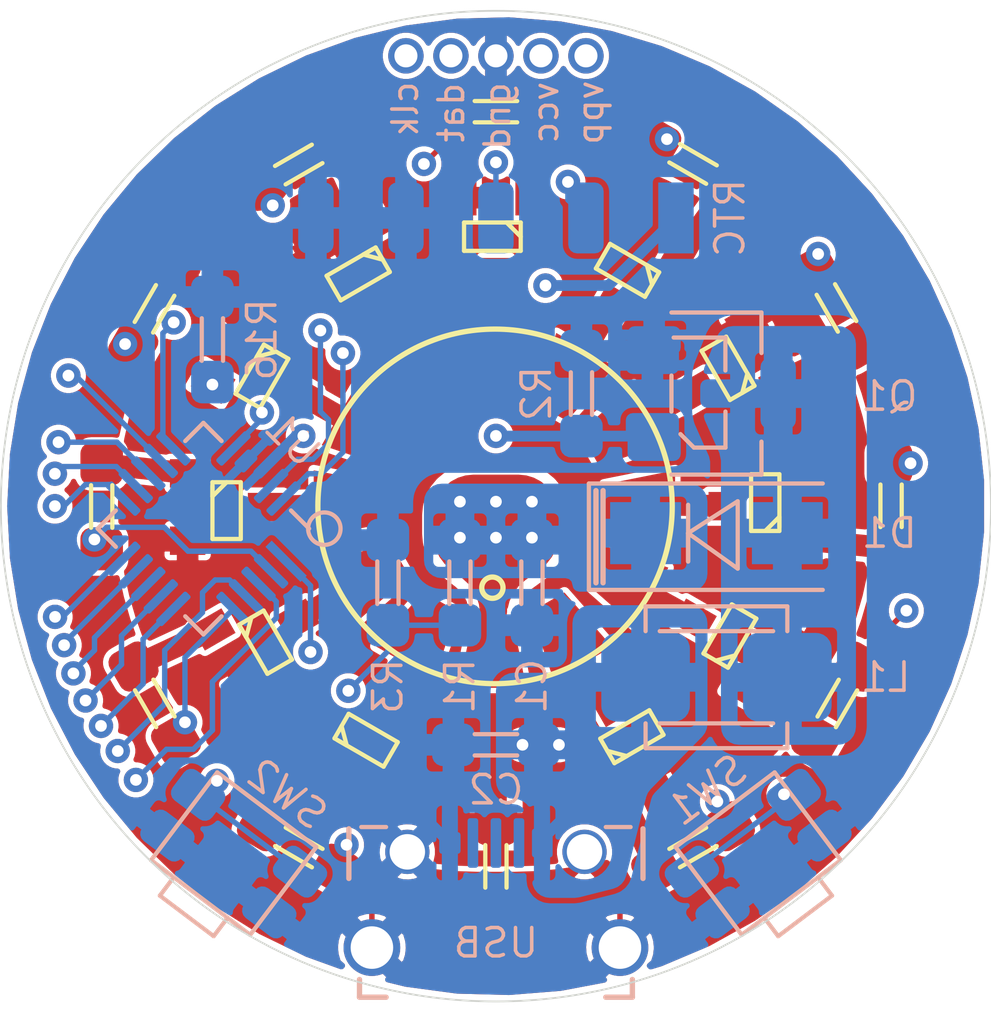
<source format=kicad_pcb>
(kicad_pcb (version 20171130) (host pcbnew "(5.1.12)-1")

  (general
    (thickness 1.6)
    (drawings 677)
    (tracks 336)
    (zones 0)
    (modules 39)
    (nets 50)
  )

  (page A4)
  (layers
    (0 F.Cu signal)
    (1 In1.Cu signal)
    (2 In2.Cu signal)
    (31 B.Cu signal)
    (36 B.SilkS user)
    (37 F.SilkS user)
    (38 B.Mask user)
    (39 F.Mask user)
    (41 Cmts.User user hide)
    (44 Edge.Cuts user)
    (45 Margin user hide)
    (46 B.CrtYd user hide)
    (47 F.CrtYd user hide)
  )

  (setup
    (last_trace_width 0.3048)
    (user_trace_width 0.1524)
    (user_trace_width 0.3048)
    (user_trace_width 0.6096)
    (trace_clearance 0.1524)
    (zone_clearance 0.1524)
    (zone_45_only no)
    (trace_min 0.1524)
    (via_size 0.6858)
    (via_drill 0.3302)
    (via_min_size 0.6858)
    (via_min_drill 0.3302)
    (uvia_size 0.6858)
    (uvia_drill 0.3302)
    (uvias_allowed no)
    (uvia_min_size 0.6858)
    (uvia_min_drill 0.3302)
    (edge_width 0.05)
    (segment_width 0.1524)
    (pcb_text_width 0.3)
    (pcb_text_size 1.5 1.5)
    (mod_edge_width 0.12)
    (mod_text_size 1 1)
    (mod_text_width 0.15)
    (pad_size 1.524 1.524)
    (pad_drill 0.762)
    (pad_to_mask_clearance 0.000051)
    (pad_to_paste_clearance -0.000051)
    (aux_axis_origin 0 0)
    (grid_origin 190.5 101.6)
    (visible_elements 7FFFFFFF)
    (pcbplotparams
      (layerselection 0x010fc_ffffffff)
      (usegerberextensions false)
      (usegerberattributes true)
      (usegerberadvancedattributes true)
      (creategerberjobfile true)
      (excludeedgelayer true)
      (linewidth 0.100000)
      (plotframeref false)
      (viasonmask false)
      (mode 1)
      (useauxorigin false)
      (hpglpennumber 1)
      (hpglpenspeed 20)
      (hpglpendiameter 15.000000)
      (psnegative false)
      (psa4output false)
      (plotreference true)
      (plotvalue true)
      (plotinvisibletext false)
      (padsonsilk false)
      (subtractmaskfromsilk false)
      (outputformat 1)
      (mirror false)
      (drillshape 1)
      (scaleselection 1)
      (outputdirectory ""))
  )

  (net 0 "")
  (net 1 GND)
  (net 2 HT)
  (net 3 +5V)
  (net 4 "Net-(D1-Pad2)")
  (net 5 RTCI2C_CLK)
  (net 6 RTCI2C_DAT)
  (net 7 VPP)
  (net 8 ICSPDAT)
  (net 9 ICSPCLK)
  (net 10 "Net-(J3-Pad2)")
  (net 11 "Net-(J3-Pad4)")
  (net 12 "Net-(J3-Pad3)")
  (net 13 cathode0)
  (net 14 cathode9)
  (net 15 cathode8)
  (net 16 cathodeP)
  (net 17 cathode7)
  (net 18 cathode6)
  (net 19 cathode5)
  (net 20 cathode4)
  (net 21 cathode3)
  (net 22 cathode2)
  (net 23 cathode1)
  (net 24 HV_drive)
  (net 25 "Net-(Q2-Pad1)")
  (net 26 "Net-(Q3-Pad1)")
  (net 27 "Net-(Q4-Pad1)")
  (net 28 "Net-(Q5-Pad1)")
  (net 29 "Net-(Q6-Pad1)")
  (net 30 "Net-(Q7-Pad1)")
  (net 31 "Net-(Q8-Pad1)")
  (net 32 "Net-(Q9-Pad1)")
  (net 33 "Net-(Q10-Pad1)")
  (net 34 "Net-(Q11-Pad1)")
  (net 35 "Net-(Q12-Pad1)")
  (net 36 Voltage_meas)
  (net 37 nixie2)
  (net 38 nixie3)
  (net 39 nixie4)
  (net 40 nixie5)
  (net 41 nixie6)
  (net 42 nixie7)
  (net 43 nixie8)
  (net 44 nixie9)
  (net 45 nixieP)
  (net 46 BUTTON_1)
  (net 47 BUTTON_2)
  (net 48 "Net-(Q10-Pad2)")
  (net 49 "Net-(Q12-Pad2)")

  (net_class Default "This is the default net class."
    (clearance 0.1524)
    (trace_width 0.1524)
    (via_dia 0.6858)
    (via_drill 0.3302)
    (uvia_dia 0.6858)
    (uvia_drill 0.3302)
    (diff_pair_width 0.1524)
    (diff_pair_gap 0.1524)
    (add_net +5V)
    (add_net BUTTON_1)
    (add_net BUTTON_2)
    (add_net GND)
    (add_net HT)
    (add_net HV_drive)
    (add_net ICSPCLK)
    (add_net ICSPDAT)
    (add_net "Net-(D1-Pad2)")
    (add_net "Net-(J3-Pad2)")
    (add_net "Net-(J3-Pad3)")
    (add_net "Net-(J3-Pad4)")
    (add_net "Net-(Q10-Pad1)")
    (add_net "Net-(Q10-Pad2)")
    (add_net "Net-(Q11-Pad1)")
    (add_net "Net-(Q12-Pad1)")
    (add_net "Net-(Q12-Pad2)")
    (add_net "Net-(Q2-Pad1)")
    (add_net "Net-(Q3-Pad1)")
    (add_net "Net-(Q4-Pad1)")
    (add_net "Net-(Q5-Pad1)")
    (add_net "Net-(Q6-Pad1)")
    (add_net "Net-(Q7-Pad1)")
    (add_net "Net-(Q8-Pad1)")
    (add_net "Net-(Q9-Pad1)")
    (add_net RTCI2C_CLK)
    (add_net RTCI2C_DAT)
    (add_net VPP)
    (add_net Voltage_meas)
    (add_net cathode0)
    (add_net cathode1)
    (add_net cathode2)
    (add_net cathode3)
    (add_net cathode4)
    (add_net cathode5)
    (add_net cathode6)
    (add_net cathode7)
    (add_net cathode8)
    (add_net cathode9)
    (add_net cathodeP)
    (add_net nixie2)
    (add_net nixie3)
    (add_net nixie4)
    (add_net nixie5)
    (add_net nixie6)
    (add_net nixie7)
    (add_net nixie8)
    (add_net nixie9)
    (add_net nixieP)
  )

  (module solo-nixie:L_3216Metric (layer B.Cu) (tedit 619B72B2) (tstamp 61984306)
    (at 196.723 106.426)
    (descr "Inductor SMD 1206 (3216 Metric), square (rectangular) end terminal, IPC_7351 nominal with elongated pad for handsoldering. (Body size source: http://www.tortai-tech.com/upload/download/2011102023233369053.pdf), generated with kicad-footprint-generator")
    (tags "inductor handsolder")
    (path /6193D3AD)
    (attr smd)
    (fp_text reference L1 (at 4.777 0) (layer B.SilkS)
      (effects (font (size 0.8 0.8) (thickness 0.1)) (justify mirror))
    )
    (fp_text value 10uH (at 0 -2.794) (layer B.Fab)
      (effects (font (size 1 1) (thickness 0.15)) (justify mirror))
    )
    (fp_text user %R (at 0 0) (layer B.Fab)
      (effects (font (size 0.8 0.8) (thickness 0.12)) (justify mirror))
    )
    (fp_line (start 2.45 -1.12) (end -2.45 -1.12) (layer B.CrtYd) (width 0.05))
    (fp_line (start 2.45 1.12) (end 2.45 -1.12) (layer B.CrtYd) (width 0.05))
    (fp_line (start -2.45 1.12) (end 2.45 1.12) (layer B.CrtYd) (width 0.05))
    (fp_line (start -2.45 -1.12) (end -2.45 1.12) (layer B.CrtYd) (width 0.05))
    (fp_line (start -2 -2) (end 2 -2) (layer B.SilkS) (width 0.12))
    (fp_line (start -2 2) (end 2 2) (layer B.SilkS) (width 0.12))
    (fp_line (start 1.6 -0.8) (end -1.6 -0.8) (layer B.Fab) (width 0.1))
    (fp_line (start 1.6 0.8) (end 1.6 -0.8) (layer B.Fab) (width 0.1))
    (fp_line (start -1.6 0.8) (end 1.6 0.8) (layer B.Fab) (width 0.1))
    (fp_line (start -1.6 -0.8) (end -1.6 0.8) (layer B.Fab) (width 0.1))
    (fp_line (start -1.6 -1.3) (end 1.6 -1.3) (layer B.SilkS) (width 0.12))
    (fp_line (start 1.6 1.3) (end -1.6 1.3) (layer B.SilkS) (width 0.12))
    (fp_line (start -2 2) (end -2 1.3) (layer B.SilkS) (width 0.12))
    (fp_line (start 2 2) (end 2 1.3) (layer B.SilkS) (width 0.12))
    (fp_line (start 2 -2) (end 2 -1.3) (layer B.SilkS) (width 0.12))
    (fp_line (start -2 -2) (end -2 -1.3) (layer B.SilkS) (width 0.12))
    (pad 2 smd roundrect (at 2 0) (size 2.5 2.5) (layers B.Cu B.Paste B.Mask) (roundrect_rratio 0.175)
      (net 4 "Net-(D1-Pad2)"))
    (pad 1 smd roundrect (at -2 0) (size 2.5 2.5) (layers B.Cu B.Paste B.Mask) (roundrect_rratio 0.175)
      (net 3 +5V))
    (model ${KISYS3DMOD}/Inductor_SMD.3dshapes/L_1206_3216Metric.wrl
      (at (xyz 0 0 0))
      (scale (xyz 1 1 1))
      (rotate (xyz 0 0 0))
    )
  )

  (module solo-nixie:PinHeader_1x05_P1.27mm_Vertical (layer B.Cu) (tedit 619BB32E) (tstamp 619842D6)
    (at 193.04 88.9 90)
    (descr "Through hole straight pin header, 1x05, 1.27mm pitch, single row")
    (tags "Through hole pin header THT 1x05 1.27mm single row")
    (path /61A6E278)
    (fp_text reference J2 (at 0.3 1.5 90) (layer B.SilkS) hide
      (effects (font (size 0.8 0.8) (thickness 0.1)) (justify mirror))
    )
    (fp_text value ICSP (at 0 -6.775 90) (layer B.Fab)
      (effects (font (size 1 1) (thickness 0.15)) (justify mirror))
    )
    (fp_text user clk (at -1.5 -5.1 90) (layer B.SilkS)
      (effects (font (size 0.7 0.7) (thickness 0.1)) (justify mirror))
    )
    (fp_text user dat (at -1.6 -3.8 90) (layer B.SilkS)
      (effects (font (size 0.7 0.7) (thickness 0.1)) (justify mirror))
    )
    (fp_text user gnd (at -1.7 -2.5 90) (layer B.SilkS)
      (effects (font (size 0.7 0.7) (thickness 0.1)) (justify mirror))
    )
    (fp_text user vcc (at -1.6 -1.143 90) (layer B.SilkS)
      (effects (font (size 0.7 0.7) (thickness 0.1)) (justify mirror))
    )
    (fp_text user vpp (at -1.6 0.127 90) (layer B.SilkS)
      (effects (font (size 0.7 0.7) (thickness 0.1)) (justify mirror))
    )
    (fp_text user %R (at 0 -2.54 180) (layer B.Fab)
      (effects (font (size 1 1) (thickness 0.15)) (justify mirror))
    )
    (fp_line (start 1.55 1.15) (end -1.55 1.15) (layer B.CrtYd) (width 0.05))
    (fp_line (start 1.55 -6.25) (end 1.55 1.15) (layer B.CrtYd) (width 0.05))
    (fp_line (start -1.55 -6.25) (end 1.55 -6.25) (layer B.CrtYd) (width 0.05))
    (fp_line (start -1.55 1.15) (end -1.55 -6.25) (layer B.CrtYd) (width 0.05))
    (fp_line (start -1.05 0.11) (end -0.525 0.635) (layer B.Fab) (width 0.1))
    (fp_line (start -1.05 -5.715) (end -1.05 0.11) (layer B.Fab) (width 0.1))
    (fp_line (start 1.05 -5.715) (end -1.05 -5.715) (layer B.Fab) (width 0.1))
    (fp_line (start 1.05 0.635) (end 1.05 -5.715) (layer B.Fab) (width 0.1))
    (fp_line (start -0.525 0.635) (end 1.05 0.635) (layer B.Fab) (width 0.1))
    (pad 5 thru_hole oval (at 0 -5.08 90) (size 1 1) (drill 0.65) (layers *.Cu *.Mask)
      (net 9 ICSPCLK))
    (pad 4 thru_hole oval (at 0 -3.81 90) (size 1 1) (drill 0.65) (layers *.Cu *.Mask)
      (net 8 ICSPDAT))
    (pad 3 thru_hole oval (at 0 -2.54 90) (size 1 1) (drill 0.65) (layers *.Cu *.Mask)
      (net 1 GND))
    (pad 2 thru_hole oval (at 0 -1.27 90) (size 1 1) (drill 0.65) (layers *.Cu *.Mask)
      (net 3 +5V))
    (pad 1 thru_hole circle (at 0 0 90) (size 1 1) (drill 0.65) (layers *.Cu *.Mask)
      (net 7 VPP))
  )

  (module solo-nixie:CPH3 (layer B.Cu) (tedit 619B6D48) (tstamp 6198432D)
    (at 196.215 98.425)
    (descr "SOT-23, Standard")
    (tags SOT-23)
    (path /6195B47D)
    (attr smd)
    (fp_text reference Q1 (at 5.385 0.075) (layer B.SilkS)
      (effects (font (size 0.8 0.8) (thickness 0.1)) (justify mirror))
    )
    (fp_text value CPH3459 (at 0 -3) (layer B.Fab)
      (effects (font (size 1 1) (thickness 0.15)) (justify mirror))
    )
    (fp_text user %R (at 0 0 90) (layer B.Fab)
      (effects (font (size 0.5 0.5) (thickness 0.075)) (justify mirror))
    )
    (fp_line (start 1.75 2.25) (end -0.75 2.25) (layer B.Fab) (width 0.12))
    (fp_line (start 1.75 -2.25) (end 1.75 2.25) (layer B.Fab) (width 0.12))
    (fp_line (start -0.75 -2.25) (end 1.75 -2.25) (layer B.Fab) (width 0.12))
    (fp_line (start -0.75 2.25) (end -0.75 -2.25) (layer B.Fab) (width 0.12))
    (fp_line (start 0.76 -1.58) (end -0.7 -1.58) (layer B.SilkS) (width 0.12))
    (fp_line (start 1.778 2.286) (end -0.763 2.286) (layer B.SilkS) (width 0.12))
    (fp_line (start -1.7 -1.75) (end -1.7 1.75) (layer B.CrtYd) (width 0.05))
    (fp_line (start 1.7 -1.75) (end -1.7 -1.75) (layer B.CrtYd) (width 0.05))
    (fp_line (start 1.7 1.75) (end 1.7 -1.75) (layer B.CrtYd) (width 0.05))
    (fp_line (start -1.7 1.75) (end 1.7 1.75) (layer B.CrtYd) (width 0.05))
    (fp_line (start 1.778 2.286) (end 1.778 1.356) (layer B.SilkS) (width 0.12))
    (fp_line (start 0.76 -1.58) (end 0.76 -0.65) (layer B.SilkS) (width 0.12))
    (fp_line (start -0.8 -1.5) (end 0.8 -1.5) (layer B.Fab) (width 0.1))
    (fp_line (start 0.8 1.5) (end 0.8 -1.5) (layer B.Fab) (width 0.1))
    (fp_line (start -0.8 0.95) (end -0.15 1.52) (layer B.Fab) (width 0.1))
    (fp_line (start -0.15 1.5) (end 0.8 1.5) (layer B.Fab) (width 0.1))
    (fp_line (start -0.8 0.95) (end -0.8 -1.5) (layer B.Fab) (width 0.1))
    (fp_line (start -0.508 1.143) (end -0.127 1.524) (layer B.SilkS) (width 0.12))
    (fp_line (start -0.127 1.524) (end 0.762 1.524) (layer B.SilkS) (width 0.12))
    (fp_line (start 0.762 1.524) (end 0.762 0.508) (layer B.SilkS) (width 0.12))
    (fp_line (start -0.762 0.508) (end -0.762 -0.508) (layer B.SilkS) (width 0.12))
    (fp_line (start 1.778 -1.143) (end 1.778 -2.286) (layer B.SilkS) (width 0.12))
    (fp_line (start 1.778 -2.286) (end -0.762 -2.286) (layer B.SilkS) (width 0.12))
    (pad 3 smd roundrect (at 2.25 0) (size 1 2) (layers B.Cu B.Paste B.Mask) (roundrect_rratio 0.25)
      (net 4 "Net-(D1-Pad2)"))
    (pad 2 smd roundrect (at -1.25 -1.5) (size 1.5 0.8) (layers B.Cu B.Paste B.Mask) (roundrect_rratio 0.25)
      (net 1 GND))
    (pad 1 smd roundrect (at -1.25 1.5) (size 1.5 0.8) (layers B.Cu B.Paste B.Mask) (roundrect_rratio 0.25)
      (net 24 HV_drive))
    (pad 3 smd roundrect (at 1.3 0) (size 2.5 0.8) (layers B.Cu B.Paste B.Mask) (roundrect_rratio 0.25)
      (net 4 "Net-(D1-Pad2)"))
    (pad 2 smd roundrect (at -1.3 -0.95) (size 1.5 0.8) (layers B.Cu B.Paste B.Mask) (roundrect_rratio 0.25)
      (net 1 GND))
    (pad 1 smd roundrect (at -1.3 0.95) (size 1.5 0.8) (layers B.Cu B.Paste B.Mask) (roundrect_rratio 0.25)
      (net 24 HV_drive))
    (model ${KISYS3DMOD}/Package_TO_SOT_SMD.3dshapes/SOT-23.wrl
      (at (xyz 0 0 0))
      (scale (xyz 1 1 1))
      (rotate (xyz 0 0 0))
    )
  )

  (module solo-nixie:Pin_Header_RTC_5x2.54mm_SMD (layer B.Cu) (tedit 619BB05D) (tstamp 6198A603)
    (at 190.5 93.472 90)
    (descr "surface-mounted straight pin header, 1x05, 2.54mm pitch, single row, style 1 (pin 1 left)")
    (tags "Surface mounted pin header SMD 1x05 2.54mm single row style1 pin1 left")
    (path /61A6D31A)
    (attr smd)
    (fp_text reference RTC (at 0 6.604 90) (layer B.SilkS)
      (effects (font (size 0.8 0.8) (thickness 0.1)) (justify mirror))
    )
    (fp_text value RTC (at -5 -6 90) (layer B.Fab)
      (effects (font (size 1 1) (thickness 0.15)) (justify mirror))
    )
    (fp_text user %R (at 0 0) (layer B.Fab)
      (effects (font (size 1 1) (thickness 0.15)) (justify mirror))
    )
    (fp_line (start 1 7) (end -13 7) (layer B.CrtYd) (width 0.05))
    (fp_line (start 1 -6.85) (end 1 7) (layer B.CrtYd) (width 0.05))
    (fp_line (start -13 -6.85) (end 1 -6.85) (layer B.CrtYd) (width 0.05))
    (fp_line (start -13 7) (end -13 -6.85) (layer B.CrtYd) (width 0.05))
    (pad 4 smd roundrect (at 0 -2.54 90) (size 2 1) (layers B.Cu B.Paste B.Mask) (roundrect_rratio 0.25)
      (net 1 GND))
    (pad 2 smd roundrect (at 0 2.54 90) (size 2 1) (layers B.Cu B.Paste B.Mask) (roundrect_rratio 0.25)
      (net 6 RTCI2C_DAT))
    (pad 5 smd roundrect (at 0 -5.08 90) (size 2 1) (layers B.Cu B.Paste B.Mask) (roundrect_rratio 0.25)
      (net 1 GND))
    (pad 3 smd roundrect (at 0 0 90) (size 2 1) (layers B.Cu B.Paste B.Mask) (roundrect_rratio 0.25)
      (net 5 RTCI2C_CLK))
    (pad 1 smd rect (at 0 5.08 90) (size 2 1) (layers B.Cu B.Paste B.Mask)
      (net 3 +5V))
    (model ${KISYS3DMOD}/Pin_Headers.3dshapes/Pin_Header_Straight_1x05_Pitch2.54mm_SMD_Pin1Left.wrl
      (at (xyz 0 0 0))
      (scale (xyz 1 1 1))
      (rotate (xyz 0 0 0))
    )
  )

  (module solo-nixie:SW_SPST_EVQP7A (layer B.Cu) (tedit 619B6C27) (tstamp 61984585)
    (at 183.1 111.4 143)
    (descr "Light Touch Switch,https://industrial.panasonic.com/cdbs/www-data/pdf/ATK0000/ATK0000CE20.pdf")
    (path /61A70E15)
    (attr smd)
    (fp_text reference SW2 (at -0.195343 2.240772 143) (layer B.SilkS)
      (effects (font (size 0.8 0.8) (thickness 0.1)) (justify mirror))
    )
    (fp_text value SW_Push (at 0 -3.25 143) (layer B.Fab)
      (effects (font (size 1 1) (thickness 0.15)) (justify mirror))
    )
    (fp_text user %R (at 0 2.5 143) (layer B.Fab)
      (effects (font (size 1 1) (thickness 0.15)) (justify mirror))
    )
    (fp_line (start 0.95 -1.55) (end 0.95 -2.2) (layer B.SilkS) (width 0.12))
    (fp_line (start 0.95 -2.2) (end -0.95 -2.2) (layer B.SilkS) (width 0.12))
    (fp_line (start -0.95 -2.2) (end -0.95 -1.55) (layer B.SilkS) (width 0.12))
    (fp_line (start -0.85 -2.1) (end 0.85 -2.1) (layer B.Fab) (width 0.1))
    (fp_line (start 0.85 -2.1) (end 0.85 -1.45) (layer B.Fab) (width 0.1))
    (fp_line (start -0.85 -2.1) (end -0.85 -1.45) (layer B.Fab) (width 0.1))
    (fp_line (start -1.75 1.45) (end 1.75 1.45) (layer B.Fab) (width 0.1))
    (fp_line (start 1.75 1.45) (end 1.75 -1.45) (layer B.Fab) (width 0.1))
    (fp_line (start 1.75 -1.45) (end -1.75 -1.45) (layer B.Fab) (width 0.1))
    (fp_line (start -1.75 -1.45) (end -1.75 1.45) (layer B.Fab) (width 0.1))
    (fp_line (start -1.1 -2.35) (end -1.1 -1.7) (layer B.CrtYd) (width 0.05))
    (fp_line (start -1.1 -1.7) (end -2.75 -1.7) (layer B.CrtYd) (width 0.05))
    (fp_line (start 2.75 -1.7) (end 1.1 -1.7) (layer B.CrtYd) (width 0.05))
    (fp_line (start 1.1 -1.7) (end 1.1 -2.35) (layer B.CrtYd) (width 0.05))
    (fp_line (start -1.75 1.55) (end 1.75 1.55) (layer B.SilkS) (width 0.12))
    (fp_line (start 1.75 -1.55) (end -1.75 -1.55) (layer B.SilkS) (width 0.12))
    (fp_line (start -2.75 1.7) (end 2.75 1.7) (layer B.CrtYd) (width 0.05))
    (fp_line (start 2.75 1.7) (end 2.75 -1.7) (layer B.CrtYd) (width 0.05))
    (fp_line (start 1.1 -2.35) (end -1.1 -2.35) (layer B.CrtYd) (width 0.05))
    (fp_line (start -2.75 -1.7) (end -2.75 1.7) (layer B.CrtYd) (width 0.05))
    (fp_line (start 1.75 -1.55) (end 1.75 1.55) (layer B.SilkS) (width 0.12))
    (fp_line (start -1.75 1.55) (end -1.75 -1.55) (layer B.SilkS) (width 0.12))
    (pad 1 smd roundrect (at 1.8 0.72 143) (size 1.4 1.05) (layers B.Cu B.Paste B.Mask) (roundrect_rratio 0.25)
      (net 47 BUTTON_2))
    (pad 1 smd roundrect (at -1.8 0.72 143) (size 1.4 1.05) (layers B.Cu B.Paste B.Mask) (roundrect_rratio 0.25)
      (net 47 BUTTON_2))
    (pad 2 smd roundrect (at 1.8 -0.72 143) (size 1.4 1.05) (layers B.Cu B.Paste B.Mask) (roundrect_rratio 0.25)
      (net 1 GND))
    (pad 2 smd roundrect (at -1.8 -0.72 143) (size 1.4 1.05) (layers B.Cu B.Paste B.Mask) (roundrect_rratio 0.25)
      (net 1 GND))
    (model ${KISYS3DMOD}/Buttons_Switches_SMD.3dshapes/SW_SPST_EVQP7A.wrl
      (at (xyz 0 0 0))
      (scale (xyz 1 1 1))
      (rotate (xyz 0 0 0))
    )
  )

  (module solo-nixie:SW_SPST_EVQP7A (layer B.Cu) (tedit 619B6C27) (tstamp 6198454C)
    (at 197.9 111.4 217)
    (descr "Light Touch Switch,https://industrial.panasonic.com/cdbs/www-data/pdf/ATK0000/ATK0000CE20.pdf")
    (path /61A748E2)
    (attr smd)
    (fp_text reference SW1 (at 0.060182 2.297943 37) (layer B.SilkS)
      (effects (font (size 0.8 0.8) (thickness 0.1)) (justify mirror))
    )
    (fp_text value SW_Push (at 0 -3.25 37) (layer B.Fab)
      (effects (font (size 1 1) (thickness 0.15)) (justify mirror))
    )
    (fp_text user %R (at 0 2.5 37) (layer B.Fab)
      (effects (font (size 1 1) (thickness 0.15)) (justify mirror))
    )
    (fp_line (start 0.95 -1.55) (end 0.95 -2.2) (layer B.SilkS) (width 0.12))
    (fp_line (start 0.95 -2.2) (end -0.95 -2.2) (layer B.SilkS) (width 0.12))
    (fp_line (start -0.95 -2.2) (end -0.95 -1.55) (layer B.SilkS) (width 0.12))
    (fp_line (start -0.85 -2.1) (end 0.85 -2.1) (layer B.Fab) (width 0.1))
    (fp_line (start 0.85 -2.1) (end 0.85 -1.45) (layer B.Fab) (width 0.1))
    (fp_line (start -0.85 -2.1) (end -0.85 -1.45) (layer B.Fab) (width 0.1))
    (fp_line (start -1.75 1.45) (end 1.75 1.45) (layer B.Fab) (width 0.1))
    (fp_line (start 1.75 1.45) (end 1.75 -1.45) (layer B.Fab) (width 0.1))
    (fp_line (start 1.75 -1.45) (end -1.75 -1.45) (layer B.Fab) (width 0.1))
    (fp_line (start -1.75 -1.45) (end -1.75 1.45) (layer B.Fab) (width 0.1))
    (fp_line (start -1.1 -2.35) (end -1.1 -1.7) (layer B.CrtYd) (width 0.05))
    (fp_line (start -1.1 -1.7) (end -2.75 -1.7) (layer B.CrtYd) (width 0.05))
    (fp_line (start 2.75 -1.7) (end 1.1 -1.7) (layer B.CrtYd) (width 0.05))
    (fp_line (start 1.1 -1.7) (end 1.1 -2.35) (layer B.CrtYd) (width 0.05))
    (fp_line (start -1.75 1.55) (end 1.75 1.55) (layer B.SilkS) (width 0.12))
    (fp_line (start 1.75 -1.55) (end -1.75 -1.55) (layer B.SilkS) (width 0.12))
    (fp_line (start -2.75 1.7) (end 2.75 1.7) (layer B.CrtYd) (width 0.05))
    (fp_line (start 2.75 1.7) (end 2.75 -1.7) (layer B.CrtYd) (width 0.05))
    (fp_line (start 1.1 -2.35) (end -1.1 -2.35) (layer B.CrtYd) (width 0.05))
    (fp_line (start -2.75 -1.7) (end -2.75 1.7) (layer B.CrtYd) (width 0.05))
    (fp_line (start 1.75 -1.55) (end 1.75 1.55) (layer B.SilkS) (width 0.12))
    (fp_line (start -1.75 1.55) (end -1.75 -1.55) (layer B.SilkS) (width 0.12))
    (pad 1 smd roundrect (at 1.8 0.72 217) (size 1.4 1.05) (layers B.Cu B.Paste B.Mask) (roundrect_rratio 0.25)
      (net 46 BUTTON_1))
    (pad 1 smd roundrect (at -1.8 0.72 217) (size 1.4 1.05) (layers B.Cu B.Paste B.Mask) (roundrect_rratio 0.25)
      (net 46 BUTTON_1))
    (pad 2 smd roundrect (at 1.8 -0.72 217) (size 1.4 1.05) (layers B.Cu B.Paste B.Mask) (roundrect_rratio 0.25)
      (net 1 GND))
    (pad 2 smd roundrect (at -1.8 -0.72 217) (size 1.4 1.05) (layers B.Cu B.Paste B.Mask) (roundrect_rratio 0.25)
      (net 1 GND))
    (model ${KISYS3DMOD}/Buttons_Switches_SMD.3dshapes/SW_SPST_EVQP7A.wrl
      (at (xyz 0 0 0))
      (scale (xyz 1 1 1))
      (rotate (xyz 0 0 0))
    )
  )

  (module solo-nixie:LD8007 (layer F.Cu) (tedit 619E0713) (tstamp 61984318)
    (at 190.5 101.6)
    (path /61A14442)
    (fp_text reference N1 (at 0 6) (layer F.SilkS) hide
      (effects (font (size 1 1) (thickness 0.15)))
    )
    (fp_text value Nixie_0-9P (at 0 -6.6) (layer F.Fab) hide
      (effects (font (size 1 1) (thickness 0.15)))
    )
    (fp_circle (center -0.1 2.3) (end 0.2 2.3) (layer F.SilkS) (width 0.15))
    (fp_circle (center -0.025 0.006699) (end 2.475 -4.323428) (layer F.SilkS) (width 0.15))
    (pad 12 smd trapezoid (at -0.092948 4.12439) (size 1.5 2) (rect_delta 0 0.4 ) (layers F.Cu F.Paste F.Mask)
      (net 2 HT))
    (pad 1 smd trapezoid (at 1.95609 3.575352 30) (size 1.5 2) (rect_delta 0 0.4 ) (layers F.Cu F.Paste F.Mask)
      (net 23 cathode1))
    (pad 2 smd trapezoid (at 3.525704 2.056698 60) (size 1.5 2) (rect_delta 0 0.4 ) (layers F.Cu F.Paste F.Mask)
      (net 22 cathode2))
    (pad 3 smd trapezoid (at 4.056089 -0.061954 90) (size 1.5 2) (rect_delta 0 0.4 ) (layers F.Cu F.Paste F.Mask)
      (net 21 cathode3))
    (pad 4 smd trapezoid (at 3.507051 -2.110992 120) (size 1.5 2) (rect_delta 0 0.4 ) (layers F.Cu F.Paste F.Mask)
      (net 20 cathode4))
    (pad 5 smd trapezoid (at 2.025 -3.544005 150) (size 1.5 2) (rect_delta 0 0.4 ) (layers F.Cu F.Paste F.Mask)
      (net 19 cathode5))
    (pad 6 smd trapezoid (at -0.093653 -4.07439 180) (size 1.5 2) (rect_delta 0 0.4 ) (layers F.Cu F.Paste F.Mask)
      (net 18 cathode6))
    (pad 7 smd trapezoid (at -2.142691 -3.525352 210) (size 1.5 2) (rect_delta 0 0.4 ) (layers F.Cu F.Paste F.Mask)
      (net 17 cathode7))
    (pad 8 smd trapezoid (at -3.575704 -2.043301 240) (size 1.5 2) (rect_delta 0 0.4 ) (layers F.Cu F.Paste F.Mask)
      (net 16 cathodeP))
    (pad 9 smd trapezoid (at -4.142691 -0.06125 270) (size 1.5 2) (rect_delta 0 0.4 ) (layers F.Cu F.Paste F.Mask)
      (net 15 cathode8))
    (pad 10 smd trapezoid (at -3.593653 1.987788 300) (size 1.5 2) (rect_delta 0 0.4 ) (layers F.Cu F.Paste F.Mask)
      (net 14 cathode9))
    (pad 11 smd trapezoid (at -2.074999 3.557403 330) (size 1.5 2) (rect_delta 0 0.4 ) (layers F.Cu F.Paste F.Mask)
      (net 13 cathode0))
  )

  (module solo-nixie:USB_Micro-B_Wuerth-629105150521_CircularHoles (layer B.Cu) (tedit 619B73F2) (tstamp 61988FD7)
    (at 190.5 111.35 180)
    (descr "USB Micro-B receptacle, http://www.mouser.com/ds/2/445/629105150521-469306.pdf")
    (tags "usb micro receptacle")
    (path /61A675A5)
    (attr smd)
    (fp_text reference USB (at 0 -2.569 180) (layer B.SilkS)
      (effects (font (size 0.8 0.8) (thickness 0.1)) (justify mirror))
    )
    (fp_text value USB_B_Micro (at 0 -5.6 180) (layer B.Fab)
      (effects (font (size 1 1) (thickness 0.15)) (justify mirror))
    )
    (fp_text user "PCB Edge" (at 0 -3.75 180) (layer Dwgs.User)
      (effects (font (size 0.5 0.5) (thickness 0.08)))
    )
    (fp_text user %R (at 0 -1.05 180) (layer B.Fab)
      (effects (font (size 1 1) (thickness 0.15)) (justify mirror))
    )
    (fp_line (start 3.85 -4.1) (end 3.1 -4.1) (layer B.SilkS) (width 0.15))
    (fp_line (start -3.85 -4.1) (end -3.1 -4.1) (layer B.SilkS) (width 0.15))
    (fp_line (start -4 2.25) (end -4 -3.15) (layer B.Fab) (width 0.15))
    (fp_line (start -4 -3.15) (end -3.7 -3.15) (layer B.Fab) (width 0.15))
    (fp_line (start -3.7 -3.15) (end -3.7 -4.35) (layer B.Fab) (width 0.15))
    (fp_line (start -3.7 -4.35) (end 3.7 -4.35) (layer B.Fab) (width 0.15))
    (fp_line (start 3.7 -4.35) (end 3.7 -3.15) (layer B.Fab) (width 0.15))
    (fp_line (start 3.7 -3.15) (end 4 -3.15) (layer B.Fab) (width 0.15))
    (fp_line (start 4 -3.15) (end 4 2.25) (layer B.Fab) (width 0.15))
    (fp_line (start 4 2.25) (end -4 2.25) (layer B.Fab) (width 0.15))
    (fp_line (start -2.7 -4.15) (end 2.7 -4.15) (layer B.Fab) (width 0.15))
    (fp_line (start -1.075 2.725) (end -1.3 2.55) (layer B.Fab) (width 0.15))
    (fp_line (start -1.3 2.55) (end -1.525 2.725) (layer B.Fab) (width 0.15))
    (fp_line (start -1.525 2.725) (end -1.525 2.95) (layer B.Fab) (width 0.15))
    (fp_line (start -1.525 2.95) (end -1.075 2.95) (layer B.Fab) (width 0.15))
    (fp_line (start -1.075 2.95) (end -1.075 2.725) (layer B.Fab) (width 0.15))
    (fp_line (start -4.15 0.65) (end -4.15 -0.75) (layer B.SilkS) (width 0.15))
    (fp_line (start -3.85 -3.6) (end -3.85 -4.1) (layer B.SilkS) (width 0.15))
    (fp_line (start 3.85 -4.1) (end 3.85 -3.6) (layer B.SilkS) (width 0.15))
    (fp_line (start 4.15 -0.75) (end 4.15 0.65) (layer B.SilkS) (width 0.15))
    (fp_line (start -5.27 3.34) (end -5.27 -4.85) (layer B.CrtYd) (width 0.05))
    (fp_line (start -5.27 -4.85) (end 5.28 -4.85) (layer B.CrtYd) (width 0.05))
    (fp_line (start 5.28 -4.85) (end 5.28 3.34) (layer B.CrtYd) (width 0.05))
    (fp_line (start 5.28 3.34) (end -5.27 3.34) (layer B.CrtYd) (width 0.05))
    (fp_line (start -3.8 0.7) (end -3.1 0.7) (layer B.SilkS) (width 0.12))
    (fp_line (start 3.8 0.7) (end 3.1 0.7) (layer B.SilkS) (width 0.12))
    (pad 6 thru_hole circle (at 3.5 -2.7 180) (size 1.6 1.6) (drill 1.2) (layers *.Cu *.Mask)
      (net 1 GND))
    (pad 6 thru_hole circle (at -3.5 -2.7 180) (size 1.6 1.6) (drill 1.2) (layers *.Cu *.Mask)
      (net 1 GND))
    (pad 6 thru_hole circle (at 2.5 0 180) (size 1.25 1.25) (drill 1) (layers *.Cu *.Mask)
      (net 1 GND))
    (pad 6 thru_hole circle (at -2.5 0 180) (size 1.25 1.25) (drill 1) (layers *.Cu *.Mask)
      (net 1 GND))
    (pad 5 smd roundrect (at 1.3 0.25 180) (size 0.45 1.8) (layers B.Cu B.Paste B.Mask) (roundrect_rratio 0.25)
      (net 1 GND))
    (pad 4 smd roundrect (at 0.65 0.25 180) (size 0.3 1.4) (layers B.Cu B.Paste B.Mask) (roundrect_rratio 0.25)
      (net 11 "Net-(J3-Pad4)"))
    (pad 3 smd roundrect (at 0 0.25 180) (size 0.3 1.4) (layers B.Cu B.Paste B.Mask) (roundrect_rratio 0.25)
      (net 12 "Net-(J3-Pad3)"))
    (pad 2 smd roundrect (at -0.65 0.25 180) (size 0.3 1.4) (layers B.Cu B.Paste B.Mask) (roundrect_rratio 0.25)
      (net 10 "Net-(J3-Pad2)"))
    (pad 1 smd rect (at -1.3 0.25 180) (size 0.45 1.8) (layers B.Cu B.Paste B.Mask)
      (net 3 +5V))
    (model ${KISYS3DMOD}/Connectors_USB.3dshapes/USB_Micro-B_Wuerth-629105150521_CircularHoles.wrl
      (at (xyz 0 0 0))
      (scale (xyz 1 1 1))
      (rotate (xyz 0 0 0))
    )
    (model ${KIPRJMOD}/micro-usb.stp
      (offset (xyz -75 0.5 -0.4))
      (scale (xyz 1 1 1))
      (rotate (xyz -90 0 0))
    )
  )

  (module solo-nixie:D_3220 (layer B.Cu) (tedit 619D03E5) (tstamp 6198428F)
    (at 196.723 102.362)
    (descr "Diode SMD 3220, reflow soldering http://datasheets.avx.com/schottky.pdf")
    (tags "Diode 3220")
    (path /6193D873)
    (attr smd)
    (fp_text reference D1 (at 4.877 0) (layer B.SilkS)
      (effects (font (size 0.8 0.8) (thickness 0.1)) (justify mirror))
    )
    (fp_text value D (at 0 -2.6) (layer B.Fab)
      (effects (font (size 1 1) (thickness 0.15)) (justify mirror))
    )
    (fp_text user %R (at 0 1.6) (layer B.Fab)
      (effects (font (size 1 1) (thickness 0.15)) (justify mirror))
    )
    (fp_line (start -3.4 1.4) (end -3.4 -1.2) (layer B.SilkS) (width 0.15))
    (fp_line (start -3.2 1.4) (end -3.2 -1.2) (layer B.SilkS) (width 0.15))
    (fp_line (start -3.6 -1.4) (end -3.6 1.6) (layer B.SilkS) (width 0.12))
    (fp_line (start 2 -1.5) (end -2 -1.5) (layer B.Fab) (width 0.1))
    (fp_line (start 2 1.5) (end -2 1.5) (layer B.Fab) (width 0.1))
    (fp_line (start -4 1.8) (end 3.4 1.8) (layer B.CrtYd) (width 0.05))
    (fp_line (start -4 -1.6) (end -4 1.8) (layer B.CrtYd) (width 0.05))
    (fp_line (start -0.64944 -0.00102) (end -1.55114 -0.00102) (layer B.Fab) (width 0.1))
    (fp_line (start 0.50118 -0.00102) (end 1.4994 -0.00102) (layer B.Fab) (width 0.1))
    (fp_line (start -0.64944 0.79908) (end -0.64944 -0.80112) (layer B.Fab) (width 0.1))
    (fp_line (start 0.50118 -0.75032) (end 0.50118 0.79908) (layer B.Fab) (width 0.1))
    (fp_line (start -0.64944 -0.00102) (end 0.50118 -0.75032) (layer B.Fab) (width 0.1))
    (fp_line (start -0.64944 -0.00102) (end 0.50118 0.79908) (layer B.Fab) (width 0.1))
    (fp_line (start -3.6 -1.4) (end 3 -1.4) (layer B.SilkS) (width 0.12))
    (fp_line (start -3.6 1.6) (end 3 1.6) (layer B.SilkS) (width 0.12))
    (fp_line (start 3.4 -1.6) (end 3.4 1.8) (layer B.CrtYd) (width 0.05))
    (fp_line (start -4 -1.6) (end 3.4 -1.6) (layer B.CrtYd) (width 0.05))
    (fp_line (start -0.8 0) (end 0.6 1) (layer B.SilkS) (width 0.12))
    (fp_line (start 0.6 1) (end 0.6 -0.9) (layer B.SilkS) (width 0.12))
    (fp_line (start 0.6 -0.9) (end -0.8 0) (layer B.SilkS) (width 0.12))
    (fp_line (start -0.8 0) (end -0.8 0.8) (layer B.SilkS) (width 0.12))
    (fp_line (start -0.8 0.8) (end -0.8 0) (layer B.SilkS) (width 0.12))
    (fp_line (start -0.8 0) (end -0.8 -0.8) (layer B.SilkS) (width 0.12))
    (pad 1 smd rect (at -2 0 270) (size 1.75 2) (layers B.Cu B.Paste B.Mask)
      (net 2 HT))
    (pad 2 smd rect (at 2 0 180) (size 2 1.75) (layers B.Cu B.Paste B.Mask)
      (net 4 "Net-(D1-Pad2)"))
    (model ${KISYS3DMOD}/Diodes_SMD.3dshapes/D_3220.wrl
      (at (xyz 0 0 0))
      (scale (xyz 1 1 1))
      (rotate (xyz 0 0 0))
    )
  )

  (module solo-nixie:UQFN-20-1EP_4x4mm_P0.5mm_EP2.8x2.8mm (layer B.Cu) (tedit 619B6B9B) (tstamp 619845B3)
    (at 182.245 102.235 135)
    (descr "UQFN, 20 Pin (http://ww1.microchip.com/downloads/en/DeviceDoc/40001839B.pdf#page=464), generated with kicad-footprint-generator ipc_noLead_generator.py")
    (tags "UQFN NoLead")
    (path /619544B6)
    (attr smd)
    (fp_text reference U1 (at 0 3.556 135) (layer B.SilkS)
      (effects (font (size 0.8 0.8) (thickness 0.1)) (justify mirror))
    )
    (fp_text value PIC16F18346-GZ (at 0 -3.299999 135) (layer B.Fab)
      (effects (font (size 1 1) (thickness 0.15)) (justify mirror))
    )
    (fp_text user %R (at 0 0 135) (layer B.Fab)
      (effects (font (size 1 1) (thickness 0.15)) (justify mirror))
    )
    (fp_line (start 1.385 2.11) (end 2.11 2.11) (layer B.SilkS) (width 0.12))
    (fp_line (start 2.11 2.11) (end 2.11 1.385) (layer B.SilkS) (width 0.12))
    (fp_line (start -1.385 -2.11) (end -2.11 -2.11) (layer B.SilkS) (width 0.12))
    (fp_line (start -2.11 -2.11) (end -2.11 -1.385) (layer B.SilkS) (width 0.12))
    (fp_line (start 1.385 -2.11) (end 2.11 -2.11) (layer B.SilkS) (width 0.12))
    (fp_line (start 2.11 -2.11) (end 2.11 -1.385) (layer B.SilkS) (width 0.12))
    (fp_line (start -1.385 2.11) (end -2.11 2.11) (layer B.SilkS) (width 0.12))
    (fp_line (start -1 2) (end 2 2) (layer B.Fab) (width 0.1))
    (fp_line (start 2 2) (end 2 -2) (layer B.Fab) (width 0.1))
    (fp_line (start 2 -2) (end -2 -2) (layer B.Fab) (width 0.1))
    (fp_line (start -2 -2) (end -2 1) (layer B.Fab) (width 0.1))
    (fp_line (start -2 1) (end -1 2) (layer B.Fab) (width 0.1))
    (fp_line (start -2.6 2.6) (end -2.6 -2.6) (layer B.CrtYd) (width 0.05))
    (fp_line (start -2.6 -2.6) (end 2.6 -2.6) (layer B.CrtYd) (width 0.05))
    (fp_line (start 2.6 -2.6) (end 2.6 2.6) (layer B.CrtYd) (width 0.05))
    (fp_line (start 2.6 2.6) (end -2.6 2.6) (layer B.CrtYd) (width 0.05))
    (fp_circle (center -2.413 2.413) (end -2.794 2.667) (layer B.SilkS) (width 0.12))
    (pad 20 smd roundrect (at -1 2.2 135) (size 0.25 1.2) (layers B.Cu B.Paste B.Mask) (roundrect_rratio 0.25)
      (net 5 RTCI2C_CLK))
    (pad 19 smd roundrect (at -0.5 2.2 135) (size 0.25 1.2) (layers B.Cu B.Paste B.Mask) (roundrect_rratio 0.25)
      (net 6 RTCI2C_DAT))
    (pad 18 smd roundrect (at 0 2.2 135) (size 0.25 1.2) (layers B.Cu B.Paste B.Mask) (roundrect_rratio 0.25)
      (net 3 +5V))
    (pad 17 smd roundrect (at 0.5 2.2 135) (size 0.25 1.2) (layers B.Cu B.Paste B.Mask) (roundrect_rratio 0.25)
      (net 1 GND))
    (pad 16 smd roundrect (at 1 2.2 135) (size 0.25 1.2) (layers B.Cu B.Paste B.Mask) (roundrect_rratio 0.25)
      (net 8 ICSPDAT))
    (pad 15 smd roundrect (at 2.2 1 135) (size 1.2 0.25) (layers B.Cu B.Paste B.Mask) (roundrect_rratio 0.25)
      (net 9 ICSPCLK))
    (pad 14 smd roundrect (at 2.2 0.5 135) (size 1.2 0.25) (layers B.Cu B.Paste B.Mask) (roundrect_rratio 0.25)
      (net 24 HV_drive))
    (pad 13 smd roundrect (at 2.2 0 135) (size 1.2 0.25) (layers B.Cu B.Paste B.Mask) (roundrect_rratio 0.25)
      (net 46 BUTTON_1))
    (pad 12 smd roundrect (at 2.2 -0.5 135) (size 1.2 0.25) (layers B.Cu B.Paste B.Mask) (roundrect_rratio 0.25)
      (net 36 Voltage_meas))
    (pad 11 smd roundrect (at 2.2 -1 135) (size 1.2 0.25) (layers B.Cu B.Paste B.Mask) (roundrect_rratio 0.25)
      (net 47 BUTTON_2))
    (pad 10 smd roundrect (at 1 -2.2 135) (size 0.25 1.2) (layers B.Cu B.Paste B.Mask) (roundrect_rratio 0.25)
      (net 37 nixie2))
    (pad 9 smd roundrect (at 0.5 -2.2 135) (size 0.25 1.2) (layers B.Cu B.Paste B.Mask) (roundrect_rratio 0.25)
      (net 38 nixie3))
    (pad 8 smd roundrect (at 0 -2.2 135) (size 0.25 1.2) (layers B.Cu B.Paste B.Mask) (roundrect_rratio 0.25)
      (net 39 nixie4))
    (pad 7 smd roundrect (at -0.5 -2.2 135) (size 0.25 1.2) (layers B.Cu B.Paste B.Mask) (roundrect_rratio 0.25)
      (net 40 nixie5))
    (pad 6 smd roundrect (at -1 -2.2 135) (size 0.25 1.2) (layers B.Cu B.Paste B.Mask) (roundrect_rratio 0.25)
      (net 45 nixieP))
    (pad 5 smd roundrect (at -2.2 -1 135) (size 1.2 0.25) (layers B.Cu B.Paste B.Mask) (roundrect_rratio 0.25)
      (net 44 nixie9))
    (pad 4 smd roundrect (at -2.2 -0.5 135) (size 1.2 0.25) (layers B.Cu B.Paste B.Mask) (roundrect_rratio 0.25)
      (net 41 nixie6))
    (pad 3 smd roundrect (at -2.2 0 135) (size 1.2 0.25) (layers B.Cu B.Paste B.Mask) (roundrect_rratio 0.25)
      (net 42 nixie7))
    (pad 2 smd roundrect (at -2.2 0.5 135) (size 1.2 0.25) (layers B.Cu B.Paste B.Mask) (roundrect_rratio 0.25)
      (net 43 nixie8))
    (pad 1 smd rect (at -2.3 1 135) (size 1.4 0.25) (layers B.Cu B.Paste B.Mask)
      (net 7 VPP))
    (model ${KISYS3DMOD}/Package_DFN_QFN.3dshapes/UQFN-20-1EP_4x4mm_P0.5mm_EP2.8x2.8mm.wrl
      (at (xyz 0 0 0))
      (scale (xyz 1 1 1))
      (rotate (xyz 0 0 0))
    )
  )

  (module solo-nixie:SOT-23 (layer F.Cu) (tedit 619D0119) (tstamp 619895BC)
    (at 183.947372 97.85 330)
    (descr "SOT-23, Standard")
    (tags SOT-23)
    (path /619AFB28)
    (attr smd)
    (fp_text reference Q12 (at 0 -2.5 150) (layer F.SilkS) hide
      (effects (font (size 0.8 0.8) (thickness 0.1)))
    )
    (fp_text value MMBTA42 (at 0 2.5 150) (layer F.Fab)
      (effects (font (size 1 1) (thickness 0.15)))
    )
    (fp_text user %R (at 0 0 240) (layer F.Fab)
      (effects (font (size 0.5 0.5) (thickness 0.075)))
    )
    (fp_line (start -1.7 1.75) (end -1.7 -1.75) (layer F.CrtYd) (width 0.05))
    (fp_line (start 1.7 1.75) (end -1.7 1.75) (layer F.CrtYd) (width 0.05))
    (fp_line (start 1.7 -1.75) (end 1.7 1.75) (layer F.CrtYd) (width 0.05))
    (fp_line (start -1.7 -1.75) (end 1.7 -1.75) (layer F.CrtYd) (width 0.05))
    (fp_line (start -0.7 1.52) (end 0.7 1.52) (layer F.Fab) (width 0.1))
    (fp_line (start 0.7 -1.52) (end 0.7 1.52) (layer F.Fab) (width 0.1))
    (fp_line (start -0.7 -0.95) (end -0.15 -1.52) (layer F.Fab) (width 0.1))
    (fp_line (start -0.15 -1.52) (end 0.7 -1.52) (layer F.Fab) (width 0.1))
    (fp_line (start -0.7 -0.95) (end -0.7 1.5) (layer F.Fab) (width 0.1))
    (fp_line (start -0.4 -0.7) (end 0.4 -0.7) (layer F.SilkS) (width 0.12))
    (fp_line (start 0.4 -0.7) (end 0.4 0.9) (layer F.SilkS) (width 0.12))
    (fp_line (start 0.4 0.9) (end -0.4 0.9) (layer F.SilkS) (width 0.12))
    (fp_line (start -0.4 0.9) (end -0.4 -0.6) (layer F.SilkS) (width 0.12))
    (fp_line (start -0.4 -0.7) (end -0.4 -0.3) (layer F.SilkS) (width 0.12))
    (fp_line (start -0.4 -0.3) (end 0 -0.7) (layer F.SilkS) (width 0.12))
    (pad 3 smd rect (at 1.1 0 330) (size 1 0.8) (layers F.Cu F.Paste F.Mask)
      (net 16 cathodeP))
    (pad 2 smd rect (at -1.1 0.95 330) (size 1 0.8) (layers F.Cu F.Paste F.Mask)
      (net 49 "Net-(Q12-Pad2)"))
    (pad 1 smd rect (at -1.1 -0.95 330) (size 1 0.8) (layers F.Cu F.Paste F.Mask)
      (net 35 "Net-(Q12-Pad1)"))
    (model ${KISYS3DMOD}/Package_TO_SOT_SMD.3dshapes/SOT-23.wrl
      (at (xyz 0 0 0))
      (scale (xyz 1 1 1))
      (rotate (xyz 0 0 0))
    )
  )

  (module solo-nixie:SOT-23 (layer F.Cu) (tedit 619D0119) (tstamp 619843FF)
    (at 183.947372 105.35 30)
    (descr "SOT-23, Standard")
    (tags SOT-23)
    (path /619AF29A)
    (attr smd)
    (fp_text reference Q11 (at 0 -2.5 30) (layer F.SilkS) hide
      (effects (font (size 0.8 0.8) (thickness 0.1)))
    )
    (fp_text value MMBTA42 (at 0 2.5 30) (layer F.Fab)
      (effects (font (size 1 1) (thickness 0.15)))
    )
    (fp_text user %R (at 0 0 -60) (layer F.Fab)
      (effects (font (size 0.5 0.5) (thickness 0.075)))
    )
    (fp_line (start -1.7 1.75) (end -1.7 -1.75) (layer F.CrtYd) (width 0.05))
    (fp_line (start 1.7 1.75) (end -1.7 1.75) (layer F.CrtYd) (width 0.05))
    (fp_line (start 1.7 -1.75) (end 1.7 1.75) (layer F.CrtYd) (width 0.05))
    (fp_line (start -1.7 -1.75) (end 1.7 -1.75) (layer F.CrtYd) (width 0.05))
    (fp_line (start -0.7 1.52) (end 0.7 1.52) (layer F.Fab) (width 0.1))
    (fp_line (start 0.7 -1.52) (end 0.7 1.52) (layer F.Fab) (width 0.1))
    (fp_line (start -0.7 -0.95) (end -0.15 -1.52) (layer F.Fab) (width 0.1))
    (fp_line (start -0.15 -1.52) (end 0.7 -1.52) (layer F.Fab) (width 0.1))
    (fp_line (start -0.7 -0.95) (end -0.7 1.5) (layer F.Fab) (width 0.1))
    (fp_line (start -0.4 -0.7) (end 0.4 -0.7) (layer F.SilkS) (width 0.12))
    (fp_line (start 0.4 -0.7) (end 0.4 0.9) (layer F.SilkS) (width 0.12))
    (fp_line (start 0.4 0.9) (end -0.4 0.9) (layer F.SilkS) (width 0.12))
    (fp_line (start -0.4 0.9) (end -0.4 -0.6) (layer F.SilkS) (width 0.12))
    (fp_line (start -0.4 -0.7) (end -0.4 -0.3) (layer F.SilkS) (width 0.12))
    (fp_line (start -0.4 -0.3) (end 0 -0.7) (layer F.SilkS) (width 0.12))
    (pad 3 smd rect (at 1.1 0 30) (size 1 0.8) (layers F.Cu F.Paste F.Mask)
      (net 14 cathode9))
    (pad 2 smd rect (at -1.1 0.95 30) (size 1 0.8) (layers F.Cu F.Paste F.Mask)
      (net 48 "Net-(Q10-Pad2)"))
    (pad 1 smd rect (at -1.1 -0.95 30) (size 1 0.8) (layers F.Cu F.Paste F.Mask)
      (net 34 "Net-(Q11-Pad1)"))
    (model ${KISYS3DMOD}/Package_TO_SOT_SMD.3dshapes/SOT-23.wrl
      (at (xyz 0 0 0))
      (scale (xyz 1 1 1))
      (rotate (xyz 0 0 0))
    )
  )

  (module solo-nixie:SOT-23 (layer F.Cu) (tedit 619D0119) (tstamp 619843EA)
    (at 182.9 101.6254)
    (descr "SOT-23, Standard")
    (tags SOT-23)
    (path /619AECBE)
    (attr smd)
    (fp_text reference Q10 (at 0 -2.5) (layer F.SilkS) hide
      (effects (font (size 0.8 0.8) (thickness 0.1)))
    )
    (fp_text value MMBTA42 (at 0 2.5) (layer F.Fab)
      (effects (font (size 1 1) (thickness 0.15)))
    )
    (fp_text user %R (at 0 0 -90) (layer F.Fab)
      (effects (font (size 0.5 0.5) (thickness 0.075)))
    )
    (fp_line (start -1.7 1.75) (end -1.7 -1.75) (layer F.CrtYd) (width 0.05))
    (fp_line (start 1.7 1.75) (end -1.7 1.75) (layer F.CrtYd) (width 0.05))
    (fp_line (start 1.7 -1.75) (end 1.7 1.75) (layer F.CrtYd) (width 0.05))
    (fp_line (start -1.7 -1.75) (end 1.7 -1.75) (layer F.CrtYd) (width 0.05))
    (fp_line (start -0.7 1.52) (end 0.7 1.52) (layer F.Fab) (width 0.1))
    (fp_line (start 0.7 -1.52) (end 0.7 1.52) (layer F.Fab) (width 0.1))
    (fp_line (start -0.7 -0.95) (end -0.15 -1.52) (layer F.Fab) (width 0.1))
    (fp_line (start -0.15 -1.52) (end 0.7 -1.52) (layer F.Fab) (width 0.1))
    (fp_line (start -0.7 -0.95) (end -0.7 1.5) (layer F.Fab) (width 0.1))
    (fp_line (start -0.4 -0.7) (end 0.4 -0.7) (layer F.SilkS) (width 0.12))
    (fp_line (start 0.4 -0.7) (end 0.4 0.9) (layer F.SilkS) (width 0.12))
    (fp_line (start 0.4 0.9) (end -0.4 0.9) (layer F.SilkS) (width 0.12))
    (fp_line (start -0.4 0.9) (end -0.4 -0.6) (layer F.SilkS) (width 0.12))
    (fp_line (start -0.4 -0.7) (end -0.4 -0.3) (layer F.SilkS) (width 0.12))
    (fp_line (start -0.4 -0.3) (end 0 -0.7) (layer F.SilkS) (width 0.12))
    (pad 3 smd rect (at 1.1 0) (size 1 0.8) (layers F.Cu F.Paste F.Mask)
      (net 15 cathode8))
    (pad 2 smd rect (at -1.1 0.95) (size 1 0.8) (layers F.Cu F.Paste F.Mask)
      (net 48 "Net-(Q10-Pad2)"))
    (pad 1 smd rect (at -1.1 -0.95) (size 1 0.8) (layers F.Cu F.Paste F.Mask)
      (net 33 "Net-(Q10-Pad1)"))
    (model ${KISYS3DMOD}/Package_TO_SOT_SMD.3dshapes/SOT-23.wrl
      (at (xyz 0 0 0))
      (scale (xyz 1 1 1))
      (rotate (xyz 0 0 0))
    )
  )

  (module solo-nixie:SOT-23 (layer F.Cu) (tedit 619D0119) (tstamp 61988D88)
    (at 186.7 95 300)
    (descr "SOT-23, Standard")
    (tags SOT-23)
    (path /619AE5D7)
    (attr smd)
    (fp_text reference Q9 (at 0 -2.5 120) (layer F.SilkS) hide
      (effects (font (size 0.8 0.8) (thickness 0.1)))
    )
    (fp_text value MMBTA42 (at 0 2.5 120) (layer F.Fab)
      (effects (font (size 1 1) (thickness 0.15)))
    )
    (fp_text user %R (at 0 0 210) (layer F.Fab)
      (effects (font (size 0.5 0.5) (thickness 0.075)))
    )
    (fp_line (start -1.7 1.75) (end -1.7 -1.75) (layer F.CrtYd) (width 0.05))
    (fp_line (start 1.7 1.75) (end -1.7 1.75) (layer F.CrtYd) (width 0.05))
    (fp_line (start 1.7 -1.75) (end 1.7 1.75) (layer F.CrtYd) (width 0.05))
    (fp_line (start -1.7 -1.75) (end 1.7 -1.75) (layer F.CrtYd) (width 0.05))
    (fp_line (start -0.7 1.52) (end 0.7 1.52) (layer F.Fab) (width 0.1))
    (fp_line (start 0.7 -1.52) (end 0.7 1.52) (layer F.Fab) (width 0.1))
    (fp_line (start -0.7 -0.95) (end -0.15 -1.52) (layer F.Fab) (width 0.1))
    (fp_line (start -0.15 -1.52) (end 0.7 -1.52) (layer F.Fab) (width 0.1))
    (fp_line (start -0.7 -0.95) (end -0.7 1.5) (layer F.Fab) (width 0.1))
    (fp_line (start -0.4 -0.7) (end 0.4 -0.7) (layer F.SilkS) (width 0.12))
    (fp_line (start 0.4 -0.7) (end 0.4 0.9) (layer F.SilkS) (width 0.12))
    (fp_line (start 0.4 0.9) (end -0.4 0.9) (layer F.SilkS) (width 0.12))
    (fp_line (start -0.4 0.9) (end -0.4 -0.6) (layer F.SilkS) (width 0.12))
    (fp_line (start -0.4 -0.7) (end -0.4 -0.3) (layer F.SilkS) (width 0.12))
    (fp_line (start -0.4 -0.3) (end 0 -0.7) (layer F.SilkS) (width 0.12))
    (pad 3 smd rect (at 1.1 0 300) (size 1 0.8) (layers F.Cu F.Paste F.Mask)
      (net 17 cathode7))
    (pad 2 smd rect (at -1.1 0.95 300) (size 1 0.8) (layers F.Cu F.Paste F.Mask)
      (net 48 "Net-(Q10-Pad2)"))
    (pad 1 smd rect (at -1.1 -0.95 300) (size 1 0.8) (layers F.Cu F.Paste F.Mask)
      (net 32 "Net-(Q9-Pad1)"))
    (model ${KISYS3DMOD}/Package_TO_SOT_SMD.3dshapes/SOT-23.wrl
      (at (xyz 0 0 0))
      (scale (xyz 1 1 1))
      (rotate (xyz 0 0 0))
    )
  )

  (module solo-nixie:SOT-23 (layer F.Cu) (tedit 619D0119) (tstamp 619843C0)
    (at 190.5 94 270)
    (descr "SOT-23, Standard")
    (tags SOT-23)
    (path /619ADE08)
    (attr smd)
    (fp_text reference Q8 (at 0 -2.5 90) (layer F.SilkS) hide
      (effects (font (size 0.8 0.8) (thickness 0.1)))
    )
    (fp_text value MMBTA42 (at 0 2.5 90) (layer F.Fab)
      (effects (font (size 1 1) (thickness 0.15)))
    )
    (fp_text user %R (at 0 0 180) (layer F.Fab)
      (effects (font (size 0.5 0.5) (thickness 0.075)))
    )
    (fp_line (start -1.7 1.75) (end -1.7 -1.75) (layer F.CrtYd) (width 0.05))
    (fp_line (start 1.7 1.75) (end -1.7 1.75) (layer F.CrtYd) (width 0.05))
    (fp_line (start 1.7 -1.75) (end 1.7 1.75) (layer F.CrtYd) (width 0.05))
    (fp_line (start -1.7 -1.75) (end 1.7 -1.75) (layer F.CrtYd) (width 0.05))
    (fp_line (start -0.7 1.52) (end 0.7 1.52) (layer F.Fab) (width 0.1))
    (fp_line (start 0.7 -1.52) (end 0.7 1.52) (layer F.Fab) (width 0.1))
    (fp_line (start -0.7 -0.95) (end -0.15 -1.52) (layer F.Fab) (width 0.1))
    (fp_line (start -0.15 -1.52) (end 0.7 -1.52) (layer F.Fab) (width 0.1))
    (fp_line (start -0.7 -0.95) (end -0.7 1.5) (layer F.Fab) (width 0.1))
    (fp_line (start -0.4 -0.7) (end 0.4 -0.7) (layer F.SilkS) (width 0.12))
    (fp_line (start 0.4 -0.7) (end 0.4 0.9) (layer F.SilkS) (width 0.12))
    (fp_line (start 0.4 0.9) (end -0.4 0.9) (layer F.SilkS) (width 0.12))
    (fp_line (start -0.4 0.9) (end -0.4 -0.6) (layer F.SilkS) (width 0.12))
    (fp_line (start -0.4 -0.7) (end -0.4 -0.3) (layer F.SilkS) (width 0.12))
    (fp_line (start -0.4 -0.3) (end 0 -0.7) (layer F.SilkS) (width 0.12))
    (pad 3 smd rect (at 1.1 0 270) (size 1 0.8) (layers F.Cu F.Paste F.Mask)
      (net 18 cathode6))
    (pad 2 smd rect (at -1.1 0.95 270) (size 1 0.8) (layers F.Cu F.Paste F.Mask)
      (net 48 "Net-(Q10-Pad2)"))
    (pad 1 smd rect (at -1.1 -0.95 270) (size 1 0.8) (layers F.Cu F.Paste F.Mask)
      (net 31 "Net-(Q8-Pad1)"))
    (model ${KISYS3DMOD}/Package_TO_SOT_SMD.3dshapes/SOT-23.wrl
      (at (xyz 0 0 0))
      (scale (xyz 1 1 1))
      (rotate (xyz 0 0 0))
    )
  )

  (module solo-nixie:SOT-23 (layer F.Cu) (tedit 619D0119) (tstamp 619843AB)
    (at 194.3 95 240)
    (descr "SOT-23, Standard")
    (tags SOT-23)
    (path /619A0699)
    (attr smd)
    (fp_text reference Q7 (at 0 -2.5 60) (layer F.SilkS) hide
      (effects (font (size 0.8 0.8) (thickness 0.1)))
    )
    (fp_text value MMBTA42 (at 0 2.5 60) (layer F.Fab)
      (effects (font (size 1 1) (thickness 0.15)))
    )
    (fp_text user %R (at 0 0 330) (layer F.Fab)
      (effects (font (size 0.5 0.5) (thickness 0.075)))
    )
    (fp_line (start -1.7 1.75) (end -1.7 -1.75) (layer F.CrtYd) (width 0.05))
    (fp_line (start 1.7 1.75) (end -1.7 1.75) (layer F.CrtYd) (width 0.05))
    (fp_line (start 1.7 -1.75) (end 1.7 1.75) (layer F.CrtYd) (width 0.05))
    (fp_line (start -1.7 -1.75) (end 1.7 -1.75) (layer F.CrtYd) (width 0.05))
    (fp_line (start -0.7 1.52) (end 0.7 1.52) (layer F.Fab) (width 0.1))
    (fp_line (start 0.7 -1.52) (end 0.7 1.52) (layer F.Fab) (width 0.1))
    (fp_line (start -0.7 -0.95) (end -0.15 -1.52) (layer F.Fab) (width 0.1))
    (fp_line (start -0.15 -1.52) (end 0.7 -1.52) (layer F.Fab) (width 0.1))
    (fp_line (start -0.7 -0.95) (end -0.7 1.5) (layer F.Fab) (width 0.1))
    (fp_line (start -0.4 -0.7) (end 0.4 -0.7) (layer F.SilkS) (width 0.12))
    (fp_line (start 0.4 -0.7) (end 0.4 0.9) (layer F.SilkS) (width 0.12))
    (fp_line (start 0.4 0.9) (end -0.4 0.9) (layer F.SilkS) (width 0.12))
    (fp_line (start -0.4 0.9) (end -0.4 -0.6) (layer F.SilkS) (width 0.12))
    (fp_line (start -0.4 -0.7) (end -0.4 -0.3) (layer F.SilkS) (width 0.12))
    (fp_line (start -0.4 -0.3) (end 0 -0.7) (layer F.SilkS) (width 0.12))
    (pad 3 smd rect (at 1.1 0 240) (size 1 0.8) (layers F.Cu F.Paste F.Mask)
      (net 19 cathode5))
    (pad 2 smd rect (at -1.1 0.95 240) (size 1 0.8) (layers F.Cu F.Paste F.Mask)
      (net 48 "Net-(Q10-Pad2)"))
    (pad 1 smd rect (at -1.1 -0.95 240) (size 1 0.8) (layers F.Cu F.Paste F.Mask)
      (net 30 "Net-(Q7-Pad1)"))
    (model ${KISYS3DMOD}/Package_TO_SOT_SMD.3dshapes/SOT-23.wrl
      (at (xyz 0 0 0))
      (scale (xyz 1 1 1))
      (rotate (xyz 0 0 0))
    )
  )

  (module solo-nixie:SOT-23 (layer F.Cu) (tedit 619D0119) (tstamp 61984396)
    (at 197.1 97.8 210)
    (descr "SOT-23, Standard")
    (tags SOT-23)
    (path /6199FE66)
    (attr smd)
    (fp_text reference Q6 (at 0 -2.5 30) (layer F.SilkS) hide
      (effects (font (size 0.8 0.8) (thickness 0.1)))
    )
    (fp_text value MMBTA42 (at 0 2.5 30) (layer F.Fab)
      (effects (font (size 1 1) (thickness 0.15)))
    )
    (fp_text user %R (at 0 0 300) (layer F.Fab)
      (effects (font (size 0.5 0.5) (thickness 0.075)))
    )
    (fp_line (start -1.7 1.75) (end -1.7 -1.75) (layer F.CrtYd) (width 0.05))
    (fp_line (start 1.7 1.75) (end -1.7 1.75) (layer F.CrtYd) (width 0.05))
    (fp_line (start 1.7 -1.75) (end 1.7 1.75) (layer F.CrtYd) (width 0.05))
    (fp_line (start -1.7 -1.75) (end 1.7 -1.75) (layer F.CrtYd) (width 0.05))
    (fp_line (start -0.7 1.52) (end 0.7 1.52) (layer F.Fab) (width 0.1))
    (fp_line (start 0.7 -1.52) (end 0.7 1.52) (layer F.Fab) (width 0.1))
    (fp_line (start -0.7 -0.95) (end -0.15 -1.52) (layer F.Fab) (width 0.1))
    (fp_line (start -0.15 -1.52) (end 0.7 -1.52) (layer F.Fab) (width 0.1))
    (fp_line (start -0.7 -0.95) (end -0.7 1.5) (layer F.Fab) (width 0.1))
    (fp_line (start -0.4 -0.7) (end 0.4 -0.7) (layer F.SilkS) (width 0.12))
    (fp_line (start 0.4 -0.7) (end 0.4 0.9) (layer F.SilkS) (width 0.12))
    (fp_line (start 0.4 0.9) (end -0.4 0.9) (layer F.SilkS) (width 0.12))
    (fp_line (start -0.4 0.9) (end -0.4 -0.6) (layer F.SilkS) (width 0.12))
    (fp_line (start -0.4 -0.7) (end -0.4 -0.3) (layer F.SilkS) (width 0.12))
    (fp_line (start -0.4 -0.3) (end 0 -0.7) (layer F.SilkS) (width 0.12))
    (pad 3 smd rect (at 1.1 0 210) (size 1 0.8) (layers F.Cu F.Paste F.Mask)
      (net 20 cathode4))
    (pad 2 smd rect (at -1.1 0.95 210) (size 1 0.8) (layers F.Cu F.Paste F.Mask)
      (net 48 "Net-(Q10-Pad2)"))
    (pad 1 smd rect (at -1.1 -0.95 210) (size 1 0.8) (layers F.Cu F.Paste F.Mask)
      (net 29 "Net-(Q6-Pad1)"))
    (model ${KISYS3DMOD}/Package_TO_SOT_SMD.3dshapes/SOT-23.wrl
      (at (xyz 0 0 0))
      (scale (xyz 1 1 1))
      (rotate (xyz 0 0 0))
    )
  )

  (module solo-nixie:SOT-23 (layer F.Cu) (tedit 619D0119) (tstamp 61986145)
    (at 198.1 101.6 180)
    (descr "SOT-23, Standard")
    (tags SOT-23)
    (path /6195A169)
    (attr smd)
    (fp_text reference Q5 (at 0 -2.5) (layer F.SilkS) hide
      (effects (font (size 0.8 0.8) (thickness 0.1)))
    )
    (fp_text value MMBTA42 (at 0 2.5) (layer F.Fab)
      (effects (font (size 1 1) (thickness 0.15)))
    )
    (fp_text user %R (at 0 0 270) (layer F.Fab)
      (effects (font (size 0.5 0.5) (thickness 0.075)))
    )
    (fp_line (start -1.7 1.75) (end -1.7 -1.75) (layer F.CrtYd) (width 0.05))
    (fp_line (start 1.7 1.75) (end -1.7 1.75) (layer F.CrtYd) (width 0.05))
    (fp_line (start 1.7 -1.75) (end 1.7 1.75) (layer F.CrtYd) (width 0.05))
    (fp_line (start -1.7 -1.75) (end 1.7 -1.75) (layer F.CrtYd) (width 0.05))
    (fp_line (start -0.7 1.52) (end 0.7 1.52) (layer F.Fab) (width 0.1))
    (fp_line (start 0.7 -1.52) (end 0.7 1.52) (layer F.Fab) (width 0.1))
    (fp_line (start -0.7 -0.95) (end -0.15 -1.52) (layer F.Fab) (width 0.1))
    (fp_line (start -0.15 -1.52) (end 0.7 -1.52) (layer F.Fab) (width 0.1))
    (fp_line (start -0.7 -0.95) (end -0.7 1.5) (layer F.Fab) (width 0.1))
    (fp_line (start -0.4 -0.7) (end 0.4 -0.7) (layer F.SilkS) (width 0.12))
    (fp_line (start 0.4 -0.7) (end 0.4 0.9) (layer F.SilkS) (width 0.12))
    (fp_line (start 0.4 0.9) (end -0.4 0.9) (layer F.SilkS) (width 0.12))
    (fp_line (start -0.4 0.9) (end -0.4 -0.6) (layer F.SilkS) (width 0.12))
    (fp_line (start -0.4 -0.7) (end -0.4 -0.3) (layer F.SilkS) (width 0.12))
    (fp_line (start -0.4 -0.3) (end 0 -0.7) (layer F.SilkS) (width 0.12))
    (pad 3 smd rect (at 1.1 0 180) (size 1 0.8) (layers F.Cu F.Paste F.Mask)
      (net 21 cathode3))
    (pad 2 smd rect (at -1.1 0.95 180) (size 1 0.8) (layers F.Cu F.Paste F.Mask)
      (net 48 "Net-(Q10-Pad2)"))
    (pad 1 smd rect (at -1.1 -0.95 180) (size 1 0.8) (layers F.Cu F.Paste F.Mask)
      (net 28 "Net-(Q5-Pad1)"))
    (model ${KISYS3DMOD}/Package_TO_SOT_SMD.3dshapes/SOT-23.wrl
      (at (xyz 0 0 0))
      (scale (xyz 1 1 1))
      (rotate (xyz 0 0 0))
    )
  )

  (module solo-nixie:SOT-23 (layer F.Cu) (tedit 619D0119) (tstamp 619894EE)
    (at 197.052628 105.35 150)
    (descr "SOT-23, Standard")
    (tags SOT-23)
    (path /619B1332)
    (attr smd)
    (fp_text reference Q4 (at 0 -2.5 150) (layer F.SilkS) hide
      (effects (font (size 0.8 0.8) (thickness 0.1)))
    )
    (fp_text value MMBTA42 (at 0 2.5 150) (layer F.Fab)
      (effects (font (size 1 1) (thickness 0.15)))
    )
    (fp_text user %R (at 0 0 240) (layer F.Fab)
      (effects (font (size 0.5 0.5) (thickness 0.075)))
    )
    (fp_line (start -1.7 1.75) (end -1.7 -1.75) (layer F.CrtYd) (width 0.05))
    (fp_line (start 1.7 1.75) (end -1.7 1.75) (layer F.CrtYd) (width 0.05))
    (fp_line (start 1.7 -1.75) (end 1.7 1.75) (layer F.CrtYd) (width 0.05))
    (fp_line (start -1.7 -1.75) (end 1.7 -1.75) (layer F.CrtYd) (width 0.05))
    (fp_line (start -0.7 1.52) (end 0.7 1.52) (layer F.Fab) (width 0.1))
    (fp_line (start 0.7 -1.52) (end 0.7 1.52) (layer F.Fab) (width 0.1))
    (fp_line (start -0.7 -0.95) (end -0.15 -1.52) (layer F.Fab) (width 0.1))
    (fp_line (start -0.15 -1.52) (end 0.7 -1.52) (layer F.Fab) (width 0.1))
    (fp_line (start -0.7 -0.95) (end -0.7 1.5) (layer F.Fab) (width 0.1))
    (fp_line (start -0.4 -0.7) (end 0.4 -0.7) (layer F.SilkS) (width 0.12))
    (fp_line (start 0.4 -0.7) (end 0.4 0.9) (layer F.SilkS) (width 0.12))
    (fp_line (start 0.4 0.9) (end -0.4 0.9) (layer F.SilkS) (width 0.12))
    (fp_line (start -0.4 0.9) (end -0.4 -0.6) (layer F.SilkS) (width 0.12))
    (fp_line (start -0.4 -0.7) (end -0.4 -0.3) (layer F.SilkS) (width 0.12))
    (fp_line (start -0.4 -0.3) (end 0 -0.7) (layer F.SilkS) (width 0.12))
    (pad 3 smd rect (at 1.1 0 150) (size 1 0.8) (layers F.Cu F.Paste F.Mask)
      (net 22 cathode2))
    (pad 2 smd rect (at -1.1 0.95 150) (size 1 0.8) (layers F.Cu F.Paste F.Mask)
      (net 48 "Net-(Q10-Pad2)"))
    (pad 1 smd rect (at -1.1 -0.95 150) (size 1 0.8) (layers F.Cu F.Paste F.Mask)
      (net 27 "Net-(Q4-Pad1)"))
    (model ${KISYS3DMOD}/Package_TO_SOT_SMD.3dshapes/SOT-23.wrl
      (at (xyz 0 0 0))
      (scale (xyz 1 1 1))
      (rotate (xyz 0 0 0))
    )
  )

  (module solo-nixie:SOT-23 (layer F.Cu) (tedit 619D0119) (tstamp 61989410)
    (at 194.25 108.152628 120)
    (descr "SOT-23, Standard")
    (tags SOT-23)
    (path /619B1C86)
    (attr smd)
    (fp_text reference Q3 (at 0 -2.5 120) (layer F.SilkS) hide
      (effects (font (size 0.8 0.8) (thickness 0.1)))
    )
    (fp_text value MMBTA42 (at 0 2.5 120) (layer F.Fab)
      (effects (font (size 1 1) (thickness 0.15)))
    )
    (fp_text user %R (at 0 0 210) (layer F.Fab)
      (effects (font (size 0.5 0.5) (thickness 0.075)))
    )
    (fp_line (start -1.7 1.75) (end -1.7 -1.75) (layer F.CrtYd) (width 0.05))
    (fp_line (start 1.7 1.75) (end -1.7 1.75) (layer F.CrtYd) (width 0.05))
    (fp_line (start 1.7 -1.75) (end 1.7 1.75) (layer F.CrtYd) (width 0.05))
    (fp_line (start -1.7 -1.75) (end 1.7 -1.75) (layer F.CrtYd) (width 0.05))
    (fp_line (start -0.7 1.52) (end 0.7 1.52) (layer F.Fab) (width 0.1))
    (fp_line (start 0.7 -1.52) (end 0.7 1.52) (layer F.Fab) (width 0.1))
    (fp_line (start -0.7 -0.95) (end -0.15 -1.52) (layer F.Fab) (width 0.1))
    (fp_line (start -0.15 -1.52) (end 0.7 -1.52) (layer F.Fab) (width 0.1))
    (fp_line (start -0.7 -0.95) (end -0.7 1.5) (layer F.Fab) (width 0.1))
    (fp_line (start -0.4 -0.7) (end 0.4 -0.7) (layer F.SilkS) (width 0.12))
    (fp_line (start 0.4 -0.7) (end 0.4 0.9) (layer F.SilkS) (width 0.12))
    (fp_line (start 0.4 0.9) (end -0.4 0.9) (layer F.SilkS) (width 0.12))
    (fp_line (start -0.4 0.9) (end -0.4 -0.6) (layer F.SilkS) (width 0.12))
    (fp_line (start -0.4 -0.7) (end -0.4 -0.3) (layer F.SilkS) (width 0.12))
    (fp_line (start -0.4 -0.3) (end 0 -0.7) (layer F.SilkS) (width 0.12))
    (pad 3 smd rect (at 1.1 0 120) (size 1 0.8) (layers F.Cu F.Paste F.Mask)
      (net 23 cathode1))
    (pad 2 smd rect (at -1.1 0.95 120) (size 1 0.8) (layers F.Cu F.Paste F.Mask)
      (net 48 "Net-(Q10-Pad2)"))
    (pad 1 smd rect (at -1.1 -0.95 120) (size 1 0.8) (layers F.Cu F.Paste F.Mask)
      (net 26 "Net-(Q3-Pad1)"))
    (model ${KISYS3DMOD}/Package_TO_SOT_SMD.3dshapes/SOT-23.wrl
      (at (xyz 0 0 0))
      (scale (xyz 1 1 1))
      (rotate (xyz 0 0 0))
    )
  )

  (module solo-nixie:SOT-23 (layer F.Cu) (tedit 619D0119) (tstamp 61984342)
    (at 186.75 108.152628 60)
    (descr "SOT-23, Standard")
    (tags SOT-23)
    (path /619B270F)
    (attr smd)
    (fp_text reference Q2 (at 0 -2.5 60) (layer F.SilkS) hide
      (effects (font (size 0.8 0.8) (thickness 0.1)))
    )
    (fp_text value MMBTA42 (at 0 2.5 60) (layer F.Fab)
      (effects (font (size 1 1) (thickness 0.15)))
    )
    (fp_text user %R (at 0 0 -30) (layer F.Fab)
      (effects (font (size 0.5 0.5) (thickness 0.075)))
    )
    (fp_line (start -1.7 1.75) (end -1.7 -1.75) (layer F.CrtYd) (width 0.05))
    (fp_line (start 1.7 1.75) (end -1.7 1.75) (layer F.CrtYd) (width 0.05))
    (fp_line (start 1.7 -1.75) (end 1.7 1.75) (layer F.CrtYd) (width 0.05))
    (fp_line (start -1.7 -1.75) (end 1.7 -1.75) (layer F.CrtYd) (width 0.05))
    (fp_line (start -0.7 1.52) (end 0.7 1.52) (layer F.Fab) (width 0.1))
    (fp_line (start 0.7 -1.52) (end 0.7 1.52) (layer F.Fab) (width 0.1))
    (fp_line (start -0.7 -0.95) (end -0.15 -1.52) (layer F.Fab) (width 0.1))
    (fp_line (start -0.15 -1.52) (end 0.7 -1.52) (layer F.Fab) (width 0.1))
    (fp_line (start -0.7 -0.95) (end -0.7 1.5) (layer F.Fab) (width 0.1))
    (fp_line (start -0.4 -0.7) (end 0.4 -0.7) (layer F.SilkS) (width 0.12))
    (fp_line (start 0.4 -0.7) (end 0.4 0.9) (layer F.SilkS) (width 0.12))
    (fp_line (start 0.4 0.9) (end -0.4 0.9) (layer F.SilkS) (width 0.12))
    (fp_line (start -0.4 0.9) (end -0.4 -0.6) (layer F.SilkS) (width 0.12))
    (fp_line (start -0.4 -0.7) (end -0.4 -0.3) (layer F.SilkS) (width 0.12))
    (fp_line (start -0.4 -0.3) (end 0 -0.7) (layer F.SilkS) (width 0.12))
    (pad 3 smd rect (at 1.1 0 60) (size 1 0.8) (layers F.Cu F.Paste F.Mask)
      (net 13 cathode0))
    (pad 2 smd rect (at -1.1 0.95 60) (size 1 0.8) (layers F.Cu F.Paste F.Mask)
      (net 48 "Net-(Q10-Pad2)"))
    (pad 1 smd rect (at -1.1 -0.95 60) (size 1 0.8) (layers F.Cu F.Paste F.Mask)
      (net 25 "Net-(Q2-Pad1)"))
    (model ${KISYS3DMOD}/Package_TO_SOT_SMD.3dshapes/SOT-23.wrl
      (at (xyz 0 0 0))
      (scale (xyz 1 1 1))
      (rotate (xyz 0 0 0))
    )
  )

  (module solo-nixie:0805_HandSoldering (layer B.Cu) (tedit 619D0140) (tstamp 619A42F5)
    (at 182.499 96.901 90)
    (descr "SMD 0805, hand soldering")
    (tags 0805)
    (path /619AA0E6)
    (attr smd)
    (fp_text reference R16 (at 0 1.397 90) (layer B.SilkS)
      (effects (font (size 0.8 0.8) (thickness 0.1)) (justify mirror))
    )
    (fp_text value 0 (at 0 -1.75 90) (layer B.Fab)
      (effects (font (size 1 1) (thickness 0.15)) (justify mirror))
    )
    (fp_text user %R (at 0 0 90) (layer B.Fab)
      (effects (font (size 0.5 0.5) (thickness 0.075)) (justify mirror))
    )
    (fp_line (start -1 -0.62) (end -1 0.62) (layer B.Fab) (width 0.1))
    (fp_line (start 1 -0.62) (end -1 -0.62) (layer B.Fab) (width 0.1))
    (fp_line (start 1 0.62) (end 1 -0.62) (layer B.Fab) (width 0.1))
    (fp_line (start -1 0.62) (end 1 0.62) (layer B.Fab) (width 0.1))
    (fp_line (start 0.6 -0.3) (end -0.6 -0.3) (layer B.SilkS) (width 0.12))
    (fp_line (start -0.6 0.3) (end 0.6 0.3) (layer B.SilkS) (width 0.12))
    (fp_line (start -2.35 0.9) (end 2.35 0.9) (layer B.CrtYd) (width 0.05))
    (fp_line (start -2.35 0.9) (end -2.35 -0.9) (layer B.CrtYd) (width 0.05))
    (fp_line (start 2.35 -0.9) (end 2.35 0.9) (layer B.CrtYd) (width 0.05))
    (fp_line (start 2.35 -0.9) (end -2.35 -0.9) (layer B.CrtYd) (width 0.05))
    (pad 1 smd roundrect (at -1.2 0 90) (size 1.2 1.2) (layers B.Cu B.Paste B.Mask) (roundrect_rratio 0.25)
      (net 49 "Net-(Q12-Pad2)"))
    (pad 2 smd roundrect (at 1.2 0 90) (size 1.2 1.2) (layers B.Cu B.Paste B.Mask) (roundrect_rratio 0.25)
      (net 1 GND))
    (model ${KISYS3DMOD}/Resistor_SMD.3dshapes/R_0805_2012Metric.wrl
      (at (xyz 0 0 0))
      (scale (xyz 1 1 1))
      (rotate (xyz 0 0 0))
    )
  )

  (module solo-nixie:0805_HandSoldering (layer F.Cu) (tedit 619D0140) (tstamp 619A42F2)
    (at 190.5 111.76 270)
    (descr "SMD 0805, hand soldering")
    (tags 0805)
    (path /619B7EA7)
    (attr smd)
    (fp_text reference R15 (at 2.413 -0.127 180) (layer F.SilkS) hide
      (effects (font (size 0.8 0.8) (thickness 0.1)))
    )
    (fp_text value 0 (at 0 1.75 90) (layer F.Fab)
      (effects (font (size 1 1) (thickness 0.15)))
    )
    (fp_text user %R (at 0 0 90) (layer F.Fab)
      (effects (font (size 0.5 0.5) (thickness 0.075)))
    )
    (fp_line (start -1 0.62) (end -1 -0.62) (layer F.Fab) (width 0.1))
    (fp_line (start 1 0.62) (end -1 0.62) (layer F.Fab) (width 0.1))
    (fp_line (start 1 -0.62) (end 1 0.62) (layer F.Fab) (width 0.1))
    (fp_line (start -1 -0.62) (end 1 -0.62) (layer F.Fab) (width 0.1))
    (fp_line (start 0.6 0.3) (end -0.6 0.3) (layer F.SilkS) (width 0.12))
    (fp_line (start -0.6 -0.3) (end 0.6 -0.3) (layer F.SilkS) (width 0.12))
    (fp_line (start -2.35 -0.9) (end 2.35 -0.9) (layer F.CrtYd) (width 0.05))
    (fp_line (start -2.35 -0.9) (end -2.35 0.9) (layer F.CrtYd) (width 0.05))
    (fp_line (start 2.35 0.9) (end 2.35 -0.9) (layer F.CrtYd) (width 0.05))
    (fp_line (start 2.35 0.9) (end -2.35 0.9) (layer F.CrtYd) (width 0.05))
    (pad 1 smd roundrect (at -1.2 0 270) (size 1.2 1.2) (layers F.Cu F.Paste F.Mask) (roundrect_rratio 0.25)
      (net 48 "Net-(Q10-Pad2)"))
    (pad 2 smd roundrect (at 1.2 0 270) (size 1.2 1.2) (layers F.Cu F.Paste F.Mask) (roundrect_rratio 0.25)
      (net 1 GND))
    (model ${KISYS3DMOD}/Resistor_SMD.3dshapes/R_0805_2012Metric.wrl
      (at (xyz 0 0 0))
      (scale (xyz 1 1 1))
      (rotate (xyz 0 0 0))
    )
  )

  (module solo-nixie:0805_HandSoldering (layer F.Cu) (tedit 619D0140) (tstamp 61984502)
    (at 180.8654 96.034975 60)
    (descr "SMD 0805, hand soldering")
    (tags 0805)
    (path /619C99C0)
    (attr smd)
    (fp_text reference R14 (at 0 -1.7 60) (layer F.SilkS) hide
      (effects (font (size 0.8 0.8) (thickness 0.1)))
    )
    (fp_text value 10K (at 0 1.75 60) (layer F.Fab)
      (effects (font (size 1 1) (thickness 0.15)))
    )
    (fp_text user %R (at 0 0 60) (layer F.Fab)
      (effects (font (size 0.5 0.5) (thickness 0.075)))
    )
    (fp_line (start -1 0.62) (end -1 -0.62) (layer F.Fab) (width 0.1))
    (fp_line (start 1 0.62) (end -1 0.62) (layer F.Fab) (width 0.1))
    (fp_line (start 1 -0.62) (end 1 0.62) (layer F.Fab) (width 0.1))
    (fp_line (start -1 -0.62) (end 1 -0.62) (layer F.Fab) (width 0.1))
    (fp_line (start 0.6 0.3) (end -0.6 0.3) (layer F.SilkS) (width 0.12))
    (fp_line (start -0.6 -0.3) (end 0.6 -0.3) (layer F.SilkS) (width 0.12))
    (fp_line (start -2.35 -0.9) (end 2.35 -0.9) (layer F.CrtYd) (width 0.05))
    (fp_line (start -2.35 -0.9) (end -2.35 0.9) (layer F.CrtYd) (width 0.05))
    (fp_line (start 2.35 0.9) (end 2.35 -0.9) (layer F.CrtYd) (width 0.05))
    (fp_line (start 2.35 0.9) (end -2.35 0.9) (layer F.CrtYd) (width 0.05))
    (pad 1 smd roundrect (at -1.2 0 60) (size 1.2 1.2) (layers F.Cu F.Paste F.Mask) (roundrect_rratio 0.25)
      (net 45 nixieP))
    (pad 2 smd roundrect (at 1.2 0 60) (size 1.2 1.2) (layers F.Cu F.Paste F.Mask) (roundrect_rratio 0.25)
      (net 35 "Net-(Q12-Pad1)"))
    (model ${KISYS3DMOD}/Resistor_SMD.3dshapes/R_0805_2012Metric.wrl
      (at (xyz 0 0 0))
      (scale (xyz 1 1 1))
      (rotate (xyz 0 0 0))
    )
  )

  (module solo-nixie:0805_HandSoldering (layer F.Cu) (tedit 619D0140) (tstamp 61986346)
    (at 180.8734 107.1626 120)
    (descr "SMD 0805, hand soldering")
    (tags 0805)
    (path /619C92C7)
    (attr smd)
    (fp_text reference R13 (at 0 -1.7 120) (layer F.SilkS) hide
      (effects (font (size 0.8 0.8) (thickness 0.1)))
    )
    (fp_text value 10K (at 0 1.75 120) (layer F.Fab)
      (effects (font (size 1 1) (thickness 0.15)))
    )
    (fp_text user %R (at 0 0 120) (layer F.Fab)
      (effects (font (size 0.5 0.5) (thickness 0.075)))
    )
    (fp_line (start -1 0.62) (end -1 -0.62) (layer F.Fab) (width 0.1))
    (fp_line (start 1 0.62) (end -1 0.62) (layer F.Fab) (width 0.1))
    (fp_line (start 1 -0.62) (end 1 0.62) (layer F.Fab) (width 0.1))
    (fp_line (start -1 -0.62) (end 1 -0.62) (layer F.Fab) (width 0.1))
    (fp_line (start 0.6 0.3) (end -0.6 0.3) (layer F.SilkS) (width 0.12))
    (fp_line (start -0.6 -0.3) (end 0.6 -0.3) (layer F.SilkS) (width 0.12))
    (fp_line (start -2.35 -0.9) (end 2.35 -0.9) (layer F.CrtYd) (width 0.05))
    (fp_line (start -2.35 -0.9) (end -2.35 0.9) (layer F.CrtYd) (width 0.05))
    (fp_line (start 2.35 0.9) (end 2.35 -0.9) (layer F.CrtYd) (width 0.05))
    (fp_line (start 2.35 0.9) (end -2.35 0.9) (layer F.CrtYd) (width 0.05))
    (pad 1 smd roundrect (at -1.2 0 120) (size 1.2 1.2) (layers F.Cu F.Paste F.Mask) (roundrect_rratio 0.25)
      (net 44 nixie9))
    (pad 2 smd roundrect (at 1.2 0 120) (size 1.2 1.2) (layers F.Cu F.Paste F.Mask) (roundrect_rratio 0.25)
      (net 34 "Net-(Q11-Pad1)"))
    (model ${KISYS3DMOD}/Resistor_SMD.3dshapes/R_0805_2012Metric.wrl
      (at (xyz 0 0 0))
      (scale (xyz 1 1 1))
      (rotate (xyz 0 0 0))
    )
  )

  (module solo-nixie:0805_HandSoldering (layer F.Cu) (tedit 619D0140) (tstamp 619862E3)
    (at 179.3748 101.6094 90)
    (descr "SMD 0805, hand soldering")
    (tags 0805)
    (path /619C8A32)
    (attr smd)
    (fp_text reference R12 (at 0 -1.7 90) (layer F.SilkS) hide
      (effects (font (size 0.8 0.8) (thickness 0.1)))
    )
    (fp_text value 10K (at 0 1.75 90) (layer F.Fab)
      (effects (font (size 1 1) (thickness 0.15)))
    )
    (fp_text user %R (at 0 0 90) (layer F.Fab)
      (effects (font (size 0.5 0.5) (thickness 0.075)))
    )
    (fp_line (start -1 0.62) (end -1 -0.62) (layer F.Fab) (width 0.1))
    (fp_line (start 1 0.62) (end -1 0.62) (layer F.Fab) (width 0.1))
    (fp_line (start 1 -0.62) (end 1 0.62) (layer F.Fab) (width 0.1))
    (fp_line (start -1 -0.62) (end 1 -0.62) (layer F.Fab) (width 0.1))
    (fp_line (start 0.6 0.3) (end -0.6 0.3) (layer F.SilkS) (width 0.12))
    (fp_line (start -0.6 -0.3) (end 0.6 -0.3) (layer F.SilkS) (width 0.12))
    (fp_line (start -2.35 -0.9) (end 2.35 -0.9) (layer F.CrtYd) (width 0.05))
    (fp_line (start -2.35 -0.9) (end -2.35 0.9) (layer F.CrtYd) (width 0.05))
    (fp_line (start 2.35 0.9) (end 2.35 -0.9) (layer F.CrtYd) (width 0.05))
    (fp_line (start 2.35 0.9) (end -2.35 0.9) (layer F.CrtYd) (width 0.05))
    (pad 1 smd roundrect (at -1.2 0 90) (size 1.2 1.2) (layers F.Cu F.Paste F.Mask) (roundrect_rratio 0.25)
      (net 43 nixie8))
    (pad 2 smd roundrect (at 1.2 0 90) (size 1.2 1.2) (layers F.Cu F.Paste F.Mask) (roundrect_rratio 0.25)
      (net 33 "Net-(Q10-Pad1)"))
    (model ${KISYS3DMOD}/Resistor_SMD.3dshapes/R_0805_2012Metric.wrl
      (at (xyz 0 0 0))
      (scale (xyz 1 1 1))
      (rotate (xyz 0 0 0))
    )
  )

  (module solo-nixie:0805_HandSoldering (layer F.Cu) (tedit 619D0140) (tstamp 619844CF)
    (at 184.934975 91.9654 30)
    (descr "SMD 0805, hand soldering")
    (tags 0805)
    (path /619C820D)
    (attr smd)
    (fp_text reference R11 (at 0 -1.7 30) (layer F.SilkS) hide
      (effects (font (size 0.8 0.8) (thickness 0.1)))
    )
    (fp_text value 10K (at 0 1.75 30) (layer F.Fab)
      (effects (font (size 1 1) (thickness 0.15)))
    )
    (fp_text user %R (at 0 0 30) (layer F.Fab)
      (effects (font (size 0.5 0.5) (thickness 0.075)))
    )
    (fp_line (start -1 0.62) (end -1 -0.62) (layer F.Fab) (width 0.1))
    (fp_line (start 1 0.62) (end -1 0.62) (layer F.Fab) (width 0.1))
    (fp_line (start 1 -0.62) (end 1 0.62) (layer F.Fab) (width 0.1))
    (fp_line (start -1 -0.62) (end 1 -0.62) (layer F.Fab) (width 0.1))
    (fp_line (start 0.6 0.3) (end -0.6 0.3) (layer F.SilkS) (width 0.12))
    (fp_line (start -0.6 -0.3) (end 0.6 -0.3) (layer F.SilkS) (width 0.12))
    (fp_line (start -2.35 -0.9) (end 2.35 -0.9) (layer F.CrtYd) (width 0.05))
    (fp_line (start -2.35 -0.9) (end -2.35 0.9) (layer F.CrtYd) (width 0.05))
    (fp_line (start 2.35 0.9) (end 2.35 -0.9) (layer F.CrtYd) (width 0.05))
    (fp_line (start 2.35 0.9) (end -2.35 0.9) (layer F.CrtYd) (width 0.05))
    (pad 1 smd roundrect (at -1.2 0 30) (size 1.2 1.2) (layers F.Cu F.Paste F.Mask) (roundrect_rratio 0.25)
      (net 42 nixie7))
    (pad 2 smd roundrect (at 1.2 0 30) (size 1.2 1.2) (layers F.Cu F.Paste F.Mask) (roundrect_rratio 0.25)
      (net 32 "Net-(Q9-Pad1)"))
    (model ${KISYS3DMOD}/Resistor_SMD.3dshapes/R_0805_2012Metric.wrl
      (at (xyz 0 0 0))
      (scale (xyz 1 1 1))
      (rotate (xyz 0 0 0))
    )
  )

  (module solo-nixie:0805_HandSoldering (layer F.Cu) (tedit 619D0140) (tstamp 619844BE)
    (at 190.5 90.4748)
    (descr "SMD 0805, hand soldering")
    (tags 0805)
    (path /619C6F5D)
    (attr smd)
    (fp_text reference R10 (at 0 -1.7) (layer F.SilkS) hide
      (effects (font (size 0.8 0.8) (thickness 0.1)))
    )
    (fp_text value 10K (at 0 1.75) (layer F.Fab)
      (effects (font (size 1 1) (thickness 0.15)))
    )
    (fp_text user %R (at 0 0) (layer F.Fab)
      (effects (font (size 0.5 0.5) (thickness 0.075)))
    )
    (fp_line (start -1 0.62) (end -1 -0.62) (layer F.Fab) (width 0.1))
    (fp_line (start 1 0.62) (end -1 0.62) (layer F.Fab) (width 0.1))
    (fp_line (start 1 -0.62) (end 1 0.62) (layer F.Fab) (width 0.1))
    (fp_line (start -1 -0.62) (end 1 -0.62) (layer F.Fab) (width 0.1))
    (fp_line (start 0.6 0.3) (end -0.6 0.3) (layer F.SilkS) (width 0.12))
    (fp_line (start -0.6 -0.3) (end 0.6 -0.3) (layer F.SilkS) (width 0.12))
    (fp_line (start -2.35 -0.9) (end 2.35 -0.9) (layer F.CrtYd) (width 0.05))
    (fp_line (start -2.35 -0.9) (end -2.35 0.9) (layer F.CrtYd) (width 0.05))
    (fp_line (start 2.35 0.9) (end 2.35 -0.9) (layer F.CrtYd) (width 0.05))
    (fp_line (start 2.35 0.9) (end -2.35 0.9) (layer F.CrtYd) (width 0.05))
    (pad 1 smd roundrect (at -1.2 0) (size 1.2 1.2) (layers F.Cu F.Paste F.Mask) (roundrect_rratio 0.25)
      (net 41 nixie6))
    (pad 2 smd roundrect (at 1.2 0) (size 1.2 1.2) (layers F.Cu F.Paste F.Mask) (roundrect_rratio 0.25)
      (net 31 "Net-(Q8-Pad1)"))
    (model ${KISYS3DMOD}/Resistor_SMD.3dshapes/R_0805_2012Metric.wrl
      (at (xyz 0 0 0))
      (scale (xyz 1 1 1))
      (rotate (xyz 0 0 0))
    )
  )

  (module solo-nixie:0805_HandSoldering (layer F.Cu) (tedit 619D0140) (tstamp 61986291)
    (at 196.0626 91.948 330)
    (descr "SMD 0805, hand soldering")
    (tags 0805)
    (path /619C66BF)
    (attr smd)
    (fp_text reference R9 (at 0 -1.7 150) (layer F.SilkS) hide
      (effects (font (size 0.8 0.8) (thickness 0.1)))
    )
    (fp_text value 10K (at 0 1.75 150) (layer F.Fab)
      (effects (font (size 1 1) (thickness 0.15)))
    )
    (fp_text user %R (at 0 0 150) (layer F.Fab)
      (effects (font (size 0.5 0.5) (thickness 0.075)))
    )
    (fp_line (start -1 0.62) (end -1 -0.62) (layer F.Fab) (width 0.1))
    (fp_line (start 1 0.62) (end -1 0.62) (layer F.Fab) (width 0.1))
    (fp_line (start 1 -0.62) (end 1 0.62) (layer F.Fab) (width 0.1))
    (fp_line (start -1 -0.62) (end 1 -0.62) (layer F.Fab) (width 0.1))
    (fp_line (start 0.6 0.3) (end -0.6 0.3) (layer F.SilkS) (width 0.12))
    (fp_line (start -0.6 -0.3) (end 0.6 -0.3) (layer F.SilkS) (width 0.12))
    (fp_line (start -2.35 -0.9) (end 2.35 -0.9) (layer F.CrtYd) (width 0.05))
    (fp_line (start -2.35 -0.9) (end -2.35 0.9) (layer F.CrtYd) (width 0.05))
    (fp_line (start 2.35 0.9) (end 2.35 -0.9) (layer F.CrtYd) (width 0.05))
    (fp_line (start 2.35 0.9) (end -2.35 0.9) (layer F.CrtYd) (width 0.05))
    (pad 1 smd roundrect (at -1.2 0 330) (size 1.2 1.2) (layers F.Cu F.Paste F.Mask) (roundrect_rratio 0.25)
      (net 40 nixie5))
    (pad 2 smd roundrect (at 1.2 0 330) (size 1.2 1.2) (layers F.Cu F.Paste F.Mask) (roundrect_rratio 0.25)
      (net 30 "Net-(Q7-Pad1)"))
    (model ${KISYS3DMOD}/Resistor_SMD.3dshapes/R_0805_2012Metric.wrl
      (at (xyz 0 0 0))
      (scale (xyz 1 1 1))
      (rotate (xyz 0 0 0))
    )
  )

  (module solo-nixie:0805_HandSoldering (layer F.Cu) (tedit 619D0140) (tstamp 619863DC)
    (at 200.1092 96.009575 300)
    (descr "SMD 0805, hand soldering")
    (tags 0805)
    (path /619C5EA9)
    (attr smd)
    (fp_text reference R8 (at 0 -1.7 120) (layer F.SilkS) hide
      (effects (font (size 0.8 0.8) (thickness 0.1)))
    )
    (fp_text value 10K (at 0 1.75 120) (layer F.Fab)
      (effects (font (size 1 1) (thickness 0.15)))
    )
    (fp_text user %R (at 0 0 120) (layer F.Fab)
      (effects (font (size 0.5 0.5) (thickness 0.075)))
    )
    (fp_line (start -1 0.62) (end -1 -0.62) (layer F.Fab) (width 0.1))
    (fp_line (start 1 0.62) (end -1 0.62) (layer F.Fab) (width 0.1))
    (fp_line (start 1 -0.62) (end 1 0.62) (layer F.Fab) (width 0.1))
    (fp_line (start -1 -0.62) (end 1 -0.62) (layer F.Fab) (width 0.1))
    (fp_line (start 0.6 0.3) (end -0.6 0.3) (layer F.SilkS) (width 0.12))
    (fp_line (start -0.6 -0.3) (end 0.6 -0.3) (layer F.SilkS) (width 0.12))
    (fp_line (start -2.35 -0.9) (end 2.35 -0.9) (layer F.CrtYd) (width 0.05))
    (fp_line (start -2.35 -0.9) (end -2.35 0.9) (layer F.CrtYd) (width 0.05))
    (fp_line (start 2.35 0.9) (end 2.35 -0.9) (layer F.CrtYd) (width 0.05))
    (fp_line (start 2.35 0.9) (end -2.35 0.9) (layer F.CrtYd) (width 0.05))
    (pad 1 smd roundrect (at -1.2 0 300) (size 1.2 1.2) (layers F.Cu F.Paste F.Mask) (roundrect_rratio 0.25)
      (net 39 nixie4))
    (pad 2 smd roundrect (at 1.2 0 300) (size 1.2 1.2) (layers F.Cu F.Paste F.Mask) (roundrect_rratio 0.25)
      (net 29 "Net-(Q6-Pad1)"))
    (model ${KISYS3DMOD}/Resistor_SMD.3dshapes/R_0805_2012Metric.wrl
      (at (xyz 0 0 0))
      (scale (xyz 1 1 1))
      (rotate (xyz 0 0 0))
    )
  )

  (module solo-nixie:0805_HandSoldering (layer F.Cu) (tedit 619D0140) (tstamp 619B1B53)
    (at 201.6506 101.5906 270)
    (descr "SMD 0805, hand soldering")
    (tags 0805)
    (path /619C5765)
    (attr smd)
    (fp_text reference R7 (at 0 -1.7 90) (layer F.SilkS) hide
      (effects (font (size 0.8 0.8) (thickness 0.1)))
    )
    (fp_text value 10K (at 0 1.75 90) (layer F.Fab)
      (effects (font (size 1 1) (thickness 0.15)))
    )
    (fp_text user %R (at 0 0 90) (layer F.Fab)
      (effects (font (size 0.5 0.5) (thickness 0.075)))
    )
    (fp_line (start -1 0.62) (end -1 -0.62) (layer F.Fab) (width 0.1))
    (fp_line (start 1 0.62) (end -1 0.62) (layer F.Fab) (width 0.1))
    (fp_line (start 1 -0.62) (end 1 0.62) (layer F.Fab) (width 0.1))
    (fp_line (start -1 -0.62) (end 1 -0.62) (layer F.Fab) (width 0.1))
    (fp_line (start 0.6 0.3) (end -0.6 0.3) (layer F.SilkS) (width 0.12))
    (fp_line (start -0.6 -0.3) (end 0.6 -0.3) (layer F.SilkS) (width 0.12))
    (fp_line (start -2.35 -0.9) (end 2.35 -0.9) (layer F.CrtYd) (width 0.05))
    (fp_line (start -2.35 -0.9) (end -2.35 0.9) (layer F.CrtYd) (width 0.05))
    (fp_line (start 2.35 0.9) (end 2.35 -0.9) (layer F.CrtYd) (width 0.05))
    (fp_line (start 2.35 0.9) (end -2.35 0.9) (layer F.CrtYd) (width 0.05))
    (pad 1 smd roundrect (at -1.2 0 270) (size 1.2 1.2) (layers F.Cu F.Paste F.Mask) (roundrect_rratio 0.25)
      (net 38 nixie3))
    (pad 2 smd roundrect (at 1.2 0 270) (size 1.2 1.2) (layers F.Cu F.Paste F.Mask) (roundrect_rratio 0.25)
      (net 28 "Net-(Q5-Pad1)"))
    (model ${KISYS3DMOD}/Resistor_SMD.3dshapes/R_0805_2012Metric.wrl
      (at (xyz 0 0 0))
      (scale (xyz 1 1 1))
      (rotate (xyz 0 0 0))
    )
  )

  (module solo-nixie:0805_HandSoldering (layer F.Cu) (tedit 619D0140) (tstamp 6198447A)
    (at 200.1346 107.165025 240)
    (descr "SMD 0805, hand soldering")
    (tags 0805)
    (path /619C5034)
    (attr smd)
    (fp_text reference R6 (at 0 -1.7 60) (layer F.SilkS) hide
      (effects (font (size 0.8 0.8) (thickness 0.1)))
    )
    (fp_text value 10K (at 0 1.75 60) (layer F.Fab)
      (effects (font (size 1 1) (thickness 0.15)))
    )
    (fp_text user %R (at 0 0 60) (layer F.Fab)
      (effects (font (size 0.5 0.5) (thickness 0.075)))
    )
    (fp_line (start -1 0.62) (end -1 -0.62) (layer F.Fab) (width 0.1))
    (fp_line (start 1 0.62) (end -1 0.62) (layer F.Fab) (width 0.1))
    (fp_line (start 1 -0.62) (end 1 0.62) (layer F.Fab) (width 0.1))
    (fp_line (start -1 -0.62) (end 1 -0.62) (layer F.Fab) (width 0.1))
    (fp_line (start 0.6 0.3) (end -0.6 0.3) (layer F.SilkS) (width 0.12))
    (fp_line (start -0.6 -0.3) (end 0.6 -0.3) (layer F.SilkS) (width 0.12))
    (fp_line (start -2.35 -0.9) (end 2.35 -0.9) (layer F.CrtYd) (width 0.05))
    (fp_line (start -2.35 -0.9) (end -2.35 0.9) (layer F.CrtYd) (width 0.05))
    (fp_line (start 2.35 0.9) (end 2.35 -0.9) (layer F.CrtYd) (width 0.05))
    (fp_line (start 2.35 0.9) (end -2.35 0.9) (layer F.CrtYd) (width 0.05))
    (pad 1 smd roundrect (at -1.2 0 240) (size 1.2 1.2) (layers F.Cu F.Paste F.Mask) (roundrect_rratio 0.25)
      (net 37 nixie2))
    (pad 2 smd roundrect (at 1.2 0 240) (size 1.2 1.2) (layers F.Cu F.Paste F.Mask) (roundrect_rratio 0.25)
      (net 27 "Net-(Q4-Pad1)"))
    (model ${KISYS3DMOD}/Resistor_SMD.3dshapes/R_0805_2012Metric.wrl
      (at (xyz 0 0 0))
      (scale (xyz 1 1 1))
      (rotate (xyz 0 0 0))
    )
  )

  (module solo-nixie:0805_HandSoldering (layer F.Cu) (tedit 619D0140) (tstamp 61988B0C)
    (at 196.0626 111.2266 210)
    (descr "SMD 0805, hand soldering")
    (tags 0805)
    (path /619C48C5)
    (attr smd)
    (fp_text reference R5 (at 0 -1.7 30) (layer F.SilkS) hide
      (effects (font (size 0.8 0.8) (thickness 0.1)))
    )
    (fp_text value 10K (at 0 1.75 30) (layer F.Fab)
      (effects (font (size 1 1) (thickness 0.15)))
    )
    (fp_text user %R (at 0 0 30) (layer F.Fab)
      (effects (font (size 0.5 0.5) (thickness 0.075)))
    )
    (fp_line (start -1 0.62) (end -1 -0.62) (layer F.Fab) (width 0.1))
    (fp_line (start 1 0.62) (end -1 0.62) (layer F.Fab) (width 0.1))
    (fp_line (start 1 -0.62) (end 1 0.62) (layer F.Fab) (width 0.1))
    (fp_line (start -1 -0.62) (end 1 -0.62) (layer F.Fab) (width 0.1))
    (fp_line (start 0.6 0.3) (end -0.6 0.3) (layer F.SilkS) (width 0.12))
    (fp_line (start -0.6 -0.3) (end 0.6 -0.3) (layer F.SilkS) (width 0.12))
    (fp_line (start -2.35 -0.9) (end 2.35 -0.9) (layer F.CrtYd) (width 0.05))
    (fp_line (start -2.35 -0.9) (end -2.35 0.9) (layer F.CrtYd) (width 0.05))
    (fp_line (start 2.35 0.9) (end 2.35 -0.9) (layer F.CrtYd) (width 0.05))
    (fp_line (start 2.35 0.9) (end -2.35 0.9) (layer F.CrtYd) (width 0.05))
    (pad 1 smd roundrect (at -1.2 0 210) (size 1.2 1.2) (layers F.Cu F.Paste F.Mask) (roundrect_rratio 0.25)
      (net 9 ICSPCLK))
    (pad 2 smd roundrect (at 1.2 0 210) (size 1.2 1.2) (layers F.Cu F.Paste F.Mask) (roundrect_rratio 0.25)
      (net 26 "Net-(Q3-Pad1)"))
    (model ${KISYS3DMOD}/Resistor_SMD.3dshapes/R_0805_2012Metric.wrl
      (at (xyz 0 0 0))
      (scale (xyz 1 1 1))
      (rotate (xyz 0 0 0))
    )
  )

  (module solo-nixie:0805_HandSoldering (layer F.Cu) (tedit 619D0140) (tstamp 61986450)
    (at 184.9374 111.2266 150)
    (descr "SMD 0805, hand soldering")
    (tags 0805)
    (path /619C3D73)
    (attr smd)
    (fp_text reference R4 (at 0 -1.7 150) (layer F.SilkS) hide
      (effects (font (size 0.8 0.8) (thickness 0.1)))
    )
    (fp_text value 10K (at 0 1.75 150) (layer F.Fab)
      (effects (font (size 1 1) (thickness 0.15)))
    )
    (fp_text user %R (at 0 0 150) (layer F.Fab)
      (effects (font (size 0.5 0.5) (thickness 0.075)))
    )
    (fp_line (start -1 0.62) (end -1 -0.62) (layer F.Fab) (width 0.1))
    (fp_line (start 1 0.62) (end -1 0.62) (layer F.Fab) (width 0.1))
    (fp_line (start 1 -0.62) (end 1 0.62) (layer F.Fab) (width 0.1))
    (fp_line (start -1 -0.62) (end 1 -0.62) (layer F.Fab) (width 0.1))
    (fp_line (start 0.6 0.3) (end -0.6 0.3) (layer F.SilkS) (width 0.12))
    (fp_line (start -0.6 -0.3) (end 0.6 -0.3) (layer F.SilkS) (width 0.12))
    (fp_line (start -2.35 -0.9) (end 2.35 -0.9) (layer F.CrtYd) (width 0.05))
    (fp_line (start -2.35 -0.9) (end -2.35 0.9) (layer F.CrtYd) (width 0.05))
    (fp_line (start 2.35 0.9) (end 2.35 -0.9) (layer F.CrtYd) (width 0.05))
    (fp_line (start 2.35 0.9) (end -2.35 0.9) (layer F.CrtYd) (width 0.05))
    (pad 1 smd roundrect (at -1.2 0 150) (size 1.2 1.2) (layers F.Cu F.Paste F.Mask) (roundrect_rratio 0.25)
      (net 8 ICSPDAT))
    (pad 2 smd roundrect (at 1.2 0 150) (size 1.2 1.2) (layers F.Cu F.Paste F.Mask) (roundrect_rratio 0.25)
      (net 25 "Net-(Q2-Pad1)"))
    (model ${KISYS3DMOD}/Resistor_SMD.3dshapes/R_0805_2012Metric.wrl
      (at (xyz 0 0 0))
      (scale (xyz 1 1 1))
      (rotate (xyz 0 0 0))
    )
  )

  (module solo-nixie:0805_HandSoldering (layer B.Cu) (tedit 619D0140) (tstamp 61984447)
    (at 187.452 103.759 90)
    (descr "SMD 0805, hand soldering")
    (tags 0805)
    (path /61952521)
    (attr smd)
    (fp_text reference R3 (at -2.921 0 90) (layer B.SilkS)
      (effects (font (size 0.8 0.8) (thickness 0.1)) (justify mirror))
    )
    (fp_text value 10K (at 0 -1.75 90) (layer B.Fab)
      (effects (font (size 1 1) (thickness 0.15)) (justify mirror))
    )
    (fp_text user %R (at 0 0 90) (layer B.Fab)
      (effects (font (size 0.5 0.5) (thickness 0.075)) (justify mirror))
    )
    (fp_line (start -1 -0.62) (end -1 0.62) (layer B.Fab) (width 0.1))
    (fp_line (start 1 -0.62) (end -1 -0.62) (layer B.Fab) (width 0.1))
    (fp_line (start 1 0.62) (end 1 -0.62) (layer B.Fab) (width 0.1))
    (fp_line (start -1 0.62) (end 1 0.62) (layer B.Fab) (width 0.1))
    (fp_line (start 0.6 -0.3) (end -0.6 -0.3) (layer B.SilkS) (width 0.12))
    (fp_line (start -0.6 0.3) (end 0.6 0.3) (layer B.SilkS) (width 0.12))
    (fp_line (start -2.35 0.9) (end 2.35 0.9) (layer B.CrtYd) (width 0.05))
    (fp_line (start -2.35 0.9) (end -2.35 -0.9) (layer B.CrtYd) (width 0.05))
    (fp_line (start 2.35 -0.9) (end 2.35 0.9) (layer B.CrtYd) (width 0.05))
    (fp_line (start 2.35 -0.9) (end -2.35 -0.9) (layer B.CrtYd) (width 0.05))
    (pad 1 smd roundrect (at -1.2 0 90) (size 1.2 1.2) (layers B.Cu B.Paste B.Mask) (roundrect_rratio 0.25)
      (net 36 Voltage_meas))
    (pad 2 smd roundrect (at 1.2 0 90) (size 1.2 1.2) (layers B.Cu B.Paste B.Mask) (roundrect_rratio 0.25)
      (net 1 GND))
    (model ${KISYS3DMOD}/Resistor_SMD.3dshapes/R_0805_2012Metric.wrl
      (at (xyz 0 0 0))
      (scale (xyz 1 1 1))
      (rotate (xyz 0 0 0))
    )
  )

  (module solo-nixie:0805_HandSoldering (layer B.Cu) (tedit 619D0140) (tstamp 61984436)
    (at 192.913 98.425 90)
    (descr "SMD 0805, hand soldering")
    (tags 0805)
    (path /61950BDE)
    (attr smd)
    (fp_text reference R2 (at 0 -1.27 90) (layer B.SilkS)
      (effects (font (size 0.8 0.8) (thickness 0.1)) (justify mirror))
    )
    (fp_text value 100K (at 0 -1.75 90) (layer B.Fab)
      (effects (font (size 1 1) (thickness 0.15)) (justify mirror))
    )
    (fp_text user %R (at 0 0 90) (layer B.Fab)
      (effects (font (size 0.5 0.5) (thickness 0.075)) (justify mirror))
    )
    (fp_line (start -1 -0.62) (end -1 0.62) (layer B.Fab) (width 0.1))
    (fp_line (start 1 -0.62) (end -1 -0.62) (layer B.Fab) (width 0.1))
    (fp_line (start 1 0.62) (end 1 -0.62) (layer B.Fab) (width 0.1))
    (fp_line (start -1 0.62) (end 1 0.62) (layer B.Fab) (width 0.1))
    (fp_line (start 0.6 -0.3) (end -0.6 -0.3) (layer B.SilkS) (width 0.12))
    (fp_line (start -0.6 0.3) (end 0.6 0.3) (layer B.SilkS) (width 0.12))
    (fp_line (start -2.35 0.9) (end 2.35 0.9) (layer B.CrtYd) (width 0.05))
    (fp_line (start -2.35 0.9) (end -2.35 -0.9) (layer B.CrtYd) (width 0.05))
    (fp_line (start 2.35 -0.9) (end 2.35 0.9) (layer B.CrtYd) (width 0.05))
    (fp_line (start 2.35 -0.9) (end -2.35 -0.9) (layer B.CrtYd) (width 0.05))
    (pad 1 smd roundrect (at -1.2 0 90) (size 1.2 1.2) (layers B.Cu B.Paste B.Mask) (roundrect_rratio 0.25)
      (net 24 HV_drive))
    (pad 2 smd roundrect (at 1.2 0 90) (size 1.2 1.2) (layers B.Cu B.Paste B.Mask) (roundrect_rratio 0.25)
      (net 1 GND))
    (model ${KISYS3DMOD}/Resistor_SMD.3dshapes/R_0805_2012Metric.wrl
      (at (xyz 0 0 0))
      (scale (xyz 1 1 1))
      (rotate (xyz 0 0 0))
    )
  )

  (module solo-nixie:0805_HandSoldering (layer B.Cu) (tedit 619D0140) (tstamp 61984425)
    (at 189.484 103.759 270)
    (descr "SMD 0805, hand soldering")
    (tags 0805)
    (path /61951E71)
    (attr smd)
    (fp_text reference R1 (at 2.921 0 90) (layer B.SilkS)
      (effects (font (size 0.8 0.8) (thickness 0.1)) (justify mirror))
    )
    (fp_text value 1M (at 0 -1.75 90) (layer B.Fab)
      (effects (font (size 1 1) (thickness 0.15)) (justify mirror))
    )
    (fp_text user %R (at 0 0 90) (layer B.Fab)
      (effects (font (size 0.5 0.5) (thickness 0.075)) (justify mirror))
    )
    (fp_line (start -1 -0.62) (end -1 0.62) (layer B.Fab) (width 0.1))
    (fp_line (start 1 -0.62) (end -1 -0.62) (layer B.Fab) (width 0.1))
    (fp_line (start 1 0.62) (end 1 -0.62) (layer B.Fab) (width 0.1))
    (fp_line (start -1 0.62) (end 1 0.62) (layer B.Fab) (width 0.1))
    (fp_line (start 0.6 -0.3) (end -0.6 -0.3) (layer B.SilkS) (width 0.12))
    (fp_line (start -0.6 0.3) (end 0.6 0.3) (layer B.SilkS) (width 0.12))
    (fp_line (start -2.35 0.9) (end 2.35 0.9) (layer B.CrtYd) (width 0.05))
    (fp_line (start -2.35 0.9) (end -2.35 -0.9) (layer B.CrtYd) (width 0.05))
    (fp_line (start 2.35 -0.9) (end 2.35 0.9) (layer B.CrtYd) (width 0.05))
    (fp_line (start 2.35 -0.9) (end -2.35 -0.9) (layer B.CrtYd) (width 0.05))
    (pad 1 smd roundrect (at -1.2 0 270) (size 1.2 1.2) (layers B.Cu B.Paste B.Mask) (roundrect_rratio 0.25)
      (net 2 HT))
    (pad 2 smd roundrect (at 1.2 0 270) (size 1.2 1.2) (layers B.Cu B.Paste B.Mask) (roundrect_rratio 0.25)
      (net 36 Voltage_meas))
    (model ${KISYS3DMOD}/Resistor_SMD.3dshapes/R_0805_2012Metric.wrl
      (at (xyz 0 0 0))
      (scale (xyz 1 1 1))
      (rotate (xyz 0 0 0))
    )
  )

  (module solo-nixie:0805_HandSoldering (layer B.Cu) (tedit 619D0140) (tstamp 6198427C)
    (at 190.5 108.331 180)
    (descr "SMD 0805, hand soldering")
    (tags 0805)
    (path /61A3D5CA)
    (attr smd)
    (fp_text reference C2 (at 0 -1.27) (layer B.SilkS)
      (effects (font (size 0.8 0.8) (thickness 0.1)) (justify mirror))
    )
    (fp_text value 1uF (at 0 -1.75) (layer B.Fab)
      (effects (font (size 1 1) (thickness 0.15)) (justify mirror))
    )
    (fp_text user %R (at 0 0) (layer B.Fab)
      (effects (font (size 0.5 0.5) (thickness 0.075)) (justify mirror))
    )
    (fp_line (start -1 -0.62) (end -1 0.62) (layer B.Fab) (width 0.1))
    (fp_line (start 1 -0.62) (end -1 -0.62) (layer B.Fab) (width 0.1))
    (fp_line (start 1 0.62) (end 1 -0.62) (layer B.Fab) (width 0.1))
    (fp_line (start -1 0.62) (end 1 0.62) (layer B.Fab) (width 0.1))
    (fp_line (start 0.6 -0.3) (end -0.6 -0.3) (layer B.SilkS) (width 0.12))
    (fp_line (start -0.6 0.3) (end 0.6 0.3) (layer B.SilkS) (width 0.12))
    (fp_line (start -2.35 0.9) (end 2.35 0.9) (layer B.CrtYd) (width 0.05))
    (fp_line (start -2.35 0.9) (end -2.35 -0.9) (layer B.CrtYd) (width 0.05))
    (fp_line (start 2.35 -0.9) (end 2.35 0.9) (layer B.CrtYd) (width 0.05))
    (fp_line (start 2.35 -0.9) (end -2.35 -0.9) (layer B.CrtYd) (width 0.05))
    (pad 1 smd roundrect (at -1.2 0 180) (size 1.2 1.2) (layers B.Cu B.Paste B.Mask) (roundrect_rratio 0.25)
      (net 3 +5V))
    (pad 2 smd roundrect (at 1.2 0 180) (size 1.2 1.2) (layers B.Cu B.Paste B.Mask) (roundrect_rratio 0.25)
      (net 1 GND))
    (model ${KISYS3DMOD}/Resistor_SMD.3dshapes/R_0805_2012Metric.wrl
      (at (xyz 0 0 0))
      (scale (xyz 1 1 1))
      (rotate (xyz 0 0 0))
    )
  )

  (module solo-nixie:0805_HandSoldering (layer B.Cu) (tedit 619D0140) (tstamp 6198426B)
    (at 191.516 103.759 270)
    (descr "SMD 0805, hand soldering")
    (tags 0805)
    (path /6193E198)
    (attr smd)
    (fp_text reference C1 (at 2.921 0 90) (layer B.SilkS)
      (effects (font (size 0.8 0.8) (thickness 0.1)) (justify mirror))
    )
    (fp_text value 1nF (at 0 -1.75 90) (layer B.Fab)
      (effects (font (size 1 1) (thickness 0.15)) (justify mirror))
    )
    (fp_text user %R (at 0 0 90) (layer B.Fab)
      (effects (font (size 0.5 0.5) (thickness 0.075)) (justify mirror))
    )
    (fp_line (start -1 -0.62) (end -1 0.62) (layer B.Fab) (width 0.1))
    (fp_line (start 1 -0.62) (end -1 -0.62) (layer B.Fab) (width 0.1))
    (fp_line (start 1 0.62) (end 1 -0.62) (layer B.Fab) (width 0.1))
    (fp_line (start -1 0.62) (end 1 0.62) (layer B.Fab) (width 0.1))
    (fp_line (start 0.6 -0.3) (end -0.6 -0.3) (layer B.SilkS) (width 0.12))
    (fp_line (start -0.6 0.3) (end 0.6 0.3) (layer B.SilkS) (width 0.12))
    (fp_line (start -2.35 0.9) (end 2.35 0.9) (layer B.CrtYd) (width 0.05))
    (fp_line (start -2.35 0.9) (end -2.35 -0.9) (layer B.CrtYd) (width 0.05))
    (fp_line (start 2.35 -0.9) (end 2.35 0.9) (layer B.CrtYd) (width 0.05))
    (fp_line (start 2.35 -0.9) (end -2.35 -0.9) (layer B.CrtYd) (width 0.05))
    (pad 1 smd roundrect (at -1.2 0 270) (size 1.2 1.2) (layers B.Cu B.Paste B.Mask) (roundrect_rratio 0.25)
      (net 2 HT))
    (pad 2 smd roundrect (at 1.2 0 270) (size 1.2 1.2) (layers B.Cu B.Paste B.Mask) (roundrect_rratio 0.25)
      (net 1 GND))
    (model ${KISYS3DMOD}/Resistor_SMD.3dshapes/R_0805_2012Metric.wrl
      (at (xyz 0 0 0))
      (scale (xyz 1 1 1))
      (rotate (xyz 0 0 0))
    )
  )

  (gr_line (start 195.867093 89.344838) (end 195.973541 89.342268) (layer B.Mask) (width 0.12))
  (gr_line (start 195.68988 89.945576) (end 195.623956 89.86196) (layer B.Mask) (width 0.12))
  (gr_line (start 195.192219 89.733732) (end 195.447928 89.118055) (layer B.Mask) (width 0.12))
  (gr_line (start 195.925609 90.00379) (end 195.81916 90.00636) (layer B.Mask) (width 0.12))
  (gr_line (start 195.100897 89.953616) (end 195.126608 90.015858) (layer B.Mask) (width 0.12))
  (gr_line (start 196.113104 89.828845) (end 196.072581 89.915033) (layer B.Mask) (width 0.12))
  (gr_line (start 197.552426 90.98362) (end 197.434097 90.903581) (layer B.Mask) (width 0.12))
  (gr_line (start 196.849052 90.37608) (end 196.88177 90.506734) (layer B.Mask) (width 0.12))
  (gr_line (start 195.988964 89.980959) (end 195.925609 90.00379) (layer B.Mask) (width 0.12))
  (gr_line (start 197.077534 89.902328) (end 196.734757 90.474124) (layer B.Mask) (width 0.12))
  (gr_line (start 197.434097 90.903581) (end 197.381888 90.81078) (layer B.Mask) (width 0.12))
  (gr_line (start 196.532457 89.608656) (end 196.21625 90.195561) (layer B.Mask) (width 0.12))
  (gr_line (start 195.623956 89.86196) (end 195.57829 89.735249) (layer B.Mask) (width 0.12))
  (gr_line (start 194.868534 88.900123) (end 194.734144 88.85167) (layer B.Mask) (width 0.12))
  (gr_line (start 195.595981 89.585707) (end 196.113104 89.828845) (layer B.Mask) (width 0.12))
  (gr_line (start 194.96331 89.339248) (end 194.995611 89.249655) (layer B.Mask) (width 0.12))
  (gr_line (start 197.450314 90.454637) (end 197.569795 90.362986) (layer B.Mask) (width 0.12))
  (gr_line (start 197.396955 90.533522) (end 197.450314 90.454637) (layer B.Mask) (width 0.12))
  (gr_line (start 195.126608 90.015858) (end 195.064366 90.04157) (layer B.Mask) (width 0.12))
  (gr_line (start 195.038654 89.979328) (end 195.100897 89.953616) (layer B.Mask) (width 0.12))
  (gr_line (start 194.999267 89.099115) (end 194.941975 88.977221) (layer B.Mask) (width 0.12))
  (gr_line (start 194.995611 89.249655) (end 194.999267 89.099115) (layer B.Mask) (width 0.12))
  (gr_line (start 197.724115 90.984771) (end 197.657992 90.997535) (layer B.Mask) (width 0.12))
  (gr_line (start 194.941975 88.977221) (end 194.868534 88.900123) (layer B.Mask) (width 0.12))
  (gr_line (start 196.425859 90.308491) (end 196.551625 90.37625) (layer B.Mask) (width 0.12))
  (gr_line (start 196.102821 89.403052) (end 196.168748 89.486669) (layer B.Mask) (width 0.12))
  (gr_line (start 196.351766 89.944029) (end 196.32593 90.092382) (layer B.Mask) (width 0.12))
  (gr_line (start 194.734144 88.85167) (end 194.628401 88.864165) (layer B.Mask) (width 0.12))
  (gr_line (start 195.740383 89.390503) (end 195.867093 89.344838) (layer B.Mask) (width 0.12))
  (gr_line (start 194.748167 89.514777) (end 194.87006 89.457486) (layer B.Mask) (width 0.12))
  (gr_line (start 197.356361 90.678534) (end 197.396955 90.533522) (layer B.Mask) (width 0.12))
  (gr_line (start 197.870276 90.853676) (end 197.816917 90.932563) (layer B.Mask) (width 0.12))
  (gr_line (start 196.938971 90.596543) (end 197.061497 90.669995) (layer B.Mask) (width 0.12))
  (gr_line (start 196.364601 90.221398) (end 196.425859 90.308491) (layer B.Mask) (width 0.12))
  (gr_line (start 195.81916 90.00636) (end 195.68988 89.945576) (layer B.Mask) (width 0.12))
  (gr_line (start 194.628401 88.864165) (end 194.506505 88.921456) (layer B.Mask) (width 0.12))
  (gr_line (start 196.168748 89.486669) (end 196.214411 89.613378) (layer B.Mask) (width 0.12))
  (gr_line (start 195.595981 89.585707) (end 195.636506 89.49952) (layer B.Mask) (width 0.12))
  (gr_line (start 196.072581 89.915033) (end 195.988964 89.980959) (layer B.Mask) (width 0.12))
  (gr_line (start 197.381888 90.81078) (end 197.356361 90.678534) (layer B.Mask) (width 0.12))
  (gr_line (start 196.88177 90.506734) (end 196.938971 90.596543) (layer B.Mask) (width 0.12))
  (gr_line (start 195.064366 90.04157) (end 195.038654 89.979328) (layer B.Mask) (width 0.12))
  (gr_line (start 197.657992 90.997535) (end 197.552426 90.98362) (layer B.Mask) (width 0.12))
  (gr_line (start 197.816917 90.932563) (end 197.724115 90.984771) (layer B.Mask) (width 0.12))
  (gr_line (start 195.636506 89.49952) (end 195.740383 89.390503) (layer B.Mask) (width 0.12))
  (gr_line (start 196.881661 90.229069) (end 196.849052 90.37608) (layer B.Mask) (width 0.12))
  (gr_line (start 197.396955 90.533522) (end 197.870276 90.853676) (layer B.Mask) (width 0.12))
  (gr_line (start 194.87006 89.457486) (end 194.96331 89.339248) (layer B.Mask) (width 0.12))
  (gr_line (start 196.32593 90.092382) (end 196.364601 90.221398) (layer B.Mask) (width 0.12))
  (gr_line (start 195.973541 89.342268) (end 196.102821 89.403052) (layer B.Mask) (width 0.12))
  (gr_line (start 195.57829 89.735249) (end 195.595981 89.585707) (layer B.Mask) (width 0.12))
  (gr_line (start 181.467154 92.229245) (end 181.464892 92.363911) (layer B.Mask) (width 0.12))
  (gr_line (start 181.06767 91.953123) (end 181.202339 91.955385) (layer B.Mask) (width 0.12))
  (gr_line (start 181.815345 91.22066) (end 181.92702 91.131571) (layer B.Mask) (width 0.12))
  (gr_line (start 185.808426 89.242642) (end 185.808328 89.092058) (layer B.Mask) (width 0.12))
  (gr_line (start 182.402581 91.42226) (end 182.387523 91.556102) (layer B.Mask) (width 0.12))
  (gr_line (start 182.165009 91.124461) (end 182.291323 91.206438) (layer B.Mask) (width 0.12))
  (gr_line (start 182.126948 91.763979) (end 181.993106 91.74892) (layer B.Mask) (width 0.12))
  (gr_line (start 181.346977 91.625478) (end 182.007104 92.376631) (layer B.Mask) (width 0.12))
  (gr_line (start 184.764119 90.482924) (end 184.700387 90.46117) (layer B.Mask) (width 0.12))
  (gr_line (start 183.943783 89.784309) (end 184.431392 90.657372) (layer B.Mask) (width 0.12))
  (gr_line (start 182.572898 91.15441) (end 183.283218 90.674681) (layer B.Mask) (width 0.12))
  (gr_line (start 185.100579 89.22413) (end 184.887849 90.044841) (layer B.Mask) (width 0.12))
  (gr_line (start 194.642423 89.527275) (end 194.748167 89.514777) (layer B.Mask) (width 0.12))
  (gr_line (start 194.508034 89.47882) (end 194.642423 89.527275) (layer B.Mask) (width 0.12))
  (gr_line (start 194.434591 89.401723) (end 194.508034 89.47882) (layer B.Mask) (width 0.12))
  (gr_line (start 194.377299 89.279829) (end 194.434591 89.401723) (layer B.Mask) (width 0.12))
  (gr_line (start 194.328847 89.414218) (end 194.668012 88.473492) (layer B.Mask) (width 0.12))
  (gr_line (start 186.184643 88.865935) (end 186.305149 88.926091) (layer B.Mask) (width 0.12))
  (gr_line (start 185.943727 88.896209) (end 186.079224 88.850945) (layer B.Mask) (width 0.12))
  (gr_line (start 185.838602 89.332972) (end 185.808426 89.242642) (layer B.Mask) (width 0.12))
  (gr_line (start 182.231095 91.74181) (end 182.126948 91.763979) (layer B.Mask) (width 0.12))
  (gr_line (start 185.734363 89.94092) (end 185.795932 89.968206) (layer B.Mask) (width 0.12))
  (gr_line (start 182.031166 91.109403) (end 182.165009 91.124461) (layer B.Mask) (width 0.12))
  (gr_line (start 181.202339 91.955385) (end 181.335877 92.024981) (layer B.Mask) (width 0.12))
  (gr_line (start 186.410765 89.24225) (end 186.395775 89.347668) (layer B.Mask) (width 0.12))
  (gr_line (start 181.993106 91.74892) (end 181.866791 91.666944) (layer B.Mask) (width 0.12))
  (gr_line (start 185.868483 88.97155) (end 185.943727 88.896209) (layer B.Mask) (width 0.12))
  (gr_line (start 184.785876 90.419191) (end 184.764119 90.482924) (layer B.Mask) (width 0.12))
  (gr_line (start 184.620675 89.434053) (end 185.367754 89.834918) (layer B.Mask) (width 0.12))
  (gr_line (start 183.361741 90.109382) (end 183.849351 90.982444) (layer B.Mask) (width 0.12))
  (gr_line (start 181.464892 92.363911) (end 181.429529 92.464346) (layer B.Mask) (width 0.12))
  (gr_line (start 181.335877 92.024981) (end 181.40208 92.093444) (layer B.Mask) (width 0.12))
  (gr_line (start 186.079224 88.850945) (end 186.184643 88.865935) (layer B.Mask) (width 0.12))
  (gr_line (start 185.808328 89.092058) (end 185.868483 88.97155) (layer B.Mask) (width 0.12))
  (gr_line (start 182.291323 91.206438) (end 182.350716 91.280889) (layer B.Mask) (width 0.12))
  (gr_line (start 185.92903 89.453381) (end 185.838602 89.332972) (layer B.Mask) (width 0.12))
  (gr_line (start 186.049537 89.513538) (end 185.92903 89.453381) (layer B.Mask) (width 0.12))
  (gr_line (start 186.154956 89.528527) (end 186.049537 89.513538) (layer B.Mask) (width 0.12))
  (gr_line (start 186.290453 89.483263) (end 186.154956 89.528527) (layer B.Mask) (width 0.12))
  (gr_line (start 186.380589 89.15192) (end 186.410765 89.24225) (layer B.Mask) (width 0.12))
  (gr_line (start 182.34277 91.652721) (end 182.231095 91.74181) (layer B.Mask) (width 0.12))
  (gr_line (start 186.365696 89.407923) (end 186.290453 89.483263) (layer B.Mask) (width 0.12))
  (gr_line (start 184.617201 90.183715) (end 184.323365 89.585297) (layer B.Mask) (width 0.12))
  (gr_line (start 185.838602 89.332972) (end 186.380589 89.15192) (layer B.Mask) (width 0.12))
  (gr_line (start 184.722143 90.397436) (end 184.785876 90.419191) (layer B.Mask) (width 0.12))
  (gr_line (start 181.807398 91.592493) (end 181.755533 91.451122) (layer B.Mask) (width 0.12))
  (gr_line (start 185.648651 89.718788) (end 185.408658 89.096817) (layer B.Mask) (width 0.12))
  (gr_line (start 181.770591 91.317279) (end 181.815345 91.22066) (layer B.Mask) (width 0.12))
  (gr_line (start 180.966105 91.985094) (end 181.06767 91.953123) (layer B.Mask) (width 0.12))
  (gr_line (start 183.849351 90.982444) (end 183.943783 89.784309) (layer B.Mask) (width 0.12))
  (gr_line (start 181.866791 91.666944) (end 181.807398 91.592493) (layer B.Mask) (width 0.12))
  (gr_line (start 181.755533 91.451122) (end 181.770591 91.317279) (layer B.Mask) (width 0.12))
  (gr_line (start 181.40208 92.093444) (end 181.467154 92.229245) (layer B.Mask) (width 0.12))
  (gr_line (start 182.387523 91.556102) (end 182.34277 91.652721) (layer B.Mask) (width 0.12))
  (gr_line (start 186.395775 89.347668) (end 186.365696 89.407923) (layer B.Mask) (width 0.12))
  (gr_line (start 181.92702 91.131571) (end 182.031166 91.109403) (layer B.Mask) (width 0.12))
  (gr_line (start 185.768647 90.029774) (end 185.707077 90.002489) (layer B.Mask) (width 0.12))
  (gr_line (start 184.700387 90.46117) (end 184.722143 90.397436) (layer B.Mask) (width 0.12))
  (gr_line (start 180.863407 92.084399) (end 180.966105 91.985094) (layer B.Mask) (width 0.12))
  (gr_line (start 185.795932 89.968206) (end 185.768647 90.029774) (layer B.Mask) (width 0.12))
  (gr_line (start 181.429529 92.464346) (end 181.326831 92.563653) (layer B.Mask) (width 0.12))
  (gr_line (start 182.350716 91.280889) (end 182.402581 91.42226) (layer B.Mask) (width 0.12))
  (gr_line (start 180.828045 92.184834) (end 180.863407 92.084399) (layer B.Mask) (width 0.12))
  (gr_line (start 185.707077 90.002489) (end 185.734363 89.94092) (layer B.Mask) (width 0.12))
  (gr_line (start 180.605894 93.198137) (end 180.726401 92.922128) (layer B.Mask) (width 0.12))
  (gr_line (start 180.58102 93.368018) (end 180.577518 93.300767) (layer B.Mask) (width 0.12))
  (gr_line (start 180.690649 93.530899) (end 180.619896 93.467146) (layer B.Mask) (width 0.12))
  (gr_line (start 181.143916 93.170139) (end 181.083664 93.308144) (layer B.Mask) (width 0.12))
  (gr_line (start 181.136917 93.035633) (end 181.143916 93.170139) (layer B.Mask) (width 0.12))
  (gr_line (start 181.326831 92.563653) (end 181.225265 92.595624) (layer B.Mask) (width 0.12))
  (gr_line (start 181.083664 93.308144) (end 180.956157 93.449649) (layer B.Mask) (width 0.12))
  (gr_line (start 180.825783 92.319503) (end 180.828045 92.184834) (layer B.Mask) (width 0.12))
  (gr_line (start 180.890857 92.455302) (end 180.825783 92.319503) (layer B.Mask) (width 0.12))
  (gr_line (start 180.751278 92.752247) (end 180.712403 92.653118) (layer B.Mask) (width 0.12))
  (gr_line (start 180.957059 92.523767) (end 180.890857 92.455302) (layer B.Mask) (width 0.12))
  (gr_line (start 180.213259 92.780245) (end 180.153005 92.918251) (layer B.Mask) (width 0.12))
  (gr_line (start 180.340764 92.63874) (end 180.213259 92.780245) (layer B.Mask) (width 0.12))
  (gr_line (start 180.577518 93.300767) (end 180.605894 93.198137) (layer B.Mask) (width 0.12))
  (gr_line (start 180.956157 93.449649) (end 180.825152 93.5239) (layer B.Mask) (width 0.12))
  (gr_line (start 181.090597 92.593361) (end 180.957059 92.523767) (layer B.Mask) (width 0.12))
  (gr_line (start 181.225265 92.595624) (end 181.090597 92.593361) (layer B.Mask) (width 0.12))
  (gr_line (start 180.153005 92.918251) (end 180.160005 93.052754) (layer B.Mask) (width 0.12))
  (gr_line (start 180.712403 92.653118) (end 180.606274 92.557489) (layer B.Mask) (width 0.12))
  (gr_line (start 180.754779 92.8195) (end 180.751278 92.752247) (layer B.Mask) (width 0.12))
  (gr_line (start 180.471769 92.564489) (end 180.340764 92.63874) (layer B.Mask) (width 0.12))
  (gr_line (start 180.726401 92.922128) (end 180.754779 92.8195) (layer B.Mask) (width 0.12))
  (gr_line (start 180.619896 93.467146) (end 180.58102 93.368018) (layer B.Mask) (width 0.12))
  (gr_line (start 180.825152 93.5239) (end 180.690649 93.530899) (layer B.Mask) (width 0.12))
  (gr_line (start 180.606274 92.557489) (end 180.471769 92.564489) (layer B.Mask) (width 0.12))
  (gr_line (start 200.150853 93.215919) (end 200.174606 93.319715) (layer B.Mask) (width 0.12))
  (gr_line (start 200.170378 93.014834) (end 200.150853 93.215919) (layer B.Mask) (width 0.12))
  (gr_line (start 197.925937 90.431411) (end 197.978145 90.524214) (layer B.Mask) (width 0.12))
  (gr_line (start 199.300544 91.732729) (end 199.433885 91.662756) (layer B.Mask) (width 0.12))
  (gr_line (start 198.457813 91.589359) (end 198.501987 91.686245) (layer B.Mask) (width 0.12))
  (gr_line (start 198.843941 91.717571) (end 199.143132 91.347109) (layer B.Mask) (width 0.12))
  (gr_line (start 198.717137 91.798792) (end 198.843941 91.717571) (layer B.Mask) (width 0.12))
  (gr_line (start 198.094478 91.357136) (end 198.205617 91.446892) (layer B.Mask) (width 0.12))
  (gr_line (start 197.978145 90.524214) (end 198.003672 90.656458) (layer B.Mask) (width 0.12))
  (gr_line (start 197.702042 90.337458) (end 197.807608 90.351374) (layer B.Mask) (width 0.12))
  (gr_line (start 201.07051 93.442658) (end 201.137116 93.452583) (layer B.Mask) (width 0.12))
  (gr_line (start 198.050304 91.260251) (end 198.094478 91.357136) (layer B.Mask) (width 0.12))
  (gr_line (start 200.174606 93.319715) (end 200.265386 93.430018) (layer B.Mask) (width 0.12))
  (gr_line (start 198.205617 91.446892) (end 198.309628 91.469683) (layer B.Mask) (width 0.12))
  (gr_line (start 199.674165 91.893792) (end 199.678127 92.095783) (layer B.Mask) (width 0.12))
  (gr_line (start 198.970495 92.075987) (end 199.300544 91.732729) (layer B.Mask) (width 0.12))
  (gr_line (start 200.503239 93.419282) (end 200.870922 93.116679) (layer B.Mask) (width 0.12))
  (gr_line (start 201.663219 95.387346) (end 201.575244 95.327362) (layer B.Mask) (width 0.12))
  (gr_line (start 202.08791 94.87789) (end 202.157491 95.002659) (layer B.Mask) (width 0.12))
  (gr_line (start 202.023921 95.349763) (end 201.940744 95.396149) (layer B.Mask) (width 0.12))
  (gr_line (start 202.16229 95.109028) (end 202.125496 95.238593) (layer B.Mask) (width 0.12))
  (gr_line (start 201.999936 94.817906) (end 202.08791 94.87789) (layer B.Mask) (width 0.12))
  (gr_line (start 200.538058 92.712231) (end 199.765928 93.347696) (layer B.Mask) (width 0.12))
  (gr_line (start 199.638517 91.793455) (end 199.674165 91.893792) (layer B.Mask) (width 0.12))
  (gr_line (start 199.593196 92.677972) (end 199.81963 92.922591) (layer B.Mask) (width 0.12))
  (gr_line (start 198.501987 91.686245) (end 198.613126 91.776) (layer B.Mask) (width 0.12))
  (gr_line (start 198.028921 91.059355) (end 198.050304 91.260251) (layer B.Mask) (width 0.12))
  (gr_line (start 201.537659 94.966659) (end 201.639231 94.85549) (layer B.Mask) (width 0.12))
  (gr_line (start 199.445618 93.009243) (end 200.039696 92.459331) (layer B.Mask) (width 0.12))
  (gr_line (start 197.807608 90.351374) (end 197.925937 90.431411) (layer B.Mask) (width 0.12))
  (gr_line (start 198.309628 91.469683) (end 198.436432 91.388464) (layer B.Mask) (width 0.12))
  (gr_line (start 201.050745 94.476899) (end 201.71256 94.270195) (layer B.Mask) (width 0.12))
  (gr_line (start 200.841645 94.158462) (end 201.503463 93.951759) (layer B.Mask) (width 0.12))
  (gr_line (start 198.436432 91.388464) (end 198.457813 91.589359) (layer B.Mask) (width 0.12))
  (gr_line (start 200.176881 92.397233) (end 200.276523 92.434776) (layer B.Mask) (width 0.12))
  (gr_line (start 198.328113 90.688892) (end 197.909246 91.20754) (layer B.Mask) (width 0.12))
  (gr_line (start 198.613126 91.776) (end 198.717137 91.798792) (layer B.Mask) (width 0.12))
  (gr_line (start 201.914762 95.861209) (end 201.91355 95.967679) (layer B.Mask) (width 0.12))
  (gr_line (start 201.958802 95.733925) (end 201.914762 95.861209) (layer B.Mask) (width 0.12))
  (gr_line (start 199.433885 91.662756) (end 199.53554 91.694442) (layer B.Mask) (width 0.12))
  (gr_line (start 202.066486 95.628663) (end 201.958802 95.733925) (layer B.Mask) (width 0.12))
  (gr_line (start 198.436432 91.388464) (end 198.735621 91.018002) (layer B.Mask) (width 0.12))
  (gr_line (start 202.409136 95.46218) (end 201.8095 95.753525) (layer B.Mask) (width 0.12))
  (gr_line (start 201.505664 95.202595) (end 201.500867 95.096224) (layer B.Mask) (width 0.12))
  (gr_line (start 201.060584 93.509264) (end 201.07051 93.442658) (layer B.Mask) (width 0.12))
  (gr_line (start 199.53554 91.694442) (end 199.638517 91.793455) (layer B.Mask) (width 0.12))
  (gr_line (start 201.575244 95.327362) (end 201.505664 95.202595) (layer B.Mask) (width 0.12))
  (gr_line (start 201.792783 95.424139) (end 201.663219 95.387346) (layer B.Mask) (width 0.12))
  (gr_line (start 200.362675 93.473294) (end 200.503239 93.419282) (layer B.Mask) (width 0.12))
  (gr_line (start 197.569795 90.362986) (end 197.702042 90.337458) (layer B.Mask) (width 0.12))
  (gr_line (start 201.940744 95.396149) (end 201.792783 95.424139) (layer B.Mask) (width 0.12))
  (gr_line (start 202.125496 95.238593) (end 202.023921 95.349763) (layer B.Mask) (width 0.12))
  (gr_line (start 202.157491 95.002659) (end 202.16229 95.109028) (layer B.Mask) (width 0.12))
  (gr_line (start 199.348078 92.43904) (end 199.810147 91.958481) (layer B.Mask) (width 0.12))
  (gr_line (start 201.870371 94.781114) (end 201.999936 94.817906) (layer B.Mask) (width 0.12))
  (gr_line (start 201.722411 94.809103) (end 201.870371 94.781114) (layer B.Mask) (width 0.12))
  (gr_line (start 200.039696 92.459331) (end 200.176881 92.397233) (layer B.Mask) (width 0.12))
  (gr_line (start 201.639231 94.85549) (end 201.722411 94.809103) (layer B.Mask) (width 0.12))
  (gr_line (start 201.500867 95.096224) (end 201.537659 94.966659) (layer B.Mask) (width 0.12))
  (gr_line (start 201.71256 94.270195) (end 201.259842 94.795338) (layer B.Mask) (width 0.12))
  (gr_line (start 201.503463 93.951759) (end 201.050745 94.476899) (layer B.Mask) (width 0.12))
  (gr_line (start 201.137116 93.452583) (end 201.127192 93.519191) (layer B.Mask) (width 0.12))
  (gr_line (start 200.265386 93.430018) (end 200.362675 93.473294) (layer B.Mask) (width 0.12))
  (gr_line (start 200.276523 92.434776) (end 200.341217 92.504669) (layer B.Mask) (width 0.12))
  (gr_line (start 203.90182 101.605967) (end 203.854108 101.70116) (layer B.Mask) (width 0.12))
  (gr_line (start 203.279394 99.993373) (end 203.378759 100.031645) (layer B.Mask) (width 0.12))
  (gr_line (start 203.252907 102.516668) (end 203.211698 102.418487) (layer B.Mask) (width 0.12))
  (gr_line (start 203.757958 99.995122) (end 203.658593 99.956852) (layer B.Mask) (width 0.12))
  (gr_line (start 203.576055 102.681276) (end 203.481025 102.674971) (layer B.Mask) (width 0.12))
  (gr_line (start 203.235294 101.462454) (end 203.283007 101.367264) (layer B.Mask) (width 0.12))
  (gr_line (start 203.853397 102.987231) (end 203.194484 102.885855) (layer B.Mask) (width 0.12))
  (gr_line (start 203.30309 103.432538) (end 203.773743 103.504951) (layer B.Mask) (width 0.12))
  (gr_line (start 203.219825 103.034292) (end 203.158277 103.121181) (layer B.Mask) (width 0.12))
  (gr_line (start 203.211698 102.418487) (end 203.221155 102.275943) (layer B.Mask) (width 0.12))
  (gr_line (start 203.481025 102.674971) (end 203.341633 102.618) (layer B.Mask) (width 0.12))
  (gr_line (start 203.832748 100.274954) (end 203.819054 100.132756) (layer B.Mask) (width 0.12))
  (gr_line (start 203.661412 100.482816) (end 203.70881 100.478248) (layer B.Mask) (width 0.12))
  (gr_line (start 203.886358 102.32007) (end 203.876903 102.462613) (layer B.Mask) (width 0.12))
  (gr_line (start 203.522 102.057281) (end 203.617031 102.063584) (layer B.Mask) (width 0.12))
  (gr_line (start 203.505516 100.354311) (end 203.562047 100.444545) (layer B.Mask) (width 0.12))
  (gr_line (start 203.901961 101.463111) (end 203.90182 101.605967) (layer B.Mask) (width 0.12))
  (gr_line (start 203.435289 100.121877) (end 203.505516 100.354311) (layer B.Mask) (width 0.12))
  (gr_line (start 203.70881 100.478248) (end 203.799045 100.421719) (layer B.Mask) (width 0.12))
  (gr_line (start 203.521244 101.224642) (end 203.616482 101.224734) (layer B.Mask) (width 0.12))
  (gr_line (start 203.819054 100.132756) (end 203.757958 99.995122) (layer B.Mask) (width 0.12))
  (gr_line (start 203.721751 102.643218) (end 203.576055 102.681276) (layer B.Mask) (width 0.12))
  (gr_line (start 203.235155 101.605312) (end 203.235294 101.462454) (layer B.Mask) (width 0.12))
  (gr_line (start 203.845147 102.221889) (end 203.886358 102.32007) (layer B.Mask) (width 0.12))
  (gr_line (start 203.756421 102.120557) (end 203.845147 102.221889) (layer B.Mask) (width 0.12))
  (gr_line (start 203.617031 102.063584) (end 203.756421 102.120557) (layer B.Mask) (width 0.12))
  (gr_line (start 203.75929 101.272495) (end 203.854435 101.367826) (layer B.Mask) (width 0.12))
  (gr_line (start 203.378339 101.272121) (end 203.521244 101.224642) (layer B.Mask) (width 0.12))
  (gr_line (start 203.378759 100.031645) (end 203.435289 100.121877) (layer B.Mask) (width 0.12))
  (gr_line (start 203.562047 100.444545) (end 203.661412 100.482816) (layer B.Mask) (width 0.12))
  (gr_line (start 203.089482 103.881467) (end 203.223436 103.950254) (layer B.Mask) (width 0.12))
  (gr_line (start 203.854435 101.367826) (end 203.901961 101.463111) (layer B.Mask) (width 0.12))
  (gr_line (start 203.876903 102.462613) (end 203.823084 102.554492) (layer B.Mask) (width 0.12))
  (gr_line (start 203.056899 103.780094) (end 203.089482 103.881467) (layer B.Mask) (width 0.12))
  (gr_line (start 203.274972 102.184066) (end 203.376304 102.095339) (layer B.Mask) (width 0.12))
  (gr_line (start 203.616482 101.224734) (end 203.75929 101.272495) (layer B.Mask) (width 0.12))
  (gr_line (start 203.136554 103.262377) (end 203.169135 103.363747) (layer B.Mask) (width 0.12))
  (gr_line (start 203.823084 102.554492) (end 203.721751 102.643218) (layer B.Mask) (width 0.12))
  (gr_line (start 203.283007 101.367264) (end 203.378339 101.272121) (layer B.Mask) (width 0.12))
  (gr_line (start 203.876755 100.796921) (end 203.831498 100.846791) (layer B.Mask) (width 0.12))
  (gr_line (start 203.223436 103.950254) (end 203.694089 104.022667) (layer B.Mask) (width 0.12))
  (gr_line (start 203.140171 103.552009) (end 203.078623 103.638898) (layer B.Mask) (width 0.12))
  (gr_line (start 203.382745 102.914819) (end 203.219825 103.034292) (layer B.Mask) (width 0.12))
  (gr_line (start 203.854108 101.70116) (end 203.758775 101.796304) (layer B.Mask) (width 0.12))
  (gr_line (start 203.341633 102.618) (end 203.252907 102.516668) (layer B.Mask) (width 0.12))
  (gr_line (start 203.377824 101.795929) (end 203.282679 101.700597) (layer B.Mask) (width 0.12))
  (gr_line (start 203.078623 103.638898) (end 203.056899 103.780094) (layer B.Mask) (width 0.12))
  (gr_line (start 203.282679 101.700597) (end 203.235155 101.605312) (layer B.Mask) (width 0.12))
  (gr_line (start 203.82689 100.751663) (end 203.876755 100.796921) (layer B.Mask) (width 0.12))
  (gr_line (start 203.781631 100.80153) (end 203.82689 100.751663) (layer B.Mask) (width 0.12))
  (gr_line (start 203.376304 102.095339) (end 203.522 102.057281) (layer B.Mask) (width 0.12))
  (gr_line (start 203.799045 100.421719) (end 203.832748 100.274954) (layer B.Mask) (width 0.12))
  (gr_line (start 203.30309 103.432538) (end 203.140171 103.552009) (layer B.Mask) (width 0.12))
  (gr_line (start 203.169135 103.363747) (end 203.30309 103.432538) (layer B.Mask) (width 0.12))
  (gr_line (start 203.221155 102.275943) (end 203.274972 102.184066) (layer B.Mask) (width 0.12))
  (gr_line (start 203.158277 103.121181) (end 203.136554 103.262377) (layer B.Mask) (width 0.12))
  (gr_line (start 202.916956 98.579109) (end 202.989376 98.46555) (layer B.Mask) (width 0.12))
  (gr_line (start 202.921889 98.821871) (end 202.891034 98.682386) (layer B.Mask) (width 0.12))
  (gr_line (start 203.125739 97.273614) (end 203.140053 97.1681) (layer B.Mask) (width 0.12))
  (gr_line (start 202.988955 98.904575) (end 202.921889 98.821871) (layer B.Mask) (width 0.12))
  (gr_line (start 203.242001 98.946138) (end 203.149012 98.966709) (layer B.Mask) (width 0.12))
  (gr_line (start 202.694572 96.167683) (end 202.775233 96.237195) (layer B.Mask) (width 0.12))
  (gr_line (start 202.401459 97.067911) (end 203.347883 96.744983) (layer B.Mask) (width 0.12))
  (gr_line (start 202.953885 97.812787) (end 202.829104 97.897084) (layer B.Mask) (width 0.12))
  (gr_line (start 203.140053 97.1681) (end 203.093918 97.032897) (layer B.Mask) (width 0.12))
  (gr_line (start 202.946533 97.485706) (end 203.066358 97.394505) (layer B.Mask) (width 0.12))
  (gr_line (start 203.320792 97.710302) (end 202.678704 97.889653) (layer B.Mask) (width 0.12))
  (gr_line (start 202.705815 97.517525) (end 202.856396 97.51646) (layer B.Mask) (width 0.12))
  (gr_line (start 203.361337 98.383266) (end 203.474896 98.455685) (layer B.Mask) (width 0.12))
  (gr_line (start 202.829104 97.897084) (end 202.763001 98.014432) (layer B.Mask) (width 0.12))
  (gr_line (start 202.830315 96.369005) (end 202.823101 96.47524) (layer B.Mask) (width 0.12))
  (gr_line (start 202.891034 98.682386) (end 202.916956 98.579109) (layer B.Mask) (width 0.12))
  (gr_line (start 203.404896 99.571331) (end 203.466732 99.658015) (layer B.Mask) (width 0.12))
  (gr_line (start 203.169152 100.338868) (end 203.155458 100.196668) (layer B.Mask) (width 0.12))
  (gr_line (start 202.218483 96.26342) (end 202.331931 96.1644) (layer B.Mask) (width 0.12))
  (gr_line (start 202.462969 97.248183) (end 202.509102 97.383387) (layer B.Mask) (width 0.12))
  (gr_line (start 203.068212 99.576075) (end 203.046019 99.434951) (layer B.Mask) (width 0.12))
  (gr_line (start 203.137445 99.709798) (end 203.068212 99.576075) (layer B.Mask) (width 0.12))
  (gr_line (start 203.211566 98.367626) (end 203.361337 98.383266) (layer B.Mask) (width 0.12))
  (gr_line (start 203.149012 98.966709) (end 203.045735 98.940784) (layer B.Mask) (width 0.12))
  (gr_line (start 202.536663 97.021779) (end 202.477283 97.14267) (layer B.Mask) (width 0.12))
  (gr_line (start 202.509102 97.383387) (end 202.584925 97.458144) (layer B.Mask) (width 0.12))
  (gr_line (start 203.018096 96.958139) (end 202.897204 96.898759) (layer B.Mask) (width 0.12))
  (gr_line (start 203.541961 98.538388) (end 203.572821 98.677874) (layer B.Mask) (width 0.12))
  (gr_line (start 202.763001 98.014432) (end 202.742758 98.11897) (layer B.Mask) (width 0.12))
  (gr_line (start 203.066358 97.394505) (end 203.125739 97.273614) (layer B.Mask) (width 0.12))
  (gr_line (start 202.477283 97.14267) (end 202.462969 97.248183) (layer B.Mask) (width 0.12))
  (gr_line (start 203.704592 99.331384) (end 203.635358 99.197659) (layer B.Mask) (width 0.12))
  (gr_line (start 203.701937 99.621027) (end 203.726785 99.472506) (layer B.Mask) (width 0.12))
  (gr_line (start 203.118575 98.388199) (end 203.242001 98.946138) (layer B.Mask) (width 0.12))
  (gr_line (start 203.546897 98.781148) (end 203.474476 98.894711) (layer B.Mask) (width 0.12))
  (gr_line (start 203.093918 97.032897) (end 203.018096 96.958139) (layer B.Mask) (width 0.12))
  (gr_line (start 203.045735 98.940784) (end 202.988955 98.904575) (layer B.Mask) (width 0.12))
  (gr_line (start 202.823101 96.47524) (end 202.771949 96.599836) (layer B.Mask) (width 0.12))
  (gr_line (start 202.989376 98.46555) (end 203.118575 98.388199) (layer B.Mask) (width 0.12))
  (gr_line (start 202.331931 96.1644) (end 202.419804 96.127678) (layer B.Mask) (width 0.12))
  (gr_line (start 203.189161 100.049904) (end 203.279394 99.993373) (layer B.Mask) (width 0.12))
  (gr_line (start 202.742758 98.11897) (end 202.781191 98.25656) (layer B.Mask) (width 0.12))
  (gr_line (start 203.155458 100.196668) (end 203.189161 100.049904) (layer B.Mask) (width 0.12))
  (gr_line (start 203.329614 100.514771) (end 203.230249 100.476502) (layer B.Mask) (width 0.12))
  (gr_line (start 203.466732 99.658015) (end 203.568212 99.690262) (layer B.Mask) (width 0.12))
  (gr_line (start 203.118575 98.388199) (end 203.211566 98.367626) (layer B.Mask) (width 0.12))
  (gr_line (start 203.320866 99.343524) (end 203.404896 99.571331) (layer B.Mask) (width 0.12))
  (gr_line (start 202.856396 97.51646) (end 202.946533 97.485706) (layer B.Mask) (width 0.12))
  (gr_line (start 202.569976 96.116531) (end 202.694572 96.167683) (layer B.Mask) (width 0.12))
  (gr_line (start 202.775233 96.237195) (end 202.830315 96.369005) (layer B.Mask) (width 0.12))
  (gr_line (start 203.230249 100.476502) (end 203.169152 100.338868) (layer B.Mask) (width 0.12))
  (gr_line (start 203.635358 99.197659) (end 203.533879 99.165413) (layer B.Mask) (width 0.12))
  (gr_line (start 203.726785 99.472506) (end 203.704592 99.331384) (layer B.Mask) (width 0.12))
  (gr_line (start 203.474896 98.455685) (end 203.541961 98.538388) (layer B.Mask) (width 0.12))
  (gr_line (start 202.584925 97.458144) (end 202.705815 97.517525) (layer B.Mask) (width 0.12))
  (gr_line (start 202.419804 96.127678) (end 202.569976 96.116531) (layer B.Mask) (width 0.12))
  (gr_line (start 203.572821 98.677874) (end 203.546897 98.781148) (layer B.Mask) (width 0.12))
  (gr_line (start 203.615253 99.682864) (end 203.701937 99.621027) (layer B.Mask) (width 0.12))
  (gr_line (start 203.568212 99.690262) (end 203.615253 99.682864) (layer B.Mask) (width 0.12))
  (gr_line (start 203.259031 99.25684) (end 203.320866 99.343524) (layer B.Mask) (width 0.12))
  (gr_line (start 203.15755 99.224596) (end 203.259031 99.25684) (layer B.Mask) (width 0.12))
  (gr_line (start 203.070868 99.286429) (end 203.15755 99.224596) (layer B.Mask) (width 0.12))
  (gr_line (start 203.046019 99.434951) (end 203.070868 99.286429) (layer B.Mask) (width 0.12))
  (gr_line (start 203.238925 99.742045) (end 203.137445 99.709798) (layer B.Mask) (width 0.12))
  (gr_line (start 201.91355 95.967679) (end 201.975981 96.096173) (layer B.Mask) (width 0.12))
  (gr_line (start 202.167333 96.388017) (end 202.218483 96.26342) (layer B.Mask) (width 0.12))
  (gr_line (start 202.160117 96.494251) (end 202.167333 96.388017) (layer B.Mask) (width 0.12))
  (gr_line (start 202.29586 96.695573) (end 202.215199 96.626062) (layer B.Mask) (width 0.12))
  (gr_line (start 201.981088 96.930338) (end 202.90376 96.544752) (layer B.Mask) (width 0.12))
  (gr_line (start 202.215199 96.626062) (end 202.160117 96.494251) (layer B.Mask) (width 0.12))
  (gr_line (start 202.420454 96.746725) (end 202.29586 96.695573) (layer B.Mask) (width 0.12))
  (gr_line (start 202.955537 103.932183) (end 202.977535 103.791029) (layer F.Mask) (width 0.12))
  (gr_line (start 203.390609 103.614438) (end 203.524429 103.683487) (layer F.Mask) (width 0.12))
  (gr_line (start 202.728882 103.174014) (end 202.771144 103.226446) (layer F.Mask) (width 0.12))
  (gr_line (start 203.225847 102.391977) (end 203.175407 102.436599) (layer F.Mask) (width 0.12))
  (gr_line (start 203.148212 101.851488) (end 203.149134 101.708634) (layer F.Mask) (width 0.12))
  (gr_line (start 202.926205 104.120386) (end 203.914277 104.274379) (layer F.Mask) (width 0.12))
  (gr_line (start 203.383966 102.926446) (end 203.418876 102.356085) (layer F.Mask) (width 0.12))
  (gr_line (start 203.296506 103.599772) (end 203.390609 103.614438) (layer F.Mask) (width 0.12))
  (gr_line (start 203.323817 102.350266) (end 203.225847 102.391977) (layer F.Mask) (width 0.12))
  (gr_line (start 203.418876 102.356085) (end 203.323817 102.350266) (layer F.Mask) (width 0.12))
  (gr_line (start 203.244285 102.870188) (end 203.383966 102.926446) (layer F.Mask) (width 0.12))
  (gr_line (start 203.383966 102.926446) (end 203.479027 102.932264) (layer F.Mask) (width 0.12))
  (gr_line (start 203.432382 102.091424) (end 203.289837 102.042883) (layer F.Mask) (width 0.12))
  (gr_line (start 203.122059 102.52875) (end 203.113331 102.67134) (layer F.Mask) (width 0.12))
  (gr_line (start 203.175407 102.436599) (end 203.122059 102.52875) (layer F.Mask) (width 0.12))
  (gr_line (start 203.624526 102.893462) (end 203.725404 102.80422) (layer F.Mask) (width 0.12))
  (gr_line (start 203.603864 103.792255) (end 203.63625 103.893691) (layer F.Mask) (width 0.12))
  (gr_line (start 202.987922 104.033617) (end 202.955537 103.932183) (layer F.Mask) (width 0.12))
  (gr_line (start 203.78748 102.56948) (end 203.745769 102.471509) (layer F.Mask) (width 0.12))
  (gr_line (start 203.552535 104.121613) (end 203.443767 104.201049) (layer F.Mask) (width 0.12))
  (gr_line (start 202.823575 103.184184) (end 202.781313 103.131752) (layer F.Mask) (width 0.12))
  (gr_line (start 203.479027 102.932264) (end 203.624526 102.893462) (layer F.Mask) (width 0.12))
  (gr_line (start 202.771144 103.226446) (end 202.823575 103.184184) (layer F.Mask) (width 0.12))
  (gr_line (start 203.039252 103.70426) (end 203.148022 103.624825) (layer F.Mask) (width 0.12))
  (gr_line (start 203.067359 104.142386) (end 202.987922 104.033617) (layer F.Mask) (width 0.12))
  (gr_line (start 202.977535 103.791029) (end 203.039252 103.70426) (layer F.Mask) (width 0.12))
  (gr_line (start 203.614251 104.034844) (end 203.552535 104.121613) (layer F.Mask) (width 0.12))
  (gr_line (start 203.524429 103.683487) (end 203.603864 103.792255) (layer F.Mask) (width 0.12))
  (gr_line (start 203.725404 102.80422) (end 203.778753 102.712069) (layer F.Mask) (width 0.12))
  (gr_line (start 203.148022 103.624825) (end 203.296506 103.599772) (layer F.Mask) (width 0.12))
  (gr_line (start 203.195215 101.947033) (end 203.148212 101.851488) (layer F.Mask) (width 0.12))
  (gr_line (start 203.778753 102.712069) (end 203.78748 102.56948) (layer F.Mask) (width 0.12))
  (gr_line (start 203.060308 103.209607) (end 203.723164 103.280797) (layer F.Mask) (width 0.12))
  (gr_line (start 203.155043 102.769309) (end 203.244285 102.870188) (layer F.Mask) (width 0.12))
  (gr_line (start 203.63625 103.893691) (end 203.614251 104.034844) (layer F.Mask) (width 0.12))
  (gr_line (start 202.781313 103.131752) (end 202.728882 103.174014) (layer F.Mask) (width 0.12))
  (gr_line (start 203.813328 102.093885) (end 203.146673 102.089579) (layer F.Mask) (width 0.12))
  (gr_line (start 203.113331 102.67134) (end 203.155043 102.769309) (layer F.Mask) (width 0.12))
  (gr_line (start 203.289837 102.042883) (end 203.195215 101.947033) (layer F.Mask) (width 0.12))
  (gr_line (start 203.745769 102.471509) (end 203.656526 102.370631) (layer F.Mask) (width 0.12))
  (gr_line (start 201.23641 94.687777) (end 201.206498 94.819102) (layer F.Mask) (width 0.12))
  (gr_line (start 203.77381 100.61873) (end 203.760391 100.476505) (layer F.Mask) (width 0.12))
  (gr_line (start 203.141796 101.263089) (end 203.136169 101.120342) (layer F.Mask) (width 0.12))
  (gr_line (start 203.193129 101.356377) (end 203.141796 101.263089) (layer F.Mask) (width 0.12))
  (gr_line (start 203.292045 101.44779) (end 203.193129 101.356377) (layer F.Mask) (width 0.12))
  (gr_line (start 203.16582 99.569291) (end 203.634427 99.484634) (layer F.Mask) (width 0.12))
  (gr_line (start 203.436666 101.489745) (end 203.292045 101.44779) (layer F.Mask) (width 0.12))
  (gr_line (start 203.416907 100.891556) (end 203.363232 100.322654) (layer F.Mask) (width 0.12))
  (gr_line (start 203.072699 99.053825) (end 203.541305 98.969168) (layer F.Mask) (width 0.12))
  (gr_line (start 202.305874 97.117458) (end 202.252681 96.984874) (layer F.Mask) (width 0.12))
  (gr_line (start 202.389226 95.648313) (end 201.711235 95.79341) (layer F.Mask) (width 0.12))
  (gr_line (start 202.995914 97.648782) (end 203.116239 97.558241) (layer F.Mask) (width 0.12))
  (gr_line (start 203.166446 100.771696) (end 203.270209 100.857567) (layer F.Mask) (width 0.12))
  (gr_line (start 203.17807 100.387955) (end 203.135134 100.439837) (layer F.Mask) (width 0.12))
  (gr_line (start 202.910653 99.228269) (end 202.940583 99.126081) (layer F.Mask) (width 0.12))
  (gr_line (start 203.003775 99.743734) (end 203.033704 99.641547) (layer F.Mask) (width 0.12))
  (gr_line (start 203.817323 101.474741) (end 203.151174 101.500999) (layer F.Mask) (width 0.12))
  (gr_line (start 203.735347 100.718021) (end 203.77381 100.61873) (layer F.Mask) (width 0.12))
  (gr_line (start 203.013256 97.090193) (end 202.085167 97.462551) (layer F.Mask) (width 0.12))
  (gr_line (start 203.110091 100.681352) (end 203.166446 100.771696) (layer F.Mask) (width 0.12))
  (gr_line (start 202.940583 99.126081) (end 203.072699 99.053825) (layer F.Mask) (width 0.12))
  (gr_line (start 203.268415 100.331601) (end 203.17807 100.387955) (layer F.Mask) (width 0.12))
  (gr_line (start 203.363232 100.322654) (end 203.268415 100.331601) (layer F.Mask) (width 0.12))
  (gr_line (start 203.278564 98.645981) (end 203.40395 98.56259) (layer F.Mask) (width 0.12))
  (gr_line (start 202.228343 97.906004) (end 202.995914 97.648782) (layer F.Mask) (width 0.12))
  (gr_line (start 202.628039 96.272492) (end 202.651303 96.209294) (layer F.Mask) (width 0.12))
  (gr_line (start 202.564841 96.249228) (end 202.628039 96.272492) (layer F.Mask) (width 0.12))
  (gr_line (start 203.424948 98.458202) (end 203.387512 98.320338) (layer F.Mask) (width 0.12))
  (gr_line (start 201.711235 95.79341) (end 202.210232 95.312031) (layer F.Mask) (width 0.12))
  (gr_line (start 202.57131 97.267506) (end 202.385531 97.188117) (layer F.Mask) (width 0.12))
  (gr_line (start 202.385531 97.188117) (end 202.305874 97.117458) (layer F.Mask) (width 0.12))
  (gr_line (start 203.704037 100.386161) (end 203.600274 100.30029) (layer F.Mask) (width 0.12))
  (gr_line (start 203.760391 100.476505) (end 203.704037 100.386161) (layer F.Mask) (width 0.12))
  (gr_line (start 203.029172 99.884315) (end 203.003775 99.743734) (layer F.Mask) (width 0.12))
  (gr_line (start 203.649477 100.821783) (end 203.735347 100.718021) (layer F.Mask) (width 0.12))
  (gr_line (start 203.40395 98.56259) (end 203.424948 98.458202) (layer F.Mask) (width 0.12))
  (gr_line (start 202.376265 96.781364) (end 202.818212 96.604051) (layer F.Mask) (width 0.12))
  (gr_line (start 202.252681 96.984874) (end 202.261412 96.878753) (layer F.Mask) (width 0.12))
  (gr_line (start 203.511724 100.882611) (end 203.649477 100.821783) (layer F.Mask) (width 0.12))
  (gr_line (start 202.651303 96.209294) (end 202.588105 96.18603) (layer F.Mask) (width 0.12))
  (gr_line (start 203.416907 100.891556) (end 203.511724 100.882611) (layer F.Mask) (width 0.12))
  (gr_line (start 203.270209 100.857567) (end 203.416907 100.891556) (layer F.Mask) (width 0.12))
  (gr_line (start 203.096672 100.539127) (end 203.110091 100.681352) (layer F.Mask) (width 0.12))
  (gr_line (start 201.216894 94.925072) (end 201.292953 95.045998) (layer F.Mask) (width 0.12))
  (gr_line (start 203.092963 99.969571) (end 203.029172 99.884315) (layer F.Mask) (width 0.12))
  (gr_line (start 203.135134 100.439837) (end 203.096672 100.539127) (layer F.Mask) (width 0.12))
  (gr_line (start 203.033704 99.641547) (end 203.16582 99.569291) (layer F.Mask) (width 0.12))
  (gr_line (start 201.890231 96.129694) (end 202.389226 95.648313) (layer F.Mask) (width 0.12))
  (gr_line (start 203.258941 100.084757) (end 203.092963 99.969571) (layer F.Mask) (width 0.12))
  (gr_line (start 201.331984 94.571411) (end 201.23641 94.687777) (layer F.Mask) (width 0.12))
  (gr_line (start 203.387512 98.320338) (end 203.3166 98.240905) (layer F.Mask) (width 0.12))
  (gr_line (start 202.589793 97.935543) (end 202.483879 97.619485) (layer F.Mask) (width 0.12))
  (gr_line (start 203.116239 97.558241) (end 203.131127 97.452807) (layer F.Mask) (width 0.12))
  (gr_line (start 201.206498 94.819102) (end 201.216894 94.925072) (layer F.Mask) (width 0.12))
  (gr_line (start 203.3166 98.240905) (end 203.141299 98.140477) (layer F.Mask) (width 0.12))
  (gr_line (start 203.131127 97.452807) (end 203.100866 97.362504) (layer F.Mask) (width 0.12))
  (gr_line (start 202.999842 99.454105) (end 202.93605 99.36885) (layer F.Mask) (width 0.12))
  (gr_line (start 203.727548 100.0001) (end 203.071499 100.118619) (layer F.Mask) (width 0.12))
  (gr_line (start 202.819014 98.770767) (end 203.278564 98.645981) (layer F.Mask) (width 0.12))
  (gr_line (start 202.210232 95.312031) (end 201.532241 95.45713) (layer F.Mask) (width 0.12))
  (gr_line (start 202.68175 98.265262) (end 203.325119 98.090562) (layer F.Mask) (width 0.12))
  (gr_line (start 202.261412 96.878753) (end 202.376265 96.781364) (layer F.Mask) (width 0.12))
  (gr_line (start 203.16582 99.569291) (end 202.999842 99.454105) (layer F.Mask) (width 0.12))
  (gr_line (start 202.93605 99.36885) (end 202.910653 99.228269) (layer F.Mask) (width 0.12))
  (gr_line (start 200.377409 93.502315) (end 200.362479 93.636172) (layer F.Mask) (width 0.12))
  (gr_line (start 201.837762 94.928354) (end 201.867675 94.79703) (layer F.Mask) (width 0.12))
  (gr_line (start 199.861431 93.11896) (end 199.83224 93.016559) (layer F.Mask) (width 0.12))
  (gr_line (start 201.292953 95.045998) (end 201.383968 95.101264) (layer F.Mask) (width 0.12))
  (gr_line (start 201.498877 94.128808) (end 200.955471 94.515014) (layer F.Mask) (width 0.12))
  (gr_line (start 199.133328 91.537623) (end 198.998943 91.546648) (layer F.Mask) (width 0.12))
  (gr_line (start 198.79761 92.06638) (end 198.905167 92.160401) (layer F.Mask) (width 0.12))
  (gr_line (start 199.384293 91.757004) (end 199.343929 91.658472) (layer F.Mask) (width 0.12))
  (gr_line (start 200.5706 93.896551) (end 200.704458 93.91148) (layer F.Mask) (width 0.12))
  (gr_line (start 200.449608 92.774144) (end 200.478798 92.876543) (layer F.Mask) (width 0.12))
  (gr_line (start 198.757247 91.96785) (end 198.79761 92.06638) (layer F.Mask) (width 0.12))
  (gr_line (start 199.343929 91.658472) (end 199.236372 91.564451) (layer F.Mask) (width 0.12))
  (gr_line (start 200.81754 94.320939) (end 200.734782 94.204496) (layer F.Mask) (width 0.12))
  (gr_line (start 200.80884 93.279392) (end 200.674983 93.264462) (layer F.Mask) (width 0.12))
  (gr_line (start 199.429694 92.593329) (end 199.328269 92.56091) (layer F.Mask) (width 0.12))
  (gr_line (start 199.328269 92.56091) (end 199.226012 92.461153) (layer F.Mask) (width 0.12))
  (gr_line (start 200.191888 93.268347) (end 200.057331 93.262415) (layer F.Mask) (width 0.12))
  (gr_line (start 200.994697 93.435645) (end 200.905501 93.324054) (layer F.Mask) (width 0.12))
  (gr_line (start 201.002032 93.673627) (end 201.016963 93.53977) (layer F.Mask) (width 0.12))
  (gr_line (start 199.564371 92.591661) (end 199.429694 92.593329) (layer F.Mask) (width 0.12))
  (gr_line (start 200.920173 93.80002) (end 201.002032 93.673627) (layer F.Mask) (width 0.12))
  (gr_line (start 199.957898 93.224325) (end 199.861431 93.11896) (layer F.Mask) (width 0.12))
  (gr_line (start 200.35314 92.668777) (end 200.449608 92.774144) (layer F.Mask) (width 0.12))
  (gr_line (start 200.086521 93.364815) (end 200.824087 92.68954) (layer F.Mask) (width 0.12))
  (gr_line (start 200.057331 93.262415) (end 199.957898 93.224325) (layer F.Mask) (width 0.12))
  (gr_line (start 199.008212 92.187229) (end 199.142597 92.178205) (layer F.Mask) (width 0.12))
  (gr_line (start 199.236372 91.564451) (end 199.133328 91.537623) (layer F.Mask) (width 0.12))
  (gr_line (start 199.964233 92.24997) (end 199.498699 92.727173) (layer F.Mask) (width 0.12))
  (gr_line (start 200.704458 93.91148) (end 200.845779 93.859482) (layer F.Mask) (width 0.12))
  (gr_line (start 200.905501 93.324054) (end 200.80884 93.279392) (layer F.Mask) (width 0.12))
  (gr_line (start 200.11915 92.624755) (end 200.253706 92.630688) (layer F.Mask) (width 0.12))
  (gr_line (start 199.393317 91.891388) (end 199.384293 91.757004) (layer F.Mask) (width 0.12))
  (gr_line (start 200.911528 94.370983) (end 200.81754 94.320939) (layer F.Mask) (width 0.12))
  (gr_line (start 199.83224 93.016559) (end 199.838172 92.882004) (layer F.Mask) (width 0.12))
  (gr_line (start 199.335149 92.030284) (end 199.393317 91.891388) (layer F.Mask) (width 0.12))
  (gr_line (start 198.779564 91.797613) (end 198.752735 91.900657) (layer F.Mask) (width 0.12))
  (gr_line (start 201.18836 94.349497) (end 201.044329 94.393441) (layer F.Mask) (width 0.12))
  (gr_line (start 199.911384 92.750413) (end 199.981627 92.686102) (layer F.Mask) (width 0.12))
  (gr_line (start 199.272469 92.10199) (end 199.335149 92.030284) (layer F.Mask) (width 0.12))
  (gr_line (start 201.016963 93.53977) (end 200.994697 93.435645) (layer F.Mask) (width 0.12))
  (gr_line (start 200.478798 92.876543) (end 200.472866 93.0111) (layer F.Mask) (width 0.12))
  (gr_line (start 199.698214 92.522657) (end 199.564371 92.591661) (layer F.Mask) (width 0.12))
  (gr_line (start 198.905167 92.160401) (end 199.008212 92.187229) (layer F.Mask) (width 0.12))
  (gr_line (start 200.384745 93.740297) (end 200.47394 93.851888) (layer F.Mask) (width 0.12))
  (gr_line (start 198.752735 91.900657) (end 198.757247 91.96785) (layer F.Mask) (width 0.12))
  (gr_line (start 201.78122 94.570133) (end 201.690206 94.514868) (layer F.Mask) (width 0.12))
  (gr_line (start 200.253706 92.630688) (end 200.35314 92.668777) (layer F.Mask) (width 0.12))
  (gr_line (start 200.47394 93.851888) (end 200.5706 93.896551) (layer F.Mask) (width 0.12))
  (gr_line (start 201.867675 94.79703) (end 201.857278 94.69106) (layer F.Mask) (width 0.12))
  (gr_line (start 200.005441 93.799631) (end 200.786574 93.175266) (layer F.Mask) (width 0.12))
  (gr_line (start 201.66157 95.095427) (end 201.742188 95.044722) (layer F.Mask) (width 0.12))
  (gr_line (start 201.383968 95.101264) (end 201.51529 95.131176) (layer F.Mask) (width 0.12))
  (gr_line (start 199.981627 92.686102) (end 200.11915 92.624755) (layer F.Mask) (width 0.12))
  (gr_line (start 200.362479 93.636172) (end 200.384745 93.740297) (layer F.Mask) (width 0.12))
  (gr_line (start 201.51529 95.131176) (end 201.66157 95.095427) (layer F.Mask) (width 0.12))
  (gr_line (start 199.142597 92.178205) (end 199.272469 92.10199) (layer F.Mask) (width 0.12))
  (gr_line (start 201.412602 94.520705) (end 201.331984 94.571411) (layer F.Mask) (width 0.12))
  (gr_line (start 201.558882 94.484956) (end 201.412602 94.520705) (layer F.Mask) (width 0.12))
  (gr_line (start 201.742188 95.044722) (end 201.837762 94.928354) (layer F.Mask) (width 0.12))
  (gr_line (start 200.845779 93.859482) (end 200.920173 93.80002) (layer F.Mask) (width 0.12))
  (gr_line (start 201.690206 94.514868) (end 201.558882 94.484956) (layer F.Mask) (width 0.12))
  (gr_line (start 201.044329 94.393441) (end 200.911528 94.370983) (layer F.Mask) (width 0.12))
  (gr_line (start 201.857278 94.69106) (end 201.78122 94.570133) (layer F.Mask) (width 0.12))
  (gr_line (start 199.838172 92.882004) (end 199.911384 92.750413) (layer F.Mask) (width 0.12))
  (gr_line (start 197.49405 91.001669) (end 197.585467 91.12133) (layer F.Mask) (width 0.12))
  (gr_line (start 196.825538 89.870389) (end 196.719129 89.866555) (layer F.Mask) (width 0.12))
  (gr_line (start 198.613161 91.04797) (end 198.726313 91.135176) (layer F.Mask) (width 0.12))
  (gr_line (start 198.375086 91.044848) (end 198.470941 90.998482) (layer F.Mask) (width 0.12))
  (gr_line (start 197.722219 90.580999) (end 197.815124 90.528972) (layer F.Mask) (width 0.12))
  (gr_line (start 196.191652 89.541195) (end 196.062063 89.481071) (layer F.Mask) (width 0.12))
  (gr_line (start 197.90357 90.992004) (end 197.733368 90.818834) (layer F.Mask) (width 0.12))
  (gr_line (start 197.733368 90.818834) (end 197.681342 90.725929) (layer F.Mask) (width 0.12))
  (gr_line (start 195.715134 90.002543) (end 195.781487 90.08582) (layer F.Mask) (width 0.12))
  (gr_line (start 195.668824 89.876068) (end 195.715134 90.002543) (layer F.Mask) (width 0.12))
  (gr_line (start 197.695462 90.62039) (end 197.722219 90.580999) (layer F.Mask) (width 0.12))
  (gr_line (start 197.681342 90.725929) (end 197.695462 90.62039) (layer F.Mask) (width 0.12))
  (gr_line (start 196.867154 90.489869) (end 196.977398 90.387291) (layer F.Mask) (width 0.12))
  (gr_line (start 196.445345 90.368126) (end 196.506124 90.455554) (layer F.Mask) (width 0.12))
  (gr_line (start 195.725835 89.640044) (end 195.685753 89.726437) (layer F.Mask) (width 0.12))
  (gr_line (start 196.304313 89.750948) (end 196.258003 89.624473) (layer F.Mask) (width 0.12))
  (gr_line (start 198.142537 91.346585) (end 198.122117 91.451088) (layer F.Mask) (width 0.12))
  (gr_line (start 198.122117 91.451088) (end 198.2062 91.576011) (layer F.Mask) (width 0.12))
  (gr_line (start 197.960053 90.569849) (end 198.078228 90.650117) (layer F.Mask) (width 0.12))
  (gr_line (start 197.815124 90.528972) (end 197.960053 90.569849) (layer F.Mask) (width 0.12))
  (gr_line (start 195.685753 89.726437) (end 195.668824 89.876068) (layer F.Mask) (width 0.12))
  (gr_line (start 197.848573 91.242474) (end 197.941476 91.190447) (layer F.Mask) (width 0.12))
  (gr_line (start 196.737928 90.527833) (end 196.867154 90.489869) (layer F.Mask) (width 0.12))
  (gr_line (start 196.950931 89.938834) (end 196.825538 89.870389) (layer F.Mask) (width 0.12))
  (gr_line (start 198.319351 91.663217) (end 198.46157 91.712705) (layer F.Mask) (width 0.12))
  (gr_line (start 198.810395 91.260099) (end 198.789975 91.364603) (layer F.Mask) (width 0.12))
  (gr_line (start 198.325598 91.187067) (end 198.346019 91.082564) (layer F.Mask) (width 0.12))
  (gr_line (start 198.577845 91.561837) (end 198.531481 91.465983) (layer F.Mask) (width 0.12))
  (gr_line (start 196.407381 90.2389) (end 196.445345 90.368126) (layer F.Mask) (width 0.12))
  (gr_line (start 195.781487 90.08582) (end 195.911076 90.145945) (layer F.Mask) (width 0.12))
  (gr_line (start 198.371963 91.282923) (end 198.325598 91.187067) (layer F.Mask) (width 0.12))
  (gr_line (start 198.2062 91.576011) (end 198.319351 91.663217) (layer F.Mask) (width 0.12))
  (gr_line (start 196.719129 89.866555) (end 196.589902 89.904521) (layer F.Mask) (width 0.12))
  (gr_line (start 196.287386 89.90058) (end 196.304313 89.750948) (layer F.Mask) (width 0.12))
  (gr_line (start 197.011712 90.026262) (end 196.950931 89.938834) (layer F.Mask) (width 0.12))
  (gr_line (start 198.726313 91.135176) (end 198.810395 91.260099) (layer F.Mask) (width 0.12))
  (gr_line (start 198.842243 91.725909) (end 198.779564 91.797613) (layer F.Mask) (width 0.12))
  (gr_line (start 198.470941 90.998482) (end 198.613161 91.04797) (layer F.Mask) (width 0.12))
  (gr_line (start 198.557425 91.66634) (end 198.577845 91.561837) (layer F.Mask) (width 0.12))
  (gr_line (start 198.46157 91.712705) (end 198.557425 91.66634) (layer F.Mask) (width 0.12))
  (gr_line (start 197.539035 90.346177) (end 197.523265 90.280703) (layer F.Mask) (width 0.12))
  (gr_line (start 197.585467 91.12133) (end 197.703642 91.201597) (layer F.Mask) (width 0.12))
  (gr_line (start 197.049675 90.155488) (end 197.011712 90.026262) (layer F.Mask) (width 0.12))
  (gr_line (start 197.023028 90.303695) (end 197.049675 90.155488) (layer F.Mask) (width 0.12))
  (gr_line (start 196.247305 89.986971) (end 196.287386 89.90058) (layer F.Mask) (width 0.12))
  (gr_line (start 197.955597 91.084908) (end 197.90357 90.992004) (layer F.Mask) (width 0.12))
  (gr_line (start 196.258003 89.624473) (end 196.191652 89.541195) (layer F.Mask) (width 0.12))
  (gr_line (start 197.50817 90.89613) (end 197.49405 91.001669) (layer F.Mask) (width 0.12))
  (gr_line (start 197.523265 90.280703) (end 197.457795 90.296475) (layer F.Mask) (width 0.12))
  (gr_line (start 196.631518 90.524) (end 196.737928 90.527833) (layer F.Mask) (width 0.12))
  (gr_line (start 197.473565 90.361945) (end 197.539035 90.346177) (layer F.Mask) (width 0.12))
  (gr_line (start 196.143985 90.096519) (end 196.247305 89.986971) (layer F.Mask) (width 0.12))
  (gr_line (start 196.977398 90.387291) (end 197.023028 90.303695) (layer F.Mask) (width 0.12))
  (gr_line (start 196.506124 90.455554) (end 196.631518 90.524) (layer F.Mask) (width 0.12))
  (gr_line (start 198.169646 90.769776) (end 198.155525 90.875316) (layer F.Mask) (width 0.12))
  (gr_line (start 199.272469 92.10199) (end 198.842243 91.725909) (layer F.Mask) (width 0.12))
  (gr_line (start 198.346019 91.082564) (end 198.375086 91.044848) (layer F.Mask) (width 0.12))
  (gr_line (start 197.703642 91.201597) (end 197.848573 91.242474) (layer F.Mask) (width 0.12))
  (gr_line (start 198.078228 90.650117) (end 198.169646 90.769776) (layer F.Mask) (width 0.12))
  (gr_line (start 197.941476 91.190447) (end 197.955597 91.084908) (layer F.Mask) (width 0.12))
  (gr_line (start 195.955629 89.484187) (end 195.829154 89.530497) (layer F.Mask) (width 0.12))
  (gr_line (start 198.531481 91.465983) (end 198.371963 91.282923) (layer F.Mask) (width 0.12))
  (gr_line (start 196.062063 89.481071) (end 195.955629 89.484187) (layer F.Mask) (width 0.12))
  (gr_line (start 195.829154 89.530497) (end 195.725835 89.640044) (layer F.Mask) (width 0.12))
  (gr_line (start 184.049515 89.789268) (end 183.943138 89.793926) (layer F.Mask) (width 0.12))
  (gr_line (start 196.01751 90.14283) (end 196.143985 90.096519) (layer F.Mask) (width 0.12))
  (gr_line (start 195.911076 90.145945) (end 196.01751 90.14283) (layer F.Mask) (width 0.12))
  (gr_line (start 194.443337 89.340299) (end 194.605715 88.892649) (layer F.Mask) (width 0.12))
  (gr_line (start 194.439387 89.490831) (end 194.443337 89.340299) (layer F.Mask) (width 0.12))
  (gr_line (start 186.337662 89.439941) (end 186.231952 89.427164) (layer F.Mask) (width 0.12))
  (gr_line (start 185.696887 89.06219) (end 185.815371 88.969255) (layer F.Mask) (width 0.12))
  (gr_line (start 185.639272 89.183933) (end 185.696887 89.06219) (layer F.Mask) (width 0.12))
  (gr_line (start 185.488306 89.645524) (end 185.474709 89.495553) (layer F.Mask) (width 0.12))
  (gr_line (start 184.336343 90.01119) (end 184.290066 89.927951) (layer F.Mask) (width 0.12))
  (gr_line (start 183.721216 90.080753) (end 183.749012 90.228751) (layer F.Mask) (width 0.12))
  (gr_line (start 185.103946 89.241882) (end 184.973052 89.29911) (layer F.Mask) (width 0.12))
  (gr_line (start 195.139388 89.795404) (end 195.005093 89.74669) (layer F.Mask) (width 0.12))
  (gr_line (start 186.145278 88.901869) (end 186.267019 88.959485) (layer F.Mask) (width 0.12))
  (gr_line (start 185.76427 89.392096) (end 185.687367 89.31845) (layer F.Mask) (width 0.12))
  (gr_line (start 186.475436 89.542393) (end 186.398532 89.468748) (layer F.Mask) (width 0.12))
  (gr_line (start 194.51268 89.568072) (end 194.439387 89.490831) (layer F.Mask) (width 0.12))
  (gr_line (start 194.752741 89.604498) (end 194.646974 89.616786) (layer F.Mask) (width 0.12))
  (gr_line (start 184.495632 89.514648) (end 184.939386 90.410797) (layer F.Mask) (width 0.12))
  (gr_line (start 195.245156 89.783115) (end 195.139388 89.795404) (layer F.Mask) (width 0.12))
  (gr_line (start 185.687367 89.31845) (end 185.639272 89.183933) (layer F.Mask) (width 0.12))
  (gr_line (start 185.994729 88.905127) (end 186.145278 88.901869) (layer F.Mask) (width 0.12))
  (gr_line (start 185.815371 88.969255) (end 185.994729 88.905127) (layer F.Mask) (width 0.12))
  (gr_line (start 184.907503 89.74354) (end 185.008362 89.855357) (layer F.Mask) (width 0.12))
  (gr_line (start 185.210285 89.247362) (end 185.103946 89.241882) (layer F.Mask) (width 0.12))
  (gr_line (start 184.03584 90.450671) (end 184.142217 90.446014) (layer F.Mask) (width 0.12))
  (gr_line (start 183.906324 90.413709) (end 184.03584 90.450671) (layer F.Mask) (width 0.12))
  (gr_line (start 185.133776 89.904469) (end 185.240114 89.909948) (layer F.Mask) (width 0.12))
  (gr_line (start 183.749012 90.228751) (end 183.795289 90.31199) (layer F.Mask) (width 0.12))
  (gr_line (start 185.371008 89.852721) (end 185.439195 89.770937) (layer F.Mask) (width 0.12))
  (gr_line (start 185.439195 89.770937) (end 185.488306 89.645524) (layer F.Mask) (width 0.12))
  (gr_line (start 194.646974 89.616786) (end 194.51268 89.568072) (layer F.Mask) (width 0.12))
  (gr_line (start 194.935751 89.518916) (end 194.752741 89.604498) (layer F.Mask) (width 0.12))
  (gr_line (start 186.5075 89.632071) (end 186.475436 89.542393) (layer F.Mask) (width 0.12))
  (gr_line (start 194.935751 89.518916) (end 195.098129 89.071265) (layer F.Mask) (width 0.12))
  (gr_line (start 185.008362 89.855357) (end 185.133776 89.904469) (layer F.Mask) (width 0.12))
  (gr_line (start 185.335698 89.296472) (end 185.210285 89.247362) (layer F.Mask) (width 0.12))
  (gr_line (start 185.474709 89.495553) (end 185.436558 89.408291) (layer F.Mask) (width 0.12))
  (gr_line (start 194.931801 89.669449) (end 194.935751 89.518916) (layer F.Mask) (width 0.12))
  (gr_line (start 184.142217 90.446014) (end 184.267076 90.376599) (layer F.Mask) (width 0.12))
  (gr_line (start 195.005093 89.74669) (end 194.931801 89.669449) (layer F.Mask) (width 0.12))
  (gr_line (start 184.290066 89.927951) (end 184.179031 89.826229) (layer F.Mask) (width 0.12))
  (gr_line (start 195.428165 89.697532) (end 195.245156 89.783115) (layer F.Mask) (width 0.12))
  (gr_line (start 183.818279 89.863341) (end 183.758178 89.951237) (layer F.Mask) (width 0.12))
  (gr_line (start 186.449885 89.753814) (end 186.5075 89.632071) (layer F.Mask) (width 0.12))
  (gr_line (start 195.590545 89.249884) (end 195.363213 89.876595) (layer F.Mask) (width 0.12))
  (gr_line (start 186.398532 89.468748) (end 186.337662 89.439941) (layer F.Mask) (width 0.12))
  (gr_line (start 183.758178 89.951237) (end 183.721216 90.080753) (layer F.Mask) (width 0.12))
  (gr_line (start 186.3314 89.846749) (end 186.449885 89.753814) (layer F.Mask) (width 0.12))
  (gr_line (start 184.179031 89.826229) (end 184.049515 89.789268) (layer F.Mask) (width 0.12))
  (gr_line (start 185.240114 89.909948) (end 185.371008 89.852721) (layer F.Mask) (width 0.12))
  (gr_line (start 184.855755 89.506308) (end 184.869352 89.656278) (layer F.Mask) (width 0.12))
  (gr_line (start 184.973052 89.29911) (end 184.904867 89.380893) (layer F.Mask) (width 0.12))
  (gr_line (start 183.943138 89.793926) (end 183.818279 89.863341) (layer F.Mask) (width 0.12))
  (gr_line (start 185.879752 89.85652) (end 186.001495 89.914134) (layer F.Mask) (width 0.12))
  (gr_line (start 184.904867 89.380893) (end 184.855755 89.506308) (layer F.Mask) (width 0.12))
  (gr_line (start 185.930853 89.433678) (end 185.825143 89.420904) (layer F.Mask) (width 0.12))
  (gr_line (start 186.152044 89.910877) (end 186.3314 89.846749) (layer F.Mask) (width 0.12))
  (gr_line (start 184.869352 89.656278) (end 184.907503 89.74354) (layer F.Mask) (width 0.12))
  (gr_line (start 183.795289 90.31199) (end 183.906324 90.413709) (layer F.Mask) (width 0.12))
  (gr_line (start 186.001495 89.914134) (end 186.152044 89.910877) (layer F.Mask) (width 0.12))
  (gr_line (start 185.436558 89.408291) (end 185.335698 89.296472) (layer F.Mask) (width 0.12))
  (gr_line (start 186.231952 89.427164) (end 185.930853 89.433678) (layer F.Mask) (width 0.12))
  (gr_line (start 185.825143 89.420904) (end 185.76427 89.392096) (layer F.Mask) (width 0.12))
  (gr_line (start 181.269453 92.932053) (end 181.271279 92.999372) (layer F.Mask) (width 0.12))
  (gr_line (start 180.366077 93.292015) (end 180.469278 93.318231) (layer F.Mask) (width 0.12))
  (gr_line (start 180.754333 93.061062) (end 180.744513 92.926734) (layer F.Mask) (width 0.12))
  (gr_line (start 180.130214 92.836595) (end 180.103996 92.939796) (layer F.Mask) (width 0.12))
  (gr_line (start 180.728116 93.164263) (end 180.754333 93.061062) (layer F.Mask) (width 0.12))
  (gr_line (start 180.103996 92.939796) (end 180.113816 93.074124) (layer F.Mask) (width 0.12))
  (gr_line (start 181.224087 91.709286) (end 181.3108 92.552674) (layer F.Mask) (width 0.12))
  (gr_line (start 180.847466 92.073335) (end 181.687423 92.188623) (layer F.Mask) (width 0.12))
  (gr_line (start 182.07654 92.169423) (end 182.072431 92.236642) (layer F.Mask) (width 0.12))
  (gr_line (start 182.072431 92.236642) (end 182.139649 92.240751) (layer F.Mask) (width 0.12))
  (gr_line (start 181.096591 92.768322) (end 180.612578 92.309872) (layer F.Mask) (width 0.12))
  (gr_line (start 182.143758 92.173534) (end 182.07654 92.169423) (layer F.Mask) (width 0.12))
  (gr_line (start 181.271279 92.999372) (end 181.338597 92.997546) (layer F.Mask) (width 0.12))
  (gr_line (start 181.336772 92.930227) (end 181.269453 92.932053) (layer F.Mask) (width 0.12))
  (gr_line (start 180.66753 92.797315) (end 180.595456 92.73506) (layer F.Mask) (width 0.12))
  (gr_line (start 180.294003 93.229761) (end 180.366077 93.292015) (layer F.Mask) (width 0.12))
  (gr_line (start 181.338597 92.997546) (end 181.336772 92.930227) (layer F.Mask) (width 0.12))
  (gr_line (start 180.223597 92.728483) (end 180.130214 92.836595) (layer F.Mask) (width 0.12))
  (gr_line (start 180.321888 92.687535) (end 180.223597 92.728483) (layer F.Mask) (width 0.12))
  (gr_line (start 180.536443 93.313322) (end 180.634735 93.272374) (layer F.Mask) (width 0.12))
  (gr_line (start 180.66753 92.797315) (end 180.294003 93.229761) (layer F.Mask) (width 0.12))
  (gr_line (start 180.469278 93.318231) (end 180.536443 93.313322) (layer F.Mask) (width 0.12))
  (gr_line (start 180.456216 92.677717) (end 180.321888 92.687535) (layer F.Mask) (width 0.12))
  (gr_line (start 180.744513 92.926734) (end 180.66753 92.797315) (layer F.Mask) (width 0.12))
  (gr_line (start 180.634735 93.272374) (end 180.728116 93.164263) (layer F.Mask) (width 0.12))
  (gr_line (start 184.327177 90.288702) (end 184.364139 90.159186) (layer F.Mask) (width 0.12))
  (gr_line (start 184.364139 90.159186) (end 184.336343 90.01119) (layer F.Mask) (width 0.12))
  (gr_line (start 184.267076 90.376599) (end 184.327177 90.288702) (layer F.Mask) (width 0.12))
  (gr_line (start 183.593832 90.469395) (end 182.880061 90.943972) (layer F.Mask) (width 0.12))
  (gr_line (start 181.8054 91.216402) (end 182.427501 91.999338) (layer F.Mask) (width 0.12))
  (gr_line (start 182.949458 91.584605) (end 181.8054 91.216402) (layer F.Mask) (width 0.12))
  (gr_line (start 180.595456 92.73506) (end 180.456216 92.677717) (layer F.Mask) (width 0.12))
  (gr_line (start 182.327359 90.801668) (end 182.949458 91.584605) (layer F.Mask) (width 0.12))
  (gr_line (start 181.918771 91.991104) (end 181.477012 91.49181) (layer F.Mask) (width 0.12))
  (gr_line (start 182.139649 92.240751) (end 182.143758 92.173534) (layer F.Mask) (width 0.12))
  (gr_line (start 181.472775 113.579533) (end 190.5 101.6) (layer Cmts.User) (width 0.15) (tstamp 619B3ECB))
  (gr_line (start 199.527225 113.579533) (end 190.5 101.6) (layer Cmts.User) (width 0.15) (tstamp 619B3E36))
  (gr_line (start 197.485 113.698375) (end 190.5 101.6) (layer Cmts.User) (width 0.15) (tstamp 61989481))
  (gr_line (start 178.401625 94.615) (end 190.5 101.6) (layer Cmts.User) (width 0.15) (tstamp 6198946D))
  (gr_line (start 190.5 101.6) (end 202.598375 108.585) (layer Cmts.User) (width 0.15) (tstamp 6198946D))
  (gr_line (start 190.5 101.6) (end 197.485 89.501625) (layer Cmts.User) (width 0.15) (tstamp 6198946D))
  (gr_line (start 183.515 113.698375) (end 190.5 101.6) (layer Cmts.User) (width 0.15) (tstamp 6198946D))
  (gr_line (start 178.401625 108.585) (end 190.5 101.6) (layer Cmts.User) (width 0.15) (tstamp 6198946D))
  (gr_line (start 190.5 101.6) (end 183.515 89.501625) (layer Cmts.User) (width 0.15) (tstamp 6198946D))
  (gr_line (start 190.466625 101.6) (end 202.565 94.615) (layer Cmts.User) (width 0.15) (tstamp 6198946A))
  (gr_line (start 176.53 101.6) (end 204.47 101.6) (layer Cmts.User) (width 0.15) (tstamp 61989B27))
  (gr_line (start 190.5 101.6) (end 190.5 87.63) (layer Cmts.User) (width 0.15))
  (gr_line (start 190.5 101.6) (end 190.5 115.57) (layer Cmts.User) (width 0.15))
  (gr_circle (center 190.5 101.6) (end 196.5 101.6) (layer Cmts.User) (width 0.1))
  (gr_circle (center 190.5 101.6) (end 204.47 101.6) (layer Edge.Cuts) (width 0.05))

  (segment (start 194 112.35) (end 193 111.35) (width 0.1524) (layer F.Cu) (net 1))
  (segment (start 194 114.05) (end 194 112.35) (width 0.1524) (layer F.Cu) (net 1))
  (segment (start 187 112.35) (end 188 111.35) (width 0.1524) (layer F.Cu) (net 1))
  (segment (start 187 114.05) (end 187 112.35) (width 0.1524) (layer F.Cu) (net 1))
  (segment (start 194.665 97.225) (end 194.915 97.475) (width 0.6096) (layer B.Cu) (net 1))
  (segment (start 192.913 97.225) (end 194.665 97.225) (width 0.6096) (layer B.Cu) (net 1))
  (segment (start 189.2 111.1) (end 188.5 110.4) (width 0.3048) (layer B.Cu) (net 1))
  (via (at 191.516 102.489) (size 0.6858) (drill 0.3302) (layers F.Cu B.Cu) (net 2))
  (via (at 189.484 102.489) (size 0.6858) (drill 0.3302) (layers F.Cu B.Cu) (net 2))
  (via (at 191.516 101.473) (size 0.6858) (drill 0.3302) (layers F.Cu B.Cu) (net 2))
  (via (at 189.484 101.473) (size 0.6858) (drill 0.3302) (layers F.Cu B.Cu) (net 2))
  (via (at 190.5 101.473) (size 0.6858) (drill 0.3302) (layers F.Cu B.Cu) (net 2))
  (via (at 190.5 102.489) (size 0.6858) (drill 0.3302) (layers F.Cu B.Cu) (net 2))
  (segment (start 190.5 105.631442) (end 190.407052 105.72439) (width 0.6096) (layer F.Cu) (net 2))
  (segment (start 190.5 102.489) (end 190.5 105.631442) (width 0.6096) (layer F.Cu) (net 2))
  (via (at 191.897 95.377) (size 0.6858) (drill 0.3302) (layers F.Cu B.Cu) (net 3))
  (segment (start 191.77 95.25) (end 191.897 95.377) (width 0.1524) (layer In1.Cu) (net 3))
  (segment (start 193.675 95.377) (end 195.58 93.472) (width 0.3048) (layer B.Cu) (net 3))
  (segment (start 191.897 95.377) (end 193.675 95.377) (width 0.3048) (layer B.Cu) (net 3))
  (via (at 185.0644 99.6188) (size 0.6858) (drill 0.3302) (layers F.Cu B.Cu) (net 3))
  (segment (start 187.6552 99.6188) (end 185.0644 99.6188) (width 0.3048) (layer In1.Cu) (net 3))
  (segment (start 184.8612 99.822) (end 185.0644 99.6188) (width 0.1524) (layer B.Cu) (net 3))
  (segment (start 191.897 95.377) (end 187.6552 99.6188) (width 0.3048) (layer In1.Cu) (net 3))
  (segment (start 184.658 99.822) (end 184.8612 99.822) (width 0.1524) (layer B.Cu) (net 3))
  (segment (start 184.8612 99.6188) (end 185.0644 99.6188) (width 0.3048) (layer B.Cu) (net 3))
  (segment (start 183.800635 100.679365) (end 184.8612 99.6188) (width 0.3048) (layer B.Cu) (net 3))
  (segment (start 193.8528 93.4212) (end 191.897 95.377) (width 0.3048) (layer In1.Cu) (net 3))
  (segment (start 193.8528 91.44) (end 193.8528 93.4212) (width 0.3048) (layer In1.Cu) (net 3))
  (segment (start 191.77 89.3572) (end 193.8528 91.44) (width 0.3048) (layer In1.Cu) (net 3))
  (segment (start 191.77 88.9) (end 191.77 89.3572) (width 0.3048) (layer In1.Cu) (net 3))
  (segment (start 191.8 111) (end 192.3 110.5) (width 0.3048) (layer B.Cu) (net 3))
  (segment (start 191.8 111) (end 191.8 111.1) (width 0.1524) (layer B.Cu) (net 3))
  (segment (start 191.8 111.1) (end 191.9 111.1) (width 0.1524) (layer B.Cu) (net 3))
  (segment (start 183.515 106.045) (end 185.801 108.331) (width 0.3048) (layer In1.Cu) (net 3))
  (segment (start 183.515 101.1682) (end 183.515 106.045) (width 0.3048) (layer In1.Cu) (net 3))
  (segment (start 185.0644 99.6188) (end 183.515 101.1682) (width 0.3048) (layer In1.Cu) (net 3))
  (segment (start 185.801 108.331) (end 191.069 108.331) (width 0.3048) (layer In1.Cu) (net 3))
  (via (at 191.250004 108.331) (size 0.6858) (drill 0.3302) (layers F.Cu B.Cu) (net 3))
  (segment (start 191.069 108.331) (end 191.250004 108.331) (width 0.1524) (layer In1.Cu) (net 3))
  (via (at 192.278 108.331) (size 0.6858) (drill 0.3302) (layers F.Cu B.Cu) (net 3))
  (segment (start 191.069 108.331) (end 192.278 108.331) (width 0.3048) (layer In1.Cu) (net 3))
  (via (at 186.182 97.282) (size 0.6858) (drill 0.3302) (layers F.Cu B.Cu) (net 5))
  (segment (start 186.182 100.076) (end 186.182 97.282) (width 0.1524) (layer B.Cu) (net 5))
  (segment (start 185.5724 100.6856) (end 186.182 100.076) (width 0.1524) (layer B.Cu) (net 5))
  (segment (start 185.208614 100.6856) (end 185.5724 100.6856) (width 0.1524) (layer B.Cu) (net 5))
  (segment (start 184.507742 101.386472) (end 185.208614 100.6856) (width 0.1524) (layer B.Cu) (net 5))
  (segment (start 190.5 93.472) (end 190.5 91.9047) (width 0.1524) (layer B.Cu) (net 5))
  (via (at 190.5 91.9047) (size 0.6858) (drill 0.3302) (layers F.Cu B.Cu) (net 5))
  (segment (start 184.658 96.012) (end 186.944 93.726) (width 0.1524) (layer In1.Cu) (net 5))
  (segment (start 184.658 97.028) (end 184.658 96.012) (width 0.1524) (layer In1.Cu) (net 5))
  (segment (start 186.944 93.726) (end 188.6787 93.726) (width 0.1524) (layer In1.Cu) (net 5))
  (segment (start 185.254899 97.624899) (end 184.658 97.028) (width 0.1524) (layer In1.Cu) (net 5))
  (segment (start 185.839101 97.624899) (end 185.254899 97.624899) (width 0.1524) (layer In1.Cu) (net 5))
  (segment (start 188.6787 93.726) (end 190.5 91.9047) (width 0.1524) (layer In1.Cu) (net 5))
  (segment (start 186.182 97.282) (end 185.839101 97.624899) (width 0.1524) (layer In1.Cu) (net 5))
  (via (at 185.547 96.647) (size 0.6858) (drill 0.3302) (layers F.Cu B.Cu) (net 6))
  (segment (start 185.547 98.933) (end 185.547 96.647) (width 0.1524) (layer B.Cu) (net 6))
  (segment (start 185.7756 99.1616) (end 185.547 98.933) (width 0.1524) (layer B.Cu) (net 6))
  (segment (start 185.7756 99.838512) (end 185.7756 99.1616) (width 0.1524) (layer B.Cu) (net 6))
  (segment (start 185.334912 100.2792) (end 185.7756 99.838512) (width 0.1524) (layer B.Cu) (net 6))
  (segment (start 184.907906 100.2792) (end 185.334912 100.2792) (width 0.1524) (layer B.Cu) (net 6))
  (segment (start 184.154188 101.032918) (end 184.907906 100.2792) (width 0.1524) (layer B.Cu) (net 6))
  (segment (start 192.532 92.964) (end 192.532 92.456) (width 0.1524) (layer B.Cu) (net 6))
  (segment (start 193.04 93.472) (end 192.532 92.964) (width 0.1524) (layer B.Cu) (net 6))
  (via (at 192.532 92.456) (size 0.6858) (drill 0.3302) (layers F.Cu B.Cu) (net 6))
  (segment (start 189.738 95.25) (end 192.532 92.456) (width 0.1524) (layer In1.Cu) (net 6))
  (segment (start 186.944 95.25) (end 189.738 95.25) (width 0.1524) (layer In1.Cu) (net 6))
  (segment (start 185.547 96.647) (end 186.944 95.25) (width 0.1524) (layer In1.Cu) (net 6))
  (via (at 185.2676 105.7148) (size 0.6858) (drill 0.3302) (layers F.Cu B.Cu) (net 7))
  (segment (start 185.2676 103.843387) (end 185.2676 105.7148) (width 0.1524) (layer B.Cu) (net 7))
  (segment (start 184.578452 103.154239) (end 185.2676 103.843387) (width 0.1524) (layer B.Cu) (net 7))
  (segment (start 191.8462 105.7148) (end 185.2676 105.7148) (width 0.1524) (layer In1.Cu) (net 7))
  (segment (start 194.6148 102.9462) (end 191.8462 105.7148) (width 0.1524) (layer In1.Cu) (net 7))
  (segment (start 194.6148 90.453211) (end 194.6148 102.9462) (width 0.1524) (layer In1.Cu) (net 7))
  (segment (start 193.061589 88.9) (end 194.6148 90.453211) (width 0.1524) (layer In1.Cu) (net 7))
  (segment (start 193.04 88.9) (end 193.061589 88.9) (width 0.1524) (layer In1.Cu) (net 7))
  (via (at 186.283598 111.1504) (size 0.6858) (drill 0.3302) (layers F.Cu B.Cu) (net 8))
  (segment (start 186.283598 111.519632) (end 186.283598 111.1504) (width 0.1524) (layer F.Cu) (net 8))
  (segment (start 185.97663 111.8266) (end 186.283598 111.519632) (width 0.1524) (layer F.Cu) (net 8))
  (via (at 183.895996 98.958401) (size 0.6858) (drill 0.3302) (layers F.Cu B.Cu) (net 8))
  (segment (start 186.283598 111.1504) (end 183.895996 108.762798) (width 0.1524) (layer In2.Cu) (net 8))
  (segment (start 183.895996 108.762798) (end 183.895996 98.958401) (width 0.1524) (layer In2.Cu) (net 8))
  (segment (start 183.895996 99.136202) (end 183.895996 98.958401) (width 0.1524) (layer B.Cu) (net 8))
  (segment (start 183.093528 99.93867) (end 183.895996 99.136202) (width 0.1524) (layer B.Cu) (net 8))
  (segment (start 183.093528 99.972258) (end 183.093528 99.93867) (width 0.1524) (layer B.Cu) (net 8))
  (segment (start 189.23 89.67) (end 189.23 88.9) (width 0.1524) (layer In1.Cu) (net 8))
  (segment (start 183.895996 95.004004) (end 189.23 89.67) (width 0.1524) (layer In1.Cu) (net 8))
  (segment (start 183.895996 98.958401) (end 183.895996 95.004004) (width 0.1524) (layer In1.Cu) (net 8))
  (via (at 181.406796 96.4184) (size 0.6858) (drill 0.3302) (layers F.Cu B.Cu) (net 9))
  (segment (start 187.96 88.9) (end 186.814667 88.9) (width 0.1524) (layer In1.Cu) (net 9))
  (segment (start 181.406796 94.307871) (end 181.406796 96.4184) (width 0.1524) (layer In1.Cu) (net 9))
  (segment (start 186.814667 88.9) (end 181.406796 94.307871) (width 0.1524) (layer In1.Cu) (net 9))
  (segment (start 181.102 96.723196) (end 181.406796 96.4184) (width 0.1524) (layer B.Cu) (net 9))
  (segment (start 181.102 99.677786) (end 181.102 96.723196) (width 0.1524) (layer B.Cu) (net 9))
  (segment (start 181.396472 99.972258) (end 181.102 99.677786) (width 0.1524) (layer B.Cu) (net 9))
  (segment (start 197.10183 110.284641) (end 196.748389 109.9312) (width 0.1524) (layer F.Cu) (net 9))
  (via (at 196.748389 109.9312) (size 0.6858) (drill 0.3302) (layers F.Cu B.Cu) (net 9))
  (segment (start 197.10183 110.6266) (end 197.10183 110.284641) (width 0.1524) (layer F.Cu) (net 9))
  (segment (start 181.749697 96.075499) (end 181.406796 96.4184) (width 0.1524) (layer In2.Cu) (net 9))
  (segment (start 188.988699 96.075499) (end 181.749697 96.075499) (width 0.1524) (layer In2.Cu) (net 9))
  (segment (start 194.056 101.1428) (end 188.988699 96.075499) (width 0.1524) (layer In2.Cu) (net 9))
  (segment (start 194.056 107.238811) (end 194.056 101.1428) (width 0.1524) (layer In2.Cu) (net 9))
  (segment (start 196.748389 109.9312) (end 194.056 107.238811) (width 0.1524) (layer In2.Cu) (net 9))
  (segment (start 187.3 107.2) (end 188.425001 105.157403) (width 0.6096) (layer F.Cu) (net 13))
  (segment (start 184.9 104.8) (end 186.906347 103.587788) (width 0.6096) (layer F.Cu) (net 14))
  (segment (start 184 101.6254) (end 186.357309 101.53875) (width 0.6096) (layer F.Cu) (net 15))
  (segment (start 184.9 98.4) (end 186.924296 99.556699) (width 0.6096) (layer F.Cu) (net 16))
  (segment (start 187.25 95.952628) (end 188.357309 98.074648) (width 0.6096) (layer F.Cu) (net 17))
  (segment (start 190.5 95.1) (end 190.406347 97.52561) (width 0.6096) (layer F.Cu) (net 18))
  (segment (start 193.75 95.952628) (end 192.525 98.055995) (width 0.6096) (layer F.Cu) (net 19))
  (segment (start 196.147372 98.35) (end 194.007051 99.489008) (width 0.6096) (layer F.Cu) (net 20))
  (segment (start 197 101.6) (end 194.556089 101.538046) (width 0.6096) (layer F.Cu) (net 21))
  (segment (start 196.1 104.8) (end 194.025704 103.656698) (width 0.6096) (layer F.Cu) (net 22))
  (segment (start 193.7 107.2) (end 192.45609 105.175352) (width 0.6096) (layer F.Cu) (net 23))
  (segment (start 194.665 99.625) (end 194.965 99.925) (width 0.3048) (layer B.Cu) (net 24))
  (segment (start 192.913 99.625) (end 194.665 99.625) (width 0.3048) (layer B.Cu) (net 24))
  (via (at 190.5 99.6188) (size 0.6858) (drill 0.3302) (layers F.Cu B.Cu) (net 24))
  (segment (start 190.5062 99.625) (end 190.5 99.6188) (width 0.1524) (layer B.Cu) (net 24))
  (segment (start 192.913 99.625) (end 190.5062 99.625) (width 0.3048) (layer B.Cu) (net 24))
  (via (at 178.435 97.917002) (size 0.6858) (drill 0.3302) (layers F.Cu B.Cu) (net 24))
  (segment (start 178.689002 97.917002) (end 178.435 97.917002) (width 0.1524) (layer B.Cu) (net 24))
  (segment (start 178.717106 98) (end 181.042918 100.325812) (width 0.1524) (layer B.Cu) (net 24))
  (segment (start 178.517998 98) (end 178.717106 98) (width 0.1524) (layer B.Cu) (net 24))
  (segment (start 178.435 97.917002) (end 178.517998 98) (width 0.1524) (layer B.Cu) (net 24))
  (segment (start 181.864 101.346002) (end 178.435 97.917002) (width 0.1524) (layer In1.Cu) (net 24))
  (segment (start 181.864 105.537) (end 181.864 101.346002) (width 0.1524) (layer In1.Cu) (net 24))
  (segment (start 185.801 109.474) (end 181.864 105.537) (width 0.1524) (layer In1.Cu) (net 24))
  (segment (start 193.4 108.9) (end 192.826 109.474) (width 0.1524) (layer In1.Cu) (net 24))
  (segment (start 193.4 107.7) (end 193.4 108.9) (width 0.1524) (layer In1.Cu) (net 24))
  (segment (start 186.563 107.442) (end 186.817 107.188) (width 0.1524) (layer In1.Cu) (net 24))
  (segment (start 186.055 107.442) (end 186.563 107.442) (width 0.1524) (layer In1.Cu) (net 24))
  (segment (start 184.658 106.045) (end 186.055 107.442) (width 0.1524) (layer In1.Cu) (net 24))
  (segment (start 184.658 103.886) (end 184.658 106.045) (width 0.1524) (layer In1.Cu) (net 24))
  (segment (start 188.9252 99.6188) (end 184.658 103.886) (width 0.1524) (layer In1.Cu) (net 24))
  (segment (start 186.817 107.188) (end 192.888 107.188) (width 0.1524) (layer In1.Cu) (net 24))
  (segment (start 192.826 109.474) (end 185.801 109.474) (width 0.1524) (layer In1.Cu) (net 24))
  (segment (start 192.888 107.188) (end 193.4 107.7) (width 0.1524) (layer In1.Cu) (net 24))
  (segment (start 190.5 99.6188) (end 188.9252 99.6188) (width 0.1524) (layer In1.Cu) (net 24))
  (segment (start 183.89817 110.6266) (end 185.377276 108.630256) (width 0.6096) (layer F.Cu) (net 25))
  (segment (start 195.02337 111.8266) (end 193.977276 109.580256) (width 0.6096) (layer F.Cu) (net 26))
  (segment (start 199.5346 108.204255) (end 197.530256 106.722724) (width 0.6096) (layer F.Cu) (net 27))
  (segment (start 201.6506 102.7906) (end 199.2 102.55) (width 0.6096) (layer F.Cu) (net 28))
  (segment (start 200.7092 97.048805) (end 198.527628 98.072724) (width 0.6096) (layer F.Cu) (net 29))
  (segment (start 197.10183 92.548) (end 195.672724 94.522372) (width 0.6096) (layer F.Cu) (net 30))
  (segment (start 191.7 90.4748) (end 191.45 92.9) (width 0.6096) (layer F.Cu) (net 31))
  (segment (start 185.974205 91.3654) (end 186.972724 93.572372) (width 0.6096) (layer F.Cu) (net 32))
  (segment (start 179.3748 100.4094) (end 181.8 100.6754) (width 0.6096) (layer F.Cu) (net 33))
  (segment (start 180.2734 106.12337) (end 182.519744 105.077276) (width 0.6096) (layer F.Cu) (net 34))
  (segment (start 181.4654 94.995745) (end 183.469744 96.477276) (width 0.6096) (layer F.Cu) (net 35))
  (segment (start 189.484 104.959) (end 187.452 104.959) (width 0.1524) (layer B.Cu) (net 36))
  (segment (start 187.452 104.959) (end 187.452 105.6894) (width 0.1524) (layer B.Cu) (net 36))
  (segment (start 187.452 105.6894) (end 186.3344 106.807) (width 0.1524) (layer B.Cu) (net 36))
  (via (at 186.3344 106.807) (size 0.6858) (drill 0.3302) (layers F.Cu B.Cu) (net 36))
  (via (at 178.054 100.6856) (size 0.6858) (drill 0.3302) (layers F.Cu B.Cu) (net 36))
  (segment (start 178.2572 100.4824) (end 178.054 100.6856) (width 0.1524) (layer B.Cu) (net 36))
  (segment (start 179.785294 100.4824) (end 178.2572 100.4824) (width 0.1524) (layer B.Cu) (net 36))
  (segment (start 180.335812 101.032918) (end 179.785294 100.4824) (width 0.1524) (layer B.Cu) (net 36))
  (segment (start 177.584097 100.215697) (end 178.054 100.6856) (width 0.1524) (layer In1.Cu) (net 36))
  (segment (start 185.674744 109.778811) (end 181.533811 105.637878) (width 0.1524) (layer In1.Cu) (net 36))
  (segment (start 193.704811 107.573744) (end 193.704811 109.026256) (width 0.1524) (layer In1.Cu) (net 36))
  (segment (start 177.584097 99.496877) (end 177.584097 100.215697) (width 0.1524) (layer In1.Cu) (net 36))
  (segment (start 186.3344 106.807) (end 192.938067 106.807) (width 0.1524) (layer In1.Cu) (net 36))
  (segment (start 177.855873 99.225101) (end 177.584097 99.496877) (width 0.1524) (layer In1.Cu) (net 36))
  (segment (start 179.158168 99.225101) (end 177.855873 99.225101) (width 0.1524) (layer In1.Cu) (net 36))
  (segment (start 192.938067 106.807) (end 193.704811 107.573744) (width 0.1524) (layer In1.Cu) (net 36))
  (segment (start 181.533811 105.637878) (end 181.533811 101.600744) (width 0.1524) (layer In1.Cu) (net 36))
  (segment (start 192.952256 109.778811) (end 185.674744 109.778811) (width 0.1524) (layer In1.Cu) (net 36))
  (segment (start 193.704811 109.026256) (end 192.952256 109.778811) (width 0.1524) (layer In1.Cu) (net 36))
  (segment (start 181.533811 101.600744) (end 179.158168 99.225101) (width 0.1524) (layer In1.Cu) (net 36))
  (via (at 178.058851 104.722363) (size 0.6858) (drill 0.3302) (layers F.Cu B.Cu) (net 37))
  (segment (start 178.273244 104.722363) (end 178.058851 104.722363) (width 0.1524) (layer B.Cu) (net 37))
  (segment (start 179.912079 103.083528) (end 178.273244 104.722363) (width 0.1524) (layer B.Cu) (net 37))
  (segment (start 179.982258 103.083528) (end 179.912079 103.083528) (width 0.1524) (layer B.Cu) (net 37))
  (via (at 202.0824 104.5464) (size 0.6858) (drill 0.3302) (layers F.Cu B.Cu) (net 37))
  (segment (start 200.7346 105.8942) (end 200.7346 106.125795) (width 0.1524) (layer F.Cu) (net 37))
  (segment (start 202.0824 104.5464) (end 200.7346 105.8942) (width 0.1524) (layer F.Cu) (net 37))
  (segment (start 202.0824 104.5464) (end 201.6 105.0288) (width 0.1524) (layer In1.Cu) (net 37))
  (segment (start 178.636363 104.722363) (end 178.058851 104.722363) (width 0.1524) (layer In1.Cu) (net 37))
  (segment (start 200.2 108.791) (end 200.2 109.807) (width 0.1524) (layer In1.Cu) (net 37))
  (segment (start 184.623599 112.623599) (end 181.7116 109.7116) (width 0.1524) (layer In1.Cu) (net 37))
  (segment (start 181.102 108.077) (end 181.102 107.188) (width 0.1524) (layer In1.Cu) (net 37))
  (segment (start 201.6 105.0288) (end 201.6 107.391) (width 0.1524) (layer In1.Cu) (net 37))
  (segment (start 200.2 109.807) (end 199.030589 110.976411) (width 0.1524) (layer In1.Cu) (net 37))
  (segment (start 181.102 107.188) (end 178.636363 104.722363) (width 0.1524) (layer In1.Cu) (net 37))
  (segment (start 201.6 107.391) (end 200.2 108.791) (width 0.1524) (layer In1.Cu) (net 37))
  (segment (start 199.030589 110.976411) (end 197.773089 110.976411) (width 0.1524) (layer In1.Cu) (net 37))
  (segment (start 197.773089 110.976411) (end 196.125901 112.623599) (width 0.1524) (layer In1.Cu) (net 37))
  (segment (start 196.125901 112.623599) (end 184.623599 112.623599) (width 0.1524) (layer In1.Cu) (net 37))
  (segment (start 181.7116 109.7116) (end 181.7116 108.6866) (width 0.1524) (layer In1.Cu) (net 37))
  (segment (start 181.7116 108.6866) (end 181.102 108.077) (width 0.1524) (layer In1.Cu) (net 37))
  (segment (start 178.314983 105.457911) (end 178.314983 105.520483) (width 0.1524) (layer B.Cu) (net 38))
  (segment (start 180.335812 103.437082) (end 178.314983 105.457911) (width 0.1524) (layer B.Cu) (net 38))
  (via (at 178.314983 105.520483) (size 0.6858) (drill 0.3302) (layers F.Cu B.Cu) (net 38))
  (via (at 202.2 100.3906) (size 0.6858) (drill 0.3302) (layers F.Cu B.Cu) (net 38))
  (segment (start 178.799916 105.520483) (end 178.314983 105.520483) (width 0.1524) (layer In1.Cu) (net 38))
  (segment (start 180.721 107.441567) (end 178.799916 105.520483) (width 0.1524) (layer In1.Cu) (net 38))
  (segment (start 180.721 108.331) (end 180.721 107.441567) (width 0.1524) (layer In1.Cu) (net 38))
  (segment (start 202.2 100.3906) (end 202.8346 101.0252) (width 0.1524) (layer In1.Cu) (net 38))
  (segment (start 202.8346 101.0252) (end 202.8346 104.9499) (width 0.1524) (layer In1.Cu) (net 38))
  (segment (start 181.3052 109.9052) (end 181.3052 108.9152) (width 0.1524) (layer In1.Cu) (net 38))
  (segment (start 184.32841 112.92841) (end 181.3052 109.9052) (width 0.1524) (layer In1.Cu) (net 38))
  (segment (start 202 107.499) (end 200.6 108.899) (width 0.1524) (layer In1.Cu) (net 38))
  (segment (start 202 105.7845) (end 202 107.499) (width 0.1524) (layer In1.Cu) (net 38))
  (segment (start 181.3052 108.9152) (end 180.721 108.331) (width 0.1524) (layer In1.Cu) (net 38))
  (segment (start 200.6 108.899) (end 200.6 109.915) (width 0.1524) (layer In1.Cu) (net 38))
  (segment (start 202.8346 104.9499) (end 202 105.7845) (width 0.1524) (layer In1.Cu) (net 38))
  (segment (start 200.6 109.915) (end 199.136 111.379) (width 0.1524) (layer In1.Cu) (net 38))
  (segment (start 199.136 111.379) (end 197.921 111.379) (width 0.1524) (layer In1.Cu) (net 38))
  (segment (start 197.921 111.379) (end 196.37159 112.92841) (width 0.1524) (layer In1.Cu) (net 38))
  (segment (start 196.37159 112.92841) (end 184.32841 112.92841) (width 0.1524) (layer In1.Cu) (net 38))
  (via (at 178.576217 106.316947) (size 0.6858) (drill 0.3302) (layers F.Cu B.Cu) (net 39))
  (segment (start 178.576217 106.259383) (end 178.576217 106.316947) (width 0.1524) (layer B.Cu) (net 39))
  (segment (start 179.1716 105.664) (end 178.576217 106.259383) (width 0.1524) (layer B.Cu) (net 39))
  (segment (start 179.1716 105.3084) (end 179.1716 105.664) (width 0.1524) (layer B.Cu) (net 39))
  (segment (start 180.689365 103.790635) (end 179.1716 105.3084) (width 0.1524) (layer B.Cu) (net 39))
  (via (at 199.5932 94.488) (size 0.6858) (drill 0.3302) (layers F.Cu B.Cu) (net 39))
  (segment (start 199.5092 94.572) (end 199.5932 94.488) (width 0.1524) (layer F.Cu) (net 39))
  (segment (start 199.5092 94.970345) (end 199.5092 94.572) (width 0.1524) (layer F.Cu) (net 39))
  (segment (start 178.919116 105.974048) (end 178.576217 106.316947) (width 0.1524) (layer In2.Cu) (net 39))
  (segment (start 179.133501 97.633501) (end 180.34 98.84) (width 0.1524) (layer In2.Cu) (net 39))
  (segment (start 179.133501 95.592899) (end 179.133501 97.633501) (width 0.1524) (layer In2.Cu) (net 39))
  (segment (start 184.2264 90.5) (end 179.133501 95.592899) (width 0.1524) (layer In2.Cu) (net 39))
  (segment (start 180.34 104.553164) (end 178.919116 105.974048) (width 0.1524) (layer In2.Cu) (net 39))
  (segment (start 195.6052 90.5) (end 184.2264 90.5) (width 0.1524) (layer In2.Cu) (net 39))
  (segment (start 180.34 98.84) (end 180.34 104.553164) (width 0.1524) (layer In2.Cu) (net 39))
  (segment (start 199.5932 94.488) (end 195.6052 90.5) (width 0.1524) (layer In2.Cu) (net 39))
  (via (at 178.918754 107.081975) (size 0.6858) (drill 0.3302) (layers F.Cu B.Cu) (net 40))
  (segment (start 179.9336 106.067129) (end 178.918754 107.081975) (width 0.1524) (layer B.Cu) (net 40))
  (segment (start 179.9336 105.253506) (end 179.9336 106.067129) (width 0.1524) (layer B.Cu) (net 40))
  (segment (start 181.042918 104.144188) (end 179.9336 105.253506) (width 0.1524) (layer B.Cu) (net 40))
  (via (at 195.326 91.24951) (size 0.6858) (drill 0.3302) (layers F.Cu B.Cu) (net 40))
  (segment (start 195.02337 91.348) (end 195.12186 91.24951) (width 0.1524) (layer F.Cu) (net 40))
  (segment (start 195.12186 91.24951) (end 195.326 91.24951) (width 0.1524) (layer F.Cu) (net 40))
  (segment (start 178.918754 107.081975) (end 180.848 105.152729) (width 0.1524) (layer In2.Cu) (net 40))
  (segment (start 180.848 105.152729) (end 180.848 98.806) (width 0.1524) (layer In2.Cu) (net 40))
  (segment (start 180.848 98.806) (end 179.451 97.409) (width 0.1524) (layer In2.Cu) (net 40))
  (segment (start 179.451 97.409) (end 179.451 95.885) (width 0.1524) (layer In2.Cu) (net 40))
  (segment (start 179.451 95.885) (end 184.436 90.9) (width 0.1524) (layer In2.Cu) (net 40))
  (segment (start 184.436 90.9) (end 194.97649 90.9) (width 0.1524) (layer In2.Cu) (net 40))
  (segment (start 194.97649 90.9) (end 195.326 91.24951) (width 0.1524) (layer In2.Cu) (net 40))
  (via (at 179.828013 108.505733) (size 0.6858) (drill 0.3302) (layers F.Cu B.Cu) (net 41))
  (segment (start 181.1528 107.180946) (end 179.828013 108.505733) (width 0.1524) (layer B.Cu) (net 41))
  (segment (start 181.1528 105.664) (end 181.1528 107.180946) (width 0.1524) (layer B.Cu) (net 41))
  (segment (start 182.2196 104.5972) (end 181.1528 105.664) (width 0.1524) (layer B.Cu) (net 41))
  (segment (start 182.2196 104.0384) (end 182.2196 104.5972) (width 0.1524) (layer B.Cu) (net 41))
  (segment (start 182.5752 103.6828) (end 182.2196 104.0384) (width 0.1524) (layer B.Cu) (net 41))
  (segment (start 182.985694 103.6828) (end 182.5752 103.6828) (width 0.1524) (layer B.Cu) (net 41))
  (segment (start 183.447082 104.144188) (end 182.985694 103.6828) (width 0.1524) (layer B.Cu) (net 41))
  (via (at 188.468 91.948) (size 0.6858) (drill 0.3302) (layers F.Cu B.Cu) (net 41))
  (segment (start 189.3 90.4748) (end 189.3 91.116) (width 0.1524) (layer F.Cu) (net 41))
  (segment (start 189.3 91.116) (end 188.468 91.948) (width 0.1524) (layer F.Cu) (net 41))
  (segment (start 190.5 93.98) (end 188.468 91.948) (width 0.1524) (layer In2.Cu) (net 41))
  (segment (start 192.532 93.98) (end 190.5 93.98) (width 0.1524) (layer In2.Cu) (net 41))
  (segment (start 196.1896 112.6744) (end 197.866 110.998) (width 0.1524) (layer In2.Cu) (net 41))
  (segment (start 197.866 99.314) (end 192.532 93.98) (width 0.1524) (layer In2.Cu) (net 41))
  (segment (start 180.974711 110.074711) (end 183.5744 112.6744) (width 0.1524) (layer In2.Cu) (net 41))
  (segment (start 180.247289 110.074711) (end 180.974711 110.074711) (width 0.1524) (layer In2.Cu) (net 41))
  (segment (start 179.705 109.532422) (end 180.247289 110.074711) (width 0.1524) (layer In2.Cu) (net 41))
  (segment (start 197.866 110.998) (end 197.866 99.314) (width 0.1524) (layer In2.Cu) (net 41))
  (segment (start 179.705 108.628746) (end 179.705 109.532422) (width 0.1524) (layer In2.Cu) (net 41))
  (segment (start 183.5744 112.6744) (end 196.1896 112.6744) (width 0.1524) (layer In2.Cu) (net 41))
  (segment (start 179.828013 108.505733) (end 179.705 108.628746) (width 0.1524) (layer In2.Cu) (net 41))
  (via (at 180.34 109.3216) (size 0.6858) (drill 0.3302) (layers F.Cu B.Cu) (net 42))
  (segment (start 183.895745 92.5654) (end 183.895745 92.811345) (width 0.1524) (layer F.Cu) (net 42))
  (segment (start 183.895745 92.811345) (end 184.2008 93.1164) (width 0.1524) (layer F.Cu) (net 42))
  (via (at 184.2008 93.1164) (size 0.6858) (drill 0.3302) (layers F.Cu B.Cu) (net 42))
  (segment (start 181.2036 108.458) (end 180.34 109.3216) (width 0.1524) (layer B.Cu) (net 42))
  (segment (start 181.960545 108.458) (end 181.2036 108.458) (width 0.1524) (layer B.Cu) (net 42))
  (segment (start 182.499 107.919545) (end 181.960545 108.458) (width 0.1524) (layer B.Cu) (net 42))
  (segment (start 182.499 106.553) (end 182.499 107.919545) (width 0.1524) (layer B.Cu) (net 42))
  (segment (start 184.3024 104.7496) (end 182.499 106.553) (width 0.1524) (layer B.Cu) (net 42))
  (segment (start 184.3024 104.2924) (end 184.3024 104.7496) (width 0.1524) (layer B.Cu) (net 42))
  (segment (start 183.800635 103.790635) (end 184.3024 104.2924) (width 0.1524) (layer B.Cu) (net 42))
  (segment (start 180.824933 109.3216) (end 180.34 109.3216) (width 0.1524) (layer In2.Cu) (net 42))
  (segment (start 183.822133 112.3188) (end 180.824933 109.3216) (width 0.1524) (layer In2.Cu) (net 42))
  (segment (start 197.485 109.187735) (end 197.485 110.871) (width 0.1524) (layer In2.Cu) (net 42))
  (segment (start 197.485 110.871) (end 196.0372 112.3188) (width 0.1524) (layer In2.Cu) (net 42))
  (segment (start 196.088 107.790735) (end 197.485 109.187735) (width 0.1524) (layer In2.Cu) (net 42))
  (segment (start 196.088 101.346) (end 196.088 107.790735) (width 0.1524) (layer In2.Cu) (net 42))
  (segment (start 196.0372 112.3188) (end 183.822133 112.3188) (width 0.1524) (layer In2.Cu) (net 42))
  (segment (start 187.8584 93.1164) (end 196.088 101.346) (width 0.1524) (layer In2.Cu) (net 42))
  (segment (start 184.2008 93.1164) (end 187.8584 93.1164) (width 0.1524) (layer In2.Cu) (net 42))
  (segment (start 179.169369 102.603969) (end 179.169369 102.539789) (width 0.1524) (layer F.Cu) (net 43))
  (via (at 179.169369 102.539789) (size 0.6858) (drill 0.3302) (layers F.Cu B.Cu) (net 43))
  (segment (start 179.3748 102.8094) (end 179.169369 102.603969) (width 0.1524) (layer F.Cu) (net 43))
  (segment (start 184.154188 103.437082) (end 183.587106 102.87) (width 0.1524) (layer B.Cu) (net 43))
  (segment (start 183.587106 102.87) (end 181.81322 102.87) (width 0.1524) (layer B.Cu) (net 43))
  (segment (start 181.81322 102.87) (end 181.14011 102.19689) (width 0.1524) (layer B.Cu) (net 43))
  (segment (start 179.512268 102.19689) (end 179.169369 102.539789) (width 0.1524) (layer B.Cu) (net 43))
  (segment (start 181.14011 102.19689) (end 179.512268 102.19689) (width 0.1524) (layer B.Cu) (net 43))
  (segment (start 181.724321 105.866949) (end 181.724321 107.696) (width 0.1524) (layer B.Cu) (net 44))
  (segment (start 183.093528 104.497742) (end 181.724321 105.866949) (width 0.1524) (layer B.Cu) (net 44))
  (via (at 181.724321 107.696) (size 0.6858) (drill 0.3302) (layers F.Cu B.Cu) (net 44))
  (via (at 179.354907 107.797774) (size 0.6858) (drill 0.3302) (layers F.Cu B.Cu) (net 45))
  (segment (start 180.5432 106.609481) (end 179.354907 107.797774) (width 0.1524) (layer B.Cu) (net 45))
  (segment (start 180.5432 105.351014) (end 180.5432 106.609481) (width 0.1524) (layer B.Cu) (net 45))
  (segment (start 181.396472 104.497742) (end 180.5432 105.351014) (width 0.1524) (layer B.Cu) (net 45))
  (via (at 180.035204 97.028) (size 0.6858) (drill 0.3302) (layers F.Cu B.Cu) (net 45))
  (segment (start 180.2654 97.074205) (end 180.219195 97.028) (width 0.1524) (layer F.Cu) (net 45))
  (segment (start 180.219195 97.028) (end 180.035204 97.028) (width 0.1524) (layer F.Cu) (net 45))
  (segment (start 180.035204 97.335204) (end 180.035204 97.028) (width 0.1524) (layer In2.Cu) (net 45))
  (segment (start 181.356 98.656) (end 180.035204 97.335204) (width 0.1524) (layer In2.Cu) (net 45))
  (segment (start 181.356 105.796681) (end 181.356 98.656) (width 0.1524) (layer In2.Cu) (net 45))
  (segment (start 179.354907 107.797774) (end 181.356 105.796681) (width 0.1524) (layer In2.Cu) (net 45))
  (segment (start 198.904237 109.741715) (end 196.029149 111.908249) (width 0.1524) (layer B.Cu) (net 46))
  (segment (start 180.689365 100.679365) (end 179.806611 99.796611) (width 0.1524) (layer B.Cu) (net 46))
  (segment (start 179.806611 99.796611) (end 178.155607 99.796611) (width 0.1524) (layer B.Cu) (net 46))
  (via (at 178.155607 99.796611) (size 0.6858) (drill 0.3302) (layers F.Cu B.Cu) (net 46))
  (segment (start 198.641721 109.741715) (end 198.628006 109.728) (width 0.1524) (layer B.Cu) (net 46))
  (via (at 198.628006 109.728) (size 0.6858) (drill 0.3302) (layers F.Cu B.Cu) (net 46))
  (segment (start 198.904237 109.741715) (end 198.641721 109.741715) (width 0.1524) (layer B.Cu) (net 46))
  (segment (start 196.236586 109.258101) (end 198.158107 109.258101) (width 0.1524) (layer In1.Cu) (net 46))
  (segment (start 185.586565 110.121699) (end 195.372988 110.121699) (width 0.1524) (layer In1.Cu) (net 46))
  (segment (start 181.229 105.764134) (end 185.586565 110.121699) (width 0.1524) (layer In1.Cu) (net 46))
  (segment (start 181.229 101.727) (end 181.229 105.764134) (width 0.1524) (layer In1.Cu) (net 46))
  (segment (start 179.298611 99.796611) (end 181.229 101.727) (width 0.1524) (layer In1.Cu) (net 46))
  (segment (start 198.158107 109.258101) (end 198.628006 109.728) (width 0.1524) (layer In1.Cu) (net 46))
  (segment (start 195.372988 110.121699) (end 196.236586 109.258101) (width 0.1524) (layer In1.Cu) (net 46))
  (segment (start 178.155607 99.796611) (end 179.298611 99.796611) (width 0.1524) (layer In1.Cu) (net 46))
  (segment (start 184.970851 111.908249) (end 182.095763 109.741715) (width 0.1524) (layer B.Cu) (net 47))
  (via (at 178.054 101.6) (size 0.6858) (drill 0.3302) (layers F.Cu B.Cu) (net 47))
  (segment (start 178.308 101.6) (end 178.054 101.6) (width 0.1524) (layer B.Cu) (net 47))
  (segment (start 178.9176 100.9904) (end 178.308 101.6) (width 0.1524) (layer B.Cu) (net 47))
  (segment (start 179.586186 100.9904) (end 178.9176 100.9904) (width 0.1524) (layer B.Cu) (net 47))
  (segment (start 179.982258 101.386472) (end 179.586186 100.9904) (width 0.1524) (layer B.Cu) (net 47))
  (via (at 182.626 109.347) (size 0.6858) (drill 0.3302) (layers F.Cu B.Cu) (net 47))
  (segment (start 182.095763 109.741715) (end 182.490478 109.347) (width 0.1524) (layer B.Cu) (net 47))
  (segment (start 182.490478 109.347) (end 182.626 109.347) (width 0.1524) (layer B.Cu) (net 47))
  (segment (start 178.689 100.965) (end 178.054 101.6) (width 0.1524) (layer In1.Cu) (net 47))
  (segment (start 179.959 100.965) (end 178.689 100.965) (width 0.1524) (layer In1.Cu) (net 47))
  (segment (start 180.8364 101.8424) (end 179.959 100.965) (width 0.1524) (layer In1.Cu) (net 47))
  (segment (start 182.626 107.5922) (end 180.8364 105.8026) (width 0.1524) (layer In1.Cu) (net 47))
  (segment (start 180.8364 105.8026) (end 180.8364 101.8424) (width 0.1524) (layer In1.Cu) (net 47))
  (segment (start 182.626 109.347) (end 182.626 107.5922) (width 0.1524) (layer In1.Cu) (net 47))
  (segment (start 195.399668 108.4072) (end 195.622724 108.630256) (width 0.6096) (layer F.Cu) (net 48))
  (via (at 182.499 98.171) (size 0.6858) (drill 0.3302) (layers F.Cu B.Cu) (net 49))

  (zone (net 48) (net_name "Net-(Q10-Pad2)") (layer F.Cu) (tstamp 0) (hatch edge 0.508)
    (priority 1)
    (connect_pads (clearance 0.1524))
    (min_thickness 0.1524)
    (fill yes (arc_segments 32) (thermal_gap 0.1524) (thermal_bridge_width 0.6096) (smoothing fillet) (radius 12.7))
    (polygon
      (pts
        (xy 201.168 111.76) (xy 179.832 111.76) (xy 179.832 91.44) (xy 201.168 91.44)
      )
    )
    (filled_polygon
      (pts
        (xy 190.056087 91.54039) (xy 189.993543 91.633993) (xy 189.950463 91.738) (xy 189.9285 91.848412) (xy 189.9285 91.960988)
        (xy 189.950463 92.0714) (xy 189.993187 92.174548) (xy 189.95 92.170294) (xy 189.83575 92.1714) (xy 189.7786 92.22855)
        (xy 189.7786 92.6714) (xy 190.12145 92.6714) (xy 190.1786 92.61425) (xy 190.179706 92.4) (xy 190.177389 92.376476)
        (xy 190.229293 92.411157) (xy 190.3333 92.454237) (xy 190.443712 92.4762) (xy 190.556288 92.4762) (xy 190.6667 92.454237)
        (xy 190.770707 92.411157) (xy 190.822611 92.376476) (xy 190.820294 92.4) (xy 190.820294 93.4) (xy 190.824708 93.444813)
        (xy 190.837779 93.487905) (xy 190.859006 93.527618) (xy 190.887573 93.562427) (xy 190.922382 93.590994) (xy 190.962095 93.612221)
        (xy 191.005187 93.625292) (xy 191.05 93.629706) (xy 191.85 93.629706) (xy 191.894813 93.625292) (xy 191.937905 93.612221)
        (xy 191.977618 93.590994) (xy 192.012427 93.562427) (xy 192.040994 93.527618) (xy 192.062221 93.487905) (xy 192.075292 93.444813)
        (xy 192.079706 93.4) (xy 192.079706 92.807767) (xy 192.088087 92.82031) (xy 192.16769 92.899913) (xy 192.261293 92.962457)
        (xy 192.3653 93.005537) (xy 192.475712 93.0275) (xy 192.588288 93.0275) (xy 192.673222 93.010605) (xy 193.625767 93.010605)
        (xy 193.646686 93.088674) (xy 193.943603 93.260099) (xy 194.165028 92.876579) (xy 194.144109 92.798511) (xy 194.045719 92.740428)
        (xy 194.004703 92.721844) (xy 193.960848 92.711618) (xy 193.915842 92.710145) (xy 193.871413 92.71748) (xy 193.829269 92.733342)
        (xy 193.79103 92.757121) (xy 193.758164 92.787904) (xy 193.731935 92.824506) (xy 193.625767 93.010605) (xy 192.673222 93.010605)
        (xy 192.6987 93.005537) (xy 192.802707 92.962457) (xy 192.89631 92.899913) (xy 192.975913 92.82031) (xy 193.038457 92.726707)
        (xy 193.081537 92.6227) (xy 193.1035 92.512288) (xy 193.1035 92.399712) (xy 193.081537 92.2893) (xy 193.038457 92.185293)
        (xy 192.975913 92.09169) (xy 192.89631 92.012087) (xy 192.802707 91.949543) (xy 192.6987 91.906463) (xy 192.588288 91.8845)
        (xy 192.475712 91.8845) (xy 192.3653 91.906463) (xy 192.261293 91.949543) (xy 192.16769 92.012087) (xy 192.088087 92.09169)
        (xy 192.066169 92.124493) (xy 192.122132 91.581601) (xy 192.271832 91.595752) (xy 192.89751 91.69485) (xy 193.515736 91.833039)
        (xy 194.124049 92.00977) (xy 194.720076 92.224353) (xy 195.301457 92.475939) (xy 195.865887 92.76353) (xy 196.161017 92.93807)
        (xy 195.632818 93.667802) (xy 195.606297 93.661618) (xy 195.56129 93.660145) (xy 195.516862 93.66748) (xy 195.474718 93.683342)
        (xy 195.436478 93.707121) (xy 195.403612 93.737903) (xy 195.377383 93.774506) (xy 194.877383 94.640532) (xy 194.858798 94.681548)
        (xy 194.848573 94.725402) (xy 194.8471 94.770408) (xy 194.854435 94.814837) (xy 194.870297 94.856981) (xy 194.894076 94.895221)
        (xy 194.924858 94.928087) (xy 194.961461 94.954316) (xy 195.654281 95.354316) (xy 195.695297 95.372901) (xy 195.739151 95.383126)
        (xy 195.784158 95.384599) (xy 195.828586 95.377264) (xy 195.87073 95.361402) (xy 195.90897 95.337623) (xy 195.941836 95.306841)
        (xy 195.968065 95.270238) (xy 196.468065 94.404212) (xy 196.48665 94.363196) (xy 196.496875 94.319342) (xy 196.497762 94.292249)
        (xy 197.049123 93.53052) (xy 197.435634 93.830328) (xy 197.910799 94.249243) (xy 198.358757 94.697201) (xy 198.577995 94.945878)
        (xy 198.597797 95.030805) (xy 198.640653 95.12539) (xy 198.940653 95.645006) (xy 199.001138 95.729412) (xy 199.076927 95.800397)
        (xy 199.165109 95.855232) (xy 199.262294 95.89181) (xy 199.321319 95.901555) (xy 199.522003 96.196852) (xy 199.82355 96.70674)
        (xy 199.787735 96.801899) (xy 199.771598 96.899639) (xy 198.910736 97.303684) (xy 198.900477 97.294076) (xy 198.862237 97.270297)
        (xy 198.820093 97.254435) (xy 198.775665 97.2471) (xy 198.730658 97.248573) (xy 198.686804 97.258798) (xy 198.645788 97.277383)
        (xy 197.779762 97.777383) (xy 197.743159 97.803612) (xy 197.712377 97.836478) (xy 197.688598 97.874718) (xy 197.672736 97.916862)
        (xy 197.665401 97.961291) (xy 197.666874 98.006297) (xy 197.677099 98.050151) (xy 197.695684 98.091167) (xy 198.095684 98.783987)
        (xy 198.121913 98.82059) (xy 198.154779 98.851372) (xy 198.193019 98.875151) (xy 198.235163 98.891013) (xy 198.279591 98.898348)
        (xy 198.324598 98.896875) (xy 198.368452 98.88665) (xy 198.409468 98.868065) (xy 199.275494 98.368065) (xy 199.312097 98.341836)
        (xy 199.342879 98.30897) (xy 199.366658 98.27073) (xy 199.367835 98.267603) (xy 200.249945 97.853585) (xy 200.276927 97.878857)
        (xy 200.365109 97.933692) (xy 200.405613 97.948937) (xy 200.59823 98.483951) (xy 200.774961 99.092264) (xy 200.91315 99.71049)
        (xy 200.924061 99.77938) (xy 200.910166 99.796311) (xy 200.861215 99.88789) (xy 200.831072 99.987259) (xy 200.820894 100.0906)
        (xy 200.820894 100.6906) (xy 200.831072 100.793941) (xy 200.861215 100.89331) (xy 200.910166 100.984889) (xy 200.976041 101.065159)
        (xy 201.056311 101.131034) (xy 201.07738 101.142296) (xy 201.091763 101.6) (xy 201.07798 102.038583) (xy 201.056311 102.050166)
        (xy 200.976041 102.116041) (xy 200.921081 102.183011) (xy 199.919057 102.084633) (xy 199.912221 102.062095) (xy 199.890994 102.022382)
        (xy 199.862427 101.987573) (xy 199.827618 101.959006) (xy 199.787905 101.937779) (xy 199.744813 101.924708) (xy 199.7 101.920294)
        (xy 198.7 101.920294) (xy 198.655187 101.924708) (xy 198.612095 101.937779) (xy 198.572382 101.959006) (xy 198.537573 101.987573)
        (xy 198.509006 102.022382) (xy 198.487779 102.062095) (xy 198.474708 102.105187) (xy 198.470294 102.15) (xy 198.470294 102.95)
        (xy 198.474708 102.994813) (xy 198.487779 103.037905) (xy 198.509006 103.077618) (xy 198.537573 103.112427) (xy 198.572382 103.140994)
        (xy 198.612095 103.162221) (xy 198.655187 103.175292) (xy 198.7 103.179706) (xy 199.7 103.179706) (xy 199.744813 103.175292)
        (xy 199.787905 103.162221) (xy 199.817202 103.146561) (xy 200.847381 103.247704) (xy 200.861215 103.29331) (xy 200.910166 103.384889)
        (xy 200.926557 103.404862) (xy 200.91315 103.48951) (xy 200.774961 104.107736) (xy 200.59823 104.716049) (xy 200.41221 105.23274)
        (xy 200.390509 105.240908) (xy 200.302327 105.295743) (xy 200.226538 105.366728) (xy 200.166053 105.451134) (xy 199.866053 105.97075)
        (xy 199.823197 106.065335) (xy 199.799618 106.166463) (xy 199.79622 106.270248) (xy 199.813135 106.372701) (xy 199.844888 106.457067)
        (xy 199.84447 106.457887) (xy 199.522003 107.003148) (xy 199.337553 107.274558) (xy 199.287694 107.28279) (xy 199.219866 107.308319)
        (xy 198.383181 106.689876) (xy 198.39101 106.656297) (xy 198.392483 106.61129) (xy 198.385148 106.566862) (xy 198.369286 106.524718)
        (xy 198.345507 106.486478) (xy 198.314725 106.453612) (xy 198.278122 106.427383) (xy 197.412096 105.927383) (xy 197.37108 105.908798)
        (xy 197.327226 105.898573) (xy 197.28222 105.8971) (xy 197.237791 105.904435) (xy 197.195647 105.920297) (xy 197.157407 105.944076)
        (xy 197.124541 105.974858) (xy 197.098312 106.011461) (xy 196.698312 106.704281) (xy 196.679727 106.745297) (xy 196.669502 106.789151)
        (xy 196.668029 106.834158) (xy 196.675364 106.878586) (xy 196.691226 106.92073) (xy 196.715005 106.95897) (xy 196.745787 106.991836)
        (xy 196.78239 107.018065) (xy 197.648416 107.518065) (xy 197.689432 107.53665) (xy 197.733286 107.546875) (xy 197.74855 107.547375)
        (xy 198.613236 108.186516) (xy 198.604476 108.224086) (xy 198.358757 108.502799) (xy 197.910799 108.950757) (xy 197.435634 109.369672)
        (xy 197.187532 109.56212) (xy 197.112699 109.487287) (xy 197.019096 109.424743) (xy 196.915089 109.381663) (xy 196.804677 109.3597)
        (xy 196.692101 109.3597) (xy 196.581689 109.381663) (xy 196.477682 109.424743) (xy 196.384079 109.487287) (xy 196.304476 109.56689)
        (xy 196.241932 109.660493) (xy 196.198852 109.7645) (xy 196.176889 109.874912) (xy 196.176889 109.987488) (xy 196.198852 110.0979)
        (xy 196.241932 110.201907) (xy 196.247761 110.21063) (xy 195.865887 110.43647) (xy 195.301457 110.724061) (xy 195.132401 110.797218)
        (xy 194.744827 109.964954) (xy 194.755924 109.953105) (xy 194.779703 109.914865) (xy 194.795565 109.872721) (xy 194.8029 109.828293)
        (xy 194.801427 109.783286) (xy 194.791202 109.739432) (xy 194.772617 109.698416) (xy 194.480252 109.192023) (xy 195.221215 109.192023)
        (xy 195.327383 109.378122) (xy 195.353612 109.414724) (xy 195.386478 109.445507) (xy 195.424717 109.469286) (xy 195.466861 109.485148)
        (xy 195.51129 109.492483) (xy 195.556296 109.49101) (xy 195.600151 109.480784) (xy 195.641167 109.4622) (xy 195.739557 109.404117)
        (xy 195.760476 109.326049) (xy 195.539051 108.942529) (xy 195.242134 109.113954) (xy 195.221215 109.192023) (xy 194.480252 109.192023)
        (xy 194.272617 108.83239) (xy 194.246388 108.795787) (xy 194.213522 108.765005) (xy 194.175282 108.741226) (xy 194.133138 108.725364)
        (xy 194.088709 108.718029) (xy 194.043703 108.719502) (xy 193.99
... [298574 chars truncated]
</source>
